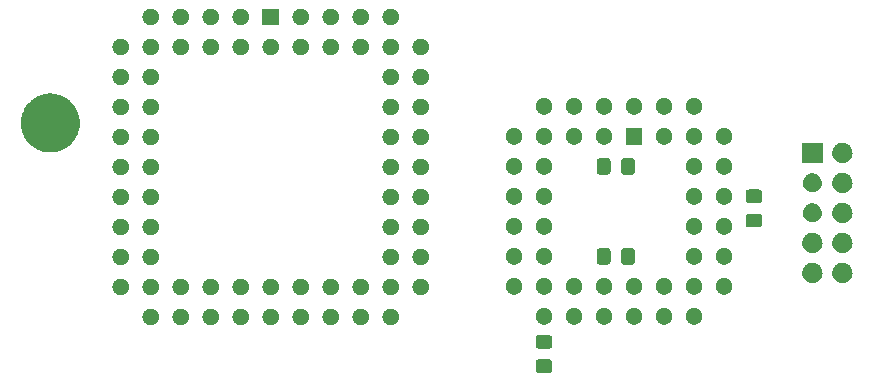
<source format=gbr>
G04 #@! TF.GenerationSoftware,KiCad,Pcbnew,7.0.10*
G04 #@! TF.CreationDate,2024-02-23T14:33:58-06:00*
G04 #@! TF.ProjectId,A600FastRAM,41363030-4661-4737-9452-414d2e6b6963,5*
G04 #@! TF.SameCoordinates,Original*
G04 #@! TF.FileFunction,Soldermask,Bot*
G04 #@! TF.FilePolarity,Negative*
%FSLAX46Y46*%
G04 Gerber Fmt 4.6, Leading zero omitted, Abs format (unit mm)*
G04 Created by KiCad (PCBNEW 7.0.10) date 2024-02-23 14:33:58*
%MOMM*%
%LPD*%
G01*
G04 APERTURE LIST*
G04 APERTURE END LIST*
G36*
X156305797Y-122001932D02*
G01*
X156350650Y-122008467D01*
X156358882Y-122012491D01*
X156376671Y-122016030D01*
X156405440Y-122035253D01*
X156425263Y-122044944D01*
X156435973Y-122055654D01*
X156457777Y-122070223D01*
X156472345Y-122092026D01*
X156483055Y-122102736D01*
X156492744Y-122122556D01*
X156511970Y-122151329D01*
X156515508Y-122169119D01*
X156519532Y-122177349D01*
X156526064Y-122222187D01*
X156531000Y-122247000D01*
X156531000Y-122897000D01*
X156526063Y-122921816D01*
X156519532Y-122966650D01*
X156515509Y-122974878D01*
X156511970Y-122992671D01*
X156492742Y-123021446D01*
X156483055Y-123041263D01*
X156472347Y-123051970D01*
X156457777Y-123073777D01*
X156435970Y-123088347D01*
X156425263Y-123099055D01*
X156405446Y-123108742D01*
X156376671Y-123127970D01*
X156358878Y-123131509D01*
X156350650Y-123135532D01*
X156305814Y-123142064D01*
X156281000Y-123147000D01*
X155381000Y-123147000D01*
X155356186Y-123142064D01*
X155311349Y-123135532D01*
X155303119Y-123131508D01*
X155285329Y-123127970D01*
X155256556Y-123108744D01*
X155236736Y-123099055D01*
X155226026Y-123088345D01*
X155204223Y-123073777D01*
X155189654Y-123051973D01*
X155178944Y-123041263D01*
X155169253Y-123021440D01*
X155150030Y-122992671D01*
X155146491Y-122974882D01*
X155142467Y-122966650D01*
X155135932Y-122921796D01*
X155131000Y-122897000D01*
X155131000Y-122247000D01*
X155135931Y-122222205D01*
X155142467Y-122177349D01*
X155146491Y-122169115D01*
X155150030Y-122151329D01*
X155169251Y-122122561D01*
X155178944Y-122102736D01*
X155189656Y-122092023D01*
X155204223Y-122070223D01*
X155226023Y-122055656D01*
X155236736Y-122044944D01*
X155256561Y-122035251D01*
X155285329Y-122016030D01*
X155303115Y-122012491D01*
X155311349Y-122008467D01*
X155356206Y-122001931D01*
X155381000Y-121997000D01*
X156281000Y-121997000D01*
X156305797Y-122001932D01*
G37*
G36*
X156305797Y-119951932D02*
G01*
X156350650Y-119958467D01*
X156358882Y-119962491D01*
X156376671Y-119966030D01*
X156405440Y-119985253D01*
X156425263Y-119994944D01*
X156435973Y-120005654D01*
X156457777Y-120020223D01*
X156472345Y-120042026D01*
X156483055Y-120052736D01*
X156492744Y-120072556D01*
X156511970Y-120101329D01*
X156515508Y-120119119D01*
X156519532Y-120127349D01*
X156526064Y-120172187D01*
X156531000Y-120197000D01*
X156531000Y-120847000D01*
X156526063Y-120871816D01*
X156519532Y-120916650D01*
X156515509Y-120924878D01*
X156511970Y-120942671D01*
X156492742Y-120971446D01*
X156483055Y-120991263D01*
X156472347Y-121001970D01*
X156457777Y-121023777D01*
X156435970Y-121038347D01*
X156425263Y-121049055D01*
X156405446Y-121058742D01*
X156376671Y-121077970D01*
X156358878Y-121081509D01*
X156350650Y-121085532D01*
X156305814Y-121092064D01*
X156281000Y-121097000D01*
X155381000Y-121097000D01*
X155356186Y-121092064D01*
X155311349Y-121085532D01*
X155303119Y-121081508D01*
X155285329Y-121077970D01*
X155256556Y-121058744D01*
X155236736Y-121049055D01*
X155226026Y-121038345D01*
X155204223Y-121023777D01*
X155189654Y-121001973D01*
X155178944Y-120991263D01*
X155169253Y-120971440D01*
X155150030Y-120942671D01*
X155146491Y-120924882D01*
X155142467Y-120916650D01*
X155135932Y-120871796D01*
X155131000Y-120847000D01*
X155131000Y-120197000D01*
X155135931Y-120172205D01*
X155142467Y-120127349D01*
X155146491Y-120119115D01*
X155150030Y-120101329D01*
X155169251Y-120072561D01*
X155178944Y-120052736D01*
X155189656Y-120042023D01*
X155204223Y-120020223D01*
X155226023Y-120005656D01*
X155236736Y-119994944D01*
X155256561Y-119985251D01*
X155285329Y-119966030D01*
X155303115Y-119962491D01*
X155311349Y-119958467D01*
X155356206Y-119951931D01*
X155381000Y-119947000D01*
X156281000Y-119947000D01*
X156305797Y-119951932D01*
G37*
G36*
X122623110Y-117703985D02*
G01*
X122631726Y-117703985D01*
X122685701Y-117717288D01*
X122765562Y-117734263D01*
X122779195Y-117740332D01*
X122798195Y-117745016D01*
X122845629Y-117769911D01*
X122901255Y-117794678D01*
X122923209Y-117810629D01*
X122950008Y-117824694D01*
X122983922Y-117854739D01*
X123021424Y-117881986D01*
X123048023Y-117911528D01*
X123078341Y-117938387D01*
X123098487Y-117967574D01*
X123120815Y-117992372D01*
X123147465Y-118038532D01*
X123175736Y-118079489D01*
X123184587Y-118102829D01*
X123195084Y-118121009D01*
X123216622Y-118187298D01*
X123236534Y-118239799D01*
X123238235Y-118253815D01*
X123240985Y-118262276D01*
X123252073Y-118367781D01*
X123257200Y-118410000D01*
X123252073Y-118452220D01*
X123240985Y-118557723D01*
X123238236Y-118566183D01*
X123236534Y-118580201D01*
X123216620Y-118632707D01*
X123195084Y-118698990D01*
X123184588Y-118717167D01*
X123175736Y-118740511D01*
X123147462Y-118781473D01*
X123120815Y-118827627D01*
X123098490Y-118852420D01*
X123078341Y-118881613D01*
X123048019Y-118908475D01*
X123021424Y-118938013D01*
X122983928Y-118965255D01*
X122950008Y-118995306D01*
X122923205Y-119009373D01*
X122901255Y-119025321D01*
X122845642Y-119050081D01*
X122798195Y-119074984D01*
X122779190Y-119079668D01*
X122765562Y-119085736D01*
X122685714Y-119102707D01*
X122631726Y-119116015D01*
X122623110Y-119116015D01*
X122620268Y-119116619D01*
X122471732Y-119116619D01*
X122468890Y-119116015D01*
X122460274Y-119116015D01*
X122406288Y-119102708D01*
X122326437Y-119085736D01*
X122312807Y-119079667D01*
X122293805Y-119074984D01*
X122246363Y-119050084D01*
X122190744Y-119025321D01*
X122168791Y-119009371D01*
X122141992Y-118995306D01*
X122108076Y-118965259D01*
X122070575Y-118938013D01*
X122043975Y-118908471D01*
X122013659Y-118881613D01*
X121993512Y-118852425D01*
X121971184Y-118827627D01*
X121944531Y-118781464D01*
X121916264Y-118740511D01*
X121907412Y-118717172D01*
X121896915Y-118698990D01*
X121875372Y-118632689D01*
X121855466Y-118580201D01*
X121853764Y-118566188D01*
X121851014Y-118557723D01*
X121839919Y-118452159D01*
X121834800Y-118410000D01*
X121839918Y-118367842D01*
X121851014Y-118262276D01*
X121853764Y-118253810D01*
X121855466Y-118239799D01*
X121875370Y-118187316D01*
X121896915Y-118121009D01*
X121907414Y-118102824D01*
X121916264Y-118079489D01*
X121944528Y-118038540D01*
X121971184Y-117992372D01*
X121993514Y-117967571D01*
X122013659Y-117938387D01*
X122043974Y-117911529D01*
X122070575Y-117881987D01*
X122108076Y-117854740D01*
X122141992Y-117824694D01*
X122168790Y-117810629D01*
X122190745Y-117794678D01*
X122246372Y-117769910D01*
X122293805Y-117745016D01*
X122312802Y-117740333D01*
X122326437Y-117734263D01*
X122406301Y-117717288D01*
X122460274Y-117703985D01*
X122468890Y-117703985D01*
X122471732Y-117703381D01*
X122620268Y-117703381D01*
X122623110Y-117703985D01*
G37*
G36*
X125163110Y-117703985D02*
G01*
X125171726Y-117703985D01*
X125225701Y-117717288D01*
X125305562Y-117734263D01*
X125319195Y-117740332D01*
X125338195Y-117745016D01*
X125385629Y-117769911D01*
X125441255Y-117794678D01*
X125463209Y-117810629D01*
X125490008Y-117824694D01*
X125523922Y-117854739D01*
X125561424Y-117881986D01*
X125588023Y-117911528D01*
X125618341Y-117938387D01*
X125638487Y-117967574D01*
X125660815Y-117992372D01*
X125687465Y-118038532D01*
X125715736Y-118079489D01*
X125724587Y-118102829D01*
X125735084Y-118121009D01*
X125756622Y-118187298D01*
X125776534Y-118239799D01*
X125778235Y-118253815D01*
X125780985Y-118262276D01*
X125792073Y-118367781D01*
X125797200Y-118410000D01*
X125792073Y-118452220D01*
X125780985Y-118557723D01*
X125778236Y-118566183D01*
X125776534Y-118580201D01*
X125756620Y-118632707D01*
X125735084Y-118698990D01*
X125724588Y-118717167D01*
X125715736Y-118740511D01*
X125687462Y-118781473D01*
X125660815Y-118827627D01*
X125638490Y-118852420D01*
X125618341Y-118881613D01*
X125588019Y-118908475D01*
X125561424Y-118938013D01*
X125523928Y-118965255D01*
X125490008Y-118995306D01*
X125463205Y-119009373D01*
X125441255Y-119025321D01*
X125385642Y-119050081D01*
X125338195Y-119074984D01*
X125319190Y-119079668D01*
X125305562Y-119085736D01*
X125225714Y-119102707D01*
X125171726Y-119116015D01*
X125163110Y-119116015D01*
X125160268Y-119116619D01*
X125011732Y-119116619D01*
X125008890Y-119116015D01*
X125000274Y-119116015D01*
X124946288Y-119102708D01*
X124866437Y-119085736D01*
X124852807Y-119079667D01*
X124833805Y-119074984D01*
X124786363Y-119050084D01*
X124730744Y-119025321D01*
X124708791Y-119009371D01*
X124681992Y-118995306D01*
X124648076Y-118965259D01*
X124610575Y-118938013D01*
X124583975Y-118908471D01*
X124553659Y-118881613D01*
X124533512Y-118852425D01*
X124511184Y-118827627D01*
X124484531Y-118781464D01*
X124456264Y-118740511D01*
X124447412Y-118717172D01*
X124436915Y-118698990D01*
X124415372Y-118632689D01*
X124395466Y-118580201D01*
X124393764Y-118566188D01*
X124391014Y-118557723D01*
X124379919Y-118452159D01*
X124374800Y-118410000D01*
X124379918Y-118367842D01*
X124391014Y-118262276D01*
X124393764Y-118253810D01*
X124395466Y-118239799D01*
X124415370Y-118187316D01*
X124436915Y-118121009D01*
X124447414Y-118102824D01*
X124456264Y-118079489D01*
X124484528Y-118038540D01*
X124511184Y-117992372D01*
X124533514Y-117967571D01*
X124553659Y-117938387D01*
X124583974Y-117911529D01*
X124610575Y-117881987D01*
X124648076Y-117854740D01*
X124681992Y-117824694D01*
X124708790Y-117810629D01*
X124730745Y-117794678D01*
X124786372Y-117769910D01*
X124833805Y-117745016D01*
X124852802Y-117740333D01*
X124866437Y-117734263D01*
X124946301Y-117717288D01*
X125000274Y-117703985D01*
X125008890Y-117703985D01*
X125011732Y-117703381D01*
X125160268Y-117703381D01*
X125163110Y-117703985D01*
G37*
G36*
X127703110Y-117703985D02*
G01*
X127711726Y-117703985D01*
X127765701Y-117717288D01*
X127845562Y-117734263D01*
X127859195Y-117740332D01*
X127878195Y-117745016D01*
X127925629Y-117769911D01*
X127981255Y-117794678D01*
X128003209Y-117810629D01*
X128030008Y-117824694D01*
X128063922Y-117854739D01*
X128101424Y-117881986D01*
X128128023Y-117911528D01*
X128158341Y-117938387D01*
X128178487Y-117967574D01*
X128200815Y-117992372D01*
X128227465Y-118038532D01*
X128255736Y-118079489D01*
X128264587Y-118102829D01*
X128275084Y-118121009D01*
X128296622Y-118187298D01*
X128316534Y-118239799D01*
X128318235Y-118253815D01*
X128320985Y-118262276D01*
X128332073Y-118367781D01*
X128337200Y-118410000D01*
X128332073Y-118452220D01*
X128320985Y-118557723D01*
X128318236Y-118566183D01*
X128316534Y-118580201D01*
X128296620Y-118632707D01*
X128275084Y-118698990D01*
X128264588Y-118717167D01*
X128255736Y-118740511D01*
X128227462Y-118781473D01*
X128200815Y-118827627D01*
X128178490Y-118852420D01*
X128158341Y-118881613D01*
X128128019Y-118908475D01*
X128101424Y-118938013D01*
X128063928Y-118965255D01*
X128030008Y-118995306D01*
X128003205Y-119009373D01*
X127981255Y-119025321D01*
X127925642Y-119050081D01*
X127878195Y-119074984D01*
X127859190Y-119079668D01*
X127845562Y-119085736D01*
X127765714Y-119102707D01*
X127711726Y-119116015D01*
X127703110Y-119116015D01*
X127700268Y-119116619D01*
X127551732Y-119116619D01*
X127548890Y-119116015D01*
X127540274Y-119116015D01*
X127486288Y-119102708D01*
X127406437Y-119085736D01*
X127392807Y-119079667D01*
X127373805Y-119074984D01*
X127326363Y-119050084D01*
X127270744Y-119025321D01*
X127248791Y-119009371D01*
X127221992Y-118995306D01*
X127188076Y-118965259D01*
X127150575Y-118938013D01*
X127123975Y-118908471D01*
X127093659Y-118881613D01*
X127073512Y-118852425D01*
X127051184Y-118827627D01*
X127024531Y-118781464D01*
X126996264Y-118740511D01*
X126987412Y-118717172D01*
X126976915Y-118698990D01*
X126955372Y-118632689D01*
X126935466Y-118580201D01*
X126933764Y-118566188D01*
X126931014Y-118557723D01*
X126919919Y-118452159D01*
X126914800Y-118410000D01*
X126919918Y-118367842D01*
X126931014Y-118262276D01*
X126933764Y-118253810D01*
X126935466Y-118239799D01*
X126955370Y-118187316D01*
X126976915Y-118121009D01*
X126987414Y-118102824D01*
X126996264Y-118079489D01*
X127024528Y-118038540D01*
X127051184Y-117992372D01*
X127073514Y-117967571D01*
X127093659Y-117938387D01*
X127123974Y-117911529D01*
X127150575Y-117881987D01*
X127188076Y-117854740D01*
X127221992Y-117824694D01*
X127248790Y-117810629D01*
X127270745Y-117794678D01*
X127326372Y-117769910D01*
X127373805Y-117745016D01*
X127392802Y-117740333D01*
X127406437Y-117734263D01*
X127486301Y-117717288D01*
X127540274Y-117703985D01*
X127548890Y-117703985D01*
X127551732Y-117703381D01*
X127700268Y-117703381D01*
X127703110Y-117703985D01*
G37*
G36*
X130243110Y-117703985D02*
G01*
X130251726Y-117703985D01*
X130305701Y-117717288D01*
X130385562Y-117734263D01*
X130399195Y-117740332D01*
X130418195Y-117745016D01*
X130465629Y-117769911D01*
X130521255Y-117794678D01*
X130543209Y-117810629D01*
X130570008Y-117824694D01*
X130603922Y-117854739D01*
X130641424Y-117881986D01*
X130668023Y-117911528D01*
X130698341Y-117938387D01*
X130718487Y-117967574D01*
X130740815Y-117992372D01*
X130767465Y-118038532D01*
X130795736Y-118079489D01*
X130804587Y-118102829D01*
X130815084Y-118121009D01*
X130836622Y-118187298D01*
X130856534Y-118239799D01*
X130858235Y-118253815D01*
X130860985Y-118262276D01*
X130872073Y-118367781D01*
X130877200Y-118410000D01*
X130872073Y-118452220D01*
X130860985Y-118557723D01*
X130858236Y-118566183D01*
X130856534Y-118580201D01*
X130836620Y-118632707D01*
X130815084Y-118698990D01*
X130804588Y-118717167D01*
X130795736Y-118740511D01*
X130767462Y-118781473D01*
X130740815Y-118827627D01*
X130718490Y-118852420D01*
X130698341Y-118881613D01*
X130668019Y-118908475D01*
X130641424Y-118938013D01*
X130603928Y-118965255D01*
X130570008Y-118995306D01*
X130543205Y-119009373D01*
X130521255Y-119025321D01*
X130465642Y-119050081D01*
X130418195Y-119074984D01*
X130399190Y-119079668D01*
X130385562Y-119085736D01*
X130305714Y-119102707D01*
X130251726Y-119116015D01*
X130243110Y-119116015D01*
X130240268Y-119116619D01*
X130091732Y-119116619D01*
X130088890Y-119116015D01*
X130080274Y-119116015D01*
X130026288Y-119102708D01*
X129946437Y-119085736D01*
X129932807Y-119079667D01*
X129913805Y-119074984D01*
X129866363Y-119050084D01*
X129810744Y-119025321D01*
X129788791Y-119009371D01*
X129761992Y-118995306D01*
X129728076Y-118965259D01*
X129690575Y-118938013D01*
X129663975Y-118908471D01*
X129633659Y-118881613D01*
X129613512Y-118852425D01*
X129591184Y-118827627D01*
X129564531Y-118781464D01*
X129536264Y-118740511D01*
X129527412Y-118717172D01*
X129516915Y-118698990D01*
X129495372Y-118632689D01*
X129475466Y-118580201D01*
X129473764Y-118566188D01*
X129471014Y-118557723D01*
X129459919Y-118452159D01*
X129454800Y-118410000D01*
X129459918Y-118367842D01*
X129471014Y-118262276D01*
X129473764Y-118253810D01*
X129475466Y-118239799D01*
X129495370Y-118187316D01*
X129516915Y-118121009D01*
X129527414Y-118102824D01*
X129536264Y-118079489D01*
X129564528Y-118038540D01*
X129591184Y-117992372D01*
X129613514Y-117967571D01*
X129633659Y-117938387D01*
X129663974Y-117911529D01*
X129690575Y-117881987D01*
X129728076Y-117854740D01*
X129761992Y-117824694D01*
X129788790Y-117810629D01*
X129810745Y-117794678D01*
X129866372Y-117769910D01*
X129913805Y-117745016D01*
X129932802Y-117740333D01*
X129946437Y-117734263D01*
X130026301Y-117717288D01*
X130080274Y-117703985D01*
X130088890Y-117703985D01*
X130091732Y-117703381D01*
X130240268Y-117703381D01*
X130243110Y-117703985D01*
G37*
G36*
X132783110Y-117703985D02*
G01*
X132791726Y-117703985D01*
X132845701Y-117717288D01*
X132925562Y-117734263D01*
X132939195Y-117740332D01*
X132958195Y-117745016D01*
X133005629Y-117769911D01*
X133061255Y-117794678D01*
X133083209Y-117810629D01*
X133110008Y-117824694D01*
X133143922Y-117854739D01*
X133181424Y-117881986D01*
X133208023Y-117911528D01*
X133238341Y-117938387D01*
X133258487Y-117967574D01*
X133280815Y-117992372D01*
X133307465Y-118038532D01*
X133335736Y-118079489D01*
X133344587Y-118102829D01*
X133355084Y-118121009D01*
X133376622Y-118187298D01*
X133396534Y-118239799D01*
X133398235Y-118253815D01*
X133400985Y-118262276D01*
X133412073Y-118367781D01*
X133417200Y-118410000D01*
X133412073Y-118452220D01*
X133400985Y-118557723D01*
X133398236Y-118566183D01*
X133396534Y-118580201D01*
X133376620Y-118632707D01*
X133355084Y-118698990D01*
X133344588Y-118717167D01*
X133335736Y-118740511D01*
X133307462Y-118781473D01*
X133280815Y-118827627D01*
X133258490Y-118852420D01*
X133238341Y-118881613D01*
X133208019Y-118908475D01*
X133181424Y-118938013D01*
X133143928Y-118965255D01*
X133110008Y-118995306D01*
X133083205Y-119009373D01*
X133061255Y-119025321D01*
X133005642Y-119050081D01*
X132958195Y-119074984D01*
X132939190Y-119079668D01*
X132925562Y-119085736D01*
X132845714Y-119102707D01*
X132791726Y-119116015D01*
X132783110Y-119116015D01*
X132780268Y-119116619D01*
X132631732Y-119116619D01*
X132628890Y-119116015D01*
X132620274Y-119116015D01*
X132566288Y-119102708D01*
X132486437Y-119085736D01*
X132472807Y-119079667D01*
X132453805Y-119074984D01*
X132406363Y-119050084D01*
X132350744Y-119025321D01*
X132328791Y-119009371D01*
X132301992Y-118995306D01*
X132268076Y-118965259D01*
X132230575Y-118938013D01*
X132203975Y-118908471D01*
X132173659Y-118881613D01*
X132153512Y-118852425D01*
X132131184Y-118827627D01*
X132104531Y-118781464D01*
X132076264Y-118740511D01*
X132067412Y-118717172D01*
X132056915Y-118698990D01*
X132035372Y-118632689D01*
X132015466Y-118580201D01*
X132013764Y-118566188D01*
X132011014Y-118557723D01*
X131999919Y-118452159D01*
X131994800Y-118410000D01*
X131999918Y-118367842D01*
X132011014Y-118262276D01*
X132013764Y-118253810D01*
X132015466Y-118239799D01*
X132035370Y-118187316D01*
X132056915Y-118121009D01*
X132067414Y-118102824D01*
X132076264Y-118079489D01*
X132104528Y-118038540D01*
X132131184Y-117992372D01*
X132153514Y-117967571D01*
X132173659Y-117938387D01*
X132203974Y-117911529D01*
X132230575Y-117881987D01*
X132268076Y-117854740D01*
X132301992Y-117824694D01*
X132328790Y-117810629D01*
X132350745Y-117794678D01*
X132406372Y-117769910D01*
X132453805Y-117745016D01*
X132472802Y-117740333D01*
X132486437Y-117734263D01*
X132566301Y-117717288D01*
X132620274Y-117703985D01*
X132628890Y-117703985D01*
X132631732Y-117703381D01*
X132780268Y-117703381D01*
X132783110Y-117703985D01*
G37*
G36*
X135323110Y-117703985D02*
G01*
X135331726Y-117703985D01*
X135385701Y-117717288D01*
X135465562Y-117734263D01*
X135479195Y-117740332D01*
X135498195Y-117745016D01*
X135545629Y-117769911D01*
X135601255Y-117794678D01*
X135623209Y-117810629D01*
X135650008Y-117824694D01*
X135683922Y-117854739D01*
X135721424Y-117881986D01*
X135748023Y-117911528D01*
X135778341Y-117938387D01*
X135798487Y-117967574D01*
X135820815Y-117992372D01*
X135847465Y-118038532D01*
X135875736Y-118079489D01*
X135884587Y-118102829D01*
X135895084Y-118121009D01*
X135916622Y-118187298D01*
X135936534Y-118239799D01*
X135938235Y-118253815D01*
X135940985Y-118262276D01*
X135952073Y-118367781D01*
X135957200Y-118410000D01*
X135952073Y-118452220D01*
X135940985Y-118557723D01*
X135938236Y-118566183D01*
X135936534Y-118580201D01*
X135916620Y-118632707D01*
X135895084Y-118698990D01*
X135884588Y-118717167D01*
X135875736Y-118740511D01*
X135847462Y-118781473D01*
X135820815Y-118827627D01*
X135798490Y-118852420D01*
X135778341Y-118881613D01*
X135748019Y-118908475D01*
X135721424Y-118938013D01*
X135683928Y-118965255D01*
X135650008Y-118995306D01*
X135623205Y-119009373D01*
X135601255Y-119025321D01*
X135545642Y-119050081D01*
X135498195Y-119074984D01*
X135479190Y-119079668D01*
X135465562Y-119085736D01*
X135385714Y-119102707D01*
X135331726Y-119116015D01*
X135323110Y-119116015D01*
X135320268Y-119116619D01*
X135171732Y-119116619D01*
X135168890Y-119116015D01*
X135160274Y-119116015D01*
X135106288Y-119102708D01*
X135026437Y-119085736D01*
X135012807Y-119079667D01*
X134993805Y-119074984D01*
X134946363Y-119050084D01*
X134890744Y-119025321D01*
X134868791Y-119009371D01*
X134841992Y-118995306D01*
X134808076Y-118965259D01*
X134770575Y-118938013D01*
X134743975Y-118908471D01*
X134713659Y-118881613D01*
X134693512Y-118852425D01*
X134671184Y-118827627D01*
X134644531Y-118781464D01*
X134616264Y-118740511D01*
X134607412Y-118717172D01*
X134596915Y-118698990D01*
X134575372Y-118632689D01*
X134555466Y-118580201D01*
X134553764Y-118566188D01*
X134551014Y-118557723D01*
X134539919Y-118452159D01*
X134534800Y-118410000D01*
X134539918Y-118367842D01*
X134551014Y-118262276D01*
X134553764Y-118253810D01*
X134555466Y-118239799D01*
X134575370Y-118187316D01*
X134596915Y-118121009D01*
X134607414Y-118102824D01*
X134616264Y-118079489D01*
X134644528Y-118038540D01*
X134671184Y-117992372D01*
X134693514Y-117967571D01*
X134713659Y-117938387D01*
X134743974Y-117911529D01*
X134770575Y-117881987D01*
X134808076Y-117854740D01*
X134841992Y-117824694D01*
X134868790Y-117810629D01*
X134890745Y-117794678D01*
X134946372Y-117769910D01*
X134993805Y-117745016D01*
X135012802Y-117740333D01*
X135026437Y-117734263D01*
X135106301Y-117717288D01*
X135160274Y-117703985D01*
X135168890Y-117703985D01*
X135171732Y-117703381D01*
X135320268Y-117703381D01*
X135323110Y-117703985D01*
G37*
G36*
X137863110Y-117703985D02*
G01*
X137871726Y-117703985D01*
X137925701Y-117717288D01*
X138005562Y-117734263D01*
X138019195Y-117740332D01*
X138038195Y-117745016D01*
X138085629Y-117769911D01*
X138141255Y-117794678D01*
X138163209Y-117810629D01*
X138190008Y-117824694D01*
X138223922Y-117854739D01*
X138261424Y-117881986D01*
X138288023Y-117911528D01*
X138318341Y-117938387D01*
X138338487Y-117967574D01*
X138360815Y-117992372D01*
X138387465Y-118038532D01*
X138415736Y-118079489D01*
X138424587Y-118102829D01*
X138435084Y-118121009D01*
X138456622Y-118187298D01*
X138476534Y-118239799D01*
X138478235Y-118253815D01*
X138480985Y-118262276D01*
X138492073Y-118367781D01*
X138497200Y-118410000D01*
X138492073Y-118452220D01*
X138480985Y-118557723D01*
X138478236Y-118566183D01*
X138476534Y-118580201D01*
X138456620Y-118632707D01*
X138435084Y-118698990D01*
X138424588Y-118717167D01*
X138415736Y-118740511D01*
X138387462Y-118781473D01*
X138360815Y-118827627D01*
X138338490Y-118852420D01*
X138318341Y-118881613D01*
X138288019Y-118908475D01*
X138261424Y-118938013D01*
X138223928Y-118965255D01*
X138190008Y-118995306D01*
X138163205Y-119009373D01*
X138141255Y-119025321D01*
X138085642Y-119050081D01*
X138038195Y-119074984D01*
X138019190Y-119079668D01*
X138005562Y-119085736D01*
X137925714Y-119102707D01*
X137871726Y-119116015D01*
X137863110Y-119116015D01*
X137860268Y-119116619D01*
X137711732Y-119116619D01*
X137708890Y-119116015D01*
X137700274Y-119116015D01*
X137646288Y-119102708D01*
X137566437Y-119085736D01*
X137552807Y-119079667D01*
X137533805Y-119074984D01*
X137486363Y-119050084D01*
X137430744Y-119025321D01*
X137408791Y-119009371D01*
X137381992Y-118995306D01*
X137348076Y-118965259D01*
X137310575Y-118938013D01*
X137283975Y-118908471D01*
X137253659Y-118881613D01*
X137233512Y-118852425D01*
X137211184Y-118827627D01*
X137184531Y-118781464D01*
X137156264Y-118740511D01*
X137147412Y-118717172D01*
X137136915Y-118698990D01*
X137115372Y-118632689D01*
X137095466Y-118580201D01*
X137093764Y-118566188D01*
X137091014Y-118557723D01*
X137079919Y-118452159D01*
X137074800Y-118410000D01*
X137079918Y-118367842D01*
X137091014Y-118262276D01*
X137093764Y-118253810D01*
X137095466Y-118239799D01*
X137115370Y-118187316D01*
X137136915Y-118121009D01*
X137147414Y-118102824D01*
X137156264Y-118079489D01*
X137184528Y-118038540D01*
X137211184Y-117992372D01*
X137233514Y-117967571D01*
X137253659Y-117938387D01*
X137283974Y-117911529D01*
X137310575Y-117881987D01*
X137348076Y-117854740D01*
X137381992Y-117824694D01*
X137408790Y-117810629D01*
X137430745Y-117794678D01*
X137486372Y-117769910D01*
X137533805Y-117745016D01*
X137552802Y-117740333D01*
X137566437Y-117734263D01*
X137646301Y-117717288D01*
X137700274Y-117703985D01*
X137708890Y-117703985D01*
X137711732Y-117703381D01*
X137860268Y-117703381D01*
X137863110Y-117703985D01*
G37*
G36*
X140403110Y-117703985D02*
G01*
X140411726Y-117703985D01*
X140465701Y-117717288D01*
X140545562Y-117734263D01*
X140559195Y-117740332D01*
X140578195Y-117745016D01*
X140625629Y-117769911D01*
X140681255Y-117794678D01*
X140703209Y-117810629D01*
X140730008Y-117824694D01*
X140763922Y-117854739D01*
X140801424Y-117881986D01*
X140828023Y-117911528D01*
X140858341Y-117938387D01*
X140878487Y-117967574D01*
X140900815Y-117992372D01*
X140927465Y-118038532D01*
X140955736Y-118079489D01*
X140964587Y-118102829D01*
X140975084Y-118121009D01*
X140996622Y-118187298D01*
X141016534Y-118239799D01*
X141018235Y-118253815D01*
X141020985Y-118262276D01*
X141032073Y-118367781D01*
X141037200Y-118410000D01*
X141032073Y-118452220D01*
X141020985Y-118557723D01*
X141018236Y-118566183D01*
X141016534Y-118580201D01*
X140996620Y-118632707D01*
X140975084Y-118698990D01*
X140964588Y-118717167D01*
X140955736Y-118740511D01*
X140927462Y-118781473D01*
X140900815Y-118827627D01*
X140878490Y-118852420D01*
X140858341Y-118881613D01*
X140828019Y-118908475D01*
X140801424Y-118938013D01*
X140763928Y-118965255D01*
X140730008Y-118995306D01*
X140703205Y-119009373D01*
X140681255Y-119025321D01*
X140625642Y-119050081D01*
X140578195Y-119074984D01*
X140559190Y-119079668D01*
X140545562Y-119085736D01*
X140465714Y-119102707D01*
X140411726Y-119116015D01*
X140403110Y-119116015D01*
X140400268Y-119116619D01*
X140251732Y-119116619D01*
X140248890Y-119116015D01*
X140240274Y-119116015D01*
X140186288Y-119102708D01*
X140106437Y-119085736D01*
X140092807Y-119079667D01*
X140073805Y-119074984D01*
X140026363Y-119050084D01*
X139970744Y-119025321D01*
X139948791Y-119009371D01*
X139921992Y-118995306D01*
X139888076Y-118965259D01*
X139850575Y-118938013D01*
X139823975Y-118908471D01*
X139793659Y-118881613D01*
X139773512Y-118852425D01*
X139751184Y-118827627D01*
X139724531Y-118781464D01*
X139696264Y-118740511D01*
X139687412Y-118717172D01*
X139676915Y-118698990D01*
X139655372Y-118632689D01*
X139635466Y-118580201D01*
X139633764Y-118566188D01*
X139631014Y-118557723D01*
X139619919Y-118452159D01*
X139614800Y-118410000D01*
X139619918Y-118367842D01*
X139631014Y-118262276D01*
X139633764Y-118253810D01*
X139635466Y-118239799D01*
X139655370Y-118187316D01*
X139676915Y-118121009D01*
X139687414Y-118102824D01*
X139696264Y-118079489D01*
X139724528Y-118038540D01*
X139751184Y-117992372D01*
X139773514Y-117967571D01*
X139793659Y-117938387D01*
X139823974Y-117911529D01*
X139850575Y-117881987D01*
X139888076Y-117854740D01*
X139921992Y-117824694D01*
X139948790Y-117810629D01*
X139970745Y-117794678D01*
X140026372Y-117769910D01*
X140073805Y-117745016D01*
X140092802Y-117740333D01*
X140106437Y-117734263D01*
X140186301Y-117717288D01*
X140240274Y-117703985D01*
X140248890Y-117703985D01*
X140251732Y-117703381D01*
X140400268Y-117703381D01*
X140403110Y-117703985D01*
G37*
G36*
X142943110Y-117703985D02*
G01*
X142951726Y-117703985D01*
X143005701Y-117717288D01*
X143085562Y-117734263D01*
X143099195Y-117740332D01*
X143118195Y-117745016D01*
X143165629Y-117769911D01*
X143221255Y-117794678D01*
X143243209Y-117810629D01*
X143270008Y-117824694D01*
X143303922Y-117854739D01*
X143341424Y-117881986D01*
X143368023Y-117911528D01*
X143398341Y-117938387D01*
X143418487Y-117967574D01*
X143440815Y-117992372D01*
X143467465Y-118038532D01*
X143495736Y-118079489D01*
X143504587Y-118102829D01*
X143515084Y-118121009D01*
X143536622Y-118187298D01*
X143556534Y-118239799D01*
X143558235Y-118253815D01*
X143560985Y-118262276D01*
X143572073Y-118367781D01*
X143577200Y-118410000D01*
X143572073Y-118452220D01*
X143560985Y-118557723D01*
X143558236Y-118566183D01*
X143556534Y-118580201D01*
X143536620Y-118632707D01*
X143515084Y-118698990D01*
X143504588Y-118717167D01*
X143495736Y-118740511D01*
X143467462Y-118781473D01*
X143440815Y-118827627D01*
X143418490Y-118852420D01*
X143398341Y-118881613D01*
X143368019Y-118908475D01*
X143341424Y-118938013D01*
X143303928Y-118965255D01*
X143270008Y-118995306D01*
X143243205Y-119009373D01*
X143221255Y-119025321D01*
X143165642Y-119050081D01*
X143118195Y-119074984D01*
X143099190Y-119079668D01*
X143085562Y-119085736D01*
X143005714Y-119102707D01*
X142951726Y-119116015D01*
X142943110Y-119116015D01*
X142940268Y-119116619D01*
X142791732Y-119116619D01*
X142788890Y-119116015D01*
X142780274Y-119116015D01*
X142726288Y-119102708D01*
X142646437Y-119085736D01*
X142632807Y-119079667D01*
X142613805Y-119074984D01*
X142566363Y-119050084D01*
X142510744Y-119025321D01*
X142488791Y-119009371D01*
X142461992Y-118995306D01*
X142428076Y-118965259D01*
X142390575Y-118938013D01*
X142363975Y-118908471D01*
X142333659Y-118881613D01*
X142313512Y-118852425D01*
X142291184Y-118827627D01*
X142264531Y-118781464D01*
X142236264Y-118740511D01*
X142227412Y-118717172D01*
X142216915Y-118698990D01*
X142195372Y-118632689D01*
X142175466Y-118580201D01*
X142173764Y-118566188D01*
X142171014Y-118557723D01*
X142159919Y-118452159D01*
X142154800Y-118410000D01*
X142159918Y-118367842D01*
X142171014Y-118262276D01*
X142173764Y-118253810D01*
X142175466Y-118239799D01*
X142195370Y-118187316D01*
X142216915Y-118121009D01*
X142227414Y-118102824D01*
X142236264Y-118079489D01*
X142264528Y-118038540D01*
X142291184Y-117992372D01*
X142313514Y-117967571D01*
X142333659Y-117938387D01*
X142363974Y-117911529D01*
X142390575Y-117881987D01*
X142428076Y-117854740D01*
X142461992Y-117824694D01*
X142488790Y-117810629D01*
X142510745Y-117794678D01*
X142566372Y-117769910D01*
X142613805Y-117745016D01*
X142632802Y-117740333D01*
X142646437Y-117734263D01*
X142726301Y-117717288D01*
X142780274Y-117703985D01*
X142788890Y-117703985D01*
X142791732Y-117703381D01*
X142940268Y-117703381D01*
X142943110Y-117703985D01*
G37*
G36*
X155923110Y-117643985D02*
G01*
X155931726Y-117643985D01*
X155985701Y-117657288D01*
X156065562Y-117674263D01*
X156079195Y-117680332D01*
X156098195Y-117685016D01*
X156145629Y-117709911D01*
X156201255Y-117734678D01*
X156223209Y-117750629D01*
X156250008Y-117764694D01*
X156283922Y-117794739D01*
X156321424Y-117821986D01*
X156348023Y-117851528D01*
X156378341Y-117878387D01*
X156398487Y-117907574D01*
X156420815Y-117932372D01*
X156447465Y-117978532D01*
X156475736Y-118019489D01*
X156484587Y-118042829D01*
X156495084Y-118061009D01*
X156516622Y-118127298D01*
X156536534Y-118179799D01*
X156538235Y-118193815D01*
X156540985Y-118202276D01*
X156552073Y-118307781D01*
X156557200Y-118350000D01*
X156552073Y-118392220D01*
X156540985Y-118497723D01*
X156538236Y-118506183D01*
X156536534Y-118520201D01*
X156516620Y-118572707D01*
X156495084Y-118638990D01*
X156484588Y-118657167D01*
X156475736Y-118680511D01*
X156447462Y-118721473D01*
X156420815Y-118767627D01*
X156398490Y-118792420D01*
X156378341Y-118821613D01*
X156348019Y-118848475D01*
X156321424Y-118878013D01*
X156283928Y-118905255D01*
X156250008Y-118935306D01*
X156223205Y-118949373D01*
X156201255Y-118965321D01*
X156145642Y-118990081D01*
X156098195Y-119014984D01*
X156079190Y-119019668D01*
X156065562Y-119025736D01*
X155985714Y-119042707D01*
X155931726Y-119056015D01*
X155923110Y-119056015D01*
X155920268Y-119056619D01*
X155771732Y-119056619D01*
X155768890Y-119056015D01*
X155760274Y-119056015D01*
X155706288Y-119042708D01*
X155626437Y-119025736D01*
X155612807Y-119019667D01*
X155593805Y-119014984D01*
X155546363Y-118990084D01*
X155490744Y-118965321D01*
X155468791Y-118949371D01*
X155441992Y-118935306D01*
X155408076Y-118905259D01*
X155370575Y-118878013D01*
X155343975Y-118848471D01*
X155313659Y-118821613D01*
X155293512Y-118792425D01*
X155271184Y-118767627D01*
X155244531Y-118721464D01*
X155216264Y-118680511D01*
X155207412Y-118657172D01*
X155196915Y-118638990D01*
X155175372Y-118572689D01*
X155155466Y-118520201D01*
X155153764Y-118506188D01*
X155151014Y-118497723D01*
X155139919Y-118392159D01*
X155134800Y-118350000D01*
X155139918Y-118307842D01*
X155151014Y-118202276D01*
X155153764Y-118193810D01*
X155155466Y-118179799D01*
X155175370Y-118127316D01*
X155196915Y-118061009D01*
X155207414Y-118042824D01*
X155216264Y-118019489D01*
X155244528Y-117978540D01*
X155271184Y-117932372D01*
X155293514Y-117907571D01*
X155313659Y-117878387D01*
X155343974Y-117851529D01*
X155370575Y-117821987D01*
X155408076Y-117794740D01*
X155441992Y-117764694D01*
X155468790Y-117750629D01*
X155490745Y-117734678D01*
X155546372Y-117709910D01*
X155593805Y-117685016D01*
X155612802Y-117680333D01*
X155626437Y-117674263D01*
X155706301Y-117657288D01*
X155760274Y-117643985D01*
X155768890Y-117643985D01*
X155771732Y-117643381D01*
X155920268Y-117643381D01*
X155923110Y-117643985D01*
G37*
G36*
X158463110Y-117643985D02*
G01*
X158471726Y-117643985D01*
X158525701Y-117657288D01*
X158605562Y-117674263D01*
X158619195Y-117680332D01*
X158638195Y-117685016D01*
X158685629Y-117709911D01*
X158741255Y-117734678D01*
X158763209Y-117750629D01*
X158790008Y-117764694D01*
X158823922Y-117794739D01*
X158861424Y-117821986D01*
X158888023Y-117851528D01*
X158918341Y-117878387D01*
X158938487Y-117907574D01*
X158960815Y-117932372D01*
X158987465Y-117978532D01*
X159015736Y-118019489D01*
X159024587Y-118042829D01*
X159035084Y-118061009D01*
X159056622Y-118127298D01*
X159076534Y-118179799D01*
X159078235Y-118193815D01*
X159080985Y-118202276D01*
X159092073Y-118307781D01*
X159097200Y-118350000D01*
X159092073Y-118392220D01*
X159080985Y-118497723D01*
X159078236Y-118506183D01*
X159076534Y-118520201D01*
X159056620Y-118572707D01*
X159035084Y-118638990D01*
X159024588Y-118657167D01*
X159015736Y-118680511D01*
X158987462Y-118721473D01*
X158960815Y-118767627D01*
X158938490Y-118792420D01*
X158918341Y-118821613D01*
X158888019Y-118848475D01*
X158861424Y-118878013D01*
X158823928Y-118905255D01*
X158790008Y-118935306D01*
X158763205Y-118949373D01*
X158741255Y-118965321D01*
X158685642Y-118990081D01*
X158638195Y-119014984D01*
X158619190Y-119019668D01*
X158605562Y-119025736D01*
X158525714Y-119042707D01*
X158471726Y-119056015D01*
X158463110Y-119056015D01*
X158460268Y-119056619D01*
X158311732Y-119056619D01*
X158308890Y-119056015D01*
X158300274Y-119056015D01*
X158246288Y-119042708D01*
X158166437Y-119025736D01*
X158152807Y-119019667D01*
X158133805Y-119014984D01*
X158086363Y-118990084D01*
X158030744Y-118965321D01*
X158008791Y-118949371D01*
X157981992Y-118935306D01*
X157948076Y-118905259D01*
X157910575Y-118878013D01*
X157883975Y-118848471D01*
X157853659Y-118821613D01*
X157833512Y-118792425D01*
X157811184Y-118767627D01*
X157784531Y-118721464D01*
X157756264Y-118680511D01*
X157747412Y-118657172D01*
X157736915Y-118638990D01*
X157715372Y-118572689D01*
X157695466Y-118520201D01*
X157693764Y-118506188D01*
X157691014Y-118497723D01*
X157679919Y-118392159D01*
X157674800Y-118350000D01*
X157679918Y-118307842D01*
X157691014Y-118202276D01*
X157693764Y-118193810D01*
X157695466Y-118179799D01*
X157715370Y-118127316D01*
X157736915Y-118061009D01*
X157747414Y-118042824D01*
X157756264Y-118019489D01*
X157784528Y-117978540D01*
X157811184Y-117932372D01*
X157833514Y-117907571D01*
X157853659Y-117878387D01*
X157883974Y-117851529D01*
X157910575Y-117821987D01*
X157948076Y-117794740D01*
X157981992Y-117764694D01*
X158008790Y-117750629D01*
X158030745Y-117734678D01*
X158086372Y-117709910D01*
X158133805Y-117685016D01*
X158152802Y-117680333D01*
X158166437Y-117674263D01*
X158246301Y-117657288D01*
X158300274Y-117643985D01*
X158308890Y-117643985D01*
X158311732Y-117643381D01*
X158460268Y-117643381D01*
X158463110Y-117643985D01*
G37*
G36*
X161003110Y-117643985D02*
G01*
X161011726Y-117643985D01*
X161065701Y-117657288D01*
X161145562Y-117674263D01*
X161159195Y-117680332D01*
X161178195Y-117685016D01*
X161225629Y-117709911D01*
X161281255Y-117734678D01*
X161303209Y-117750629D01*
X161330008Y-117764694D01*
X161363922Y-117794739D01*
X161401424Y-117821986D01*
X161428023Y-117851528D01*
X161458341Y-117878387D01*
X161478487Y-117907574D01*
X161500815Y-117932372D01*
X161527465Y-117978532D01*
X161555736Y-118019489D01*
X161564587Y-118042829D01*
X161575084Y-118061009D01*
X161596622Y-118127298D01*
X161616534Y-118179799D01*
X161618235Y-118193815D01*
X161620985Y-118202276D01*
X161632073Y-118307781D01*
X161637200Y-118350000D01*
X161632073Y-118392220D01*
X161620985Y-118497723D01*
X161618236Y-118506183D01*
X161616534Y-118520201D01*
X161596620Y-118572707D01*
X161575084Y-118638990D01*
X161564588Y-118657167D01*
X161555736Y-118680511D01*
X161527462Y-118721473D01*
X161500815Y-118767627D01*
X161478490Y-118792420D01*
X161458341Y-118821613D01*
X161428019Y-118848475D01*
X161401424Y-118878013D01*
X161363928Y-118905255D01*
X161330008Y-118935306D01*
X161303205Y-118949373D01*
X161281255Y-118965321D01*
X161225642Y-118990081D01*
X161178195Y-119014984D01*
X161159190Y-119019668D01*
X161145562Y-119025736D01*
X161065714Y-119042707D01*
X161011726Y-119056015D01*
X161003110Y-119056015D01*
X161000268Y-119056619D01*
X160851732Y-119056619D01*
X160848890Y-119056015D01*
X160840274Y-119056015D01*
X160786288Y-119042708D01*
X160706437Y-119025736D01*
X160692807Y-119019667D01*
X160673805Y-119014984D01*
X160626363Y-118990084D01*
X160570744Y-118965321D01*
X160548791Y-118949371D01*
X160521992Y-118935306D01*
X160488076Y-118905259D01*
X160450575Y-118878013D01*
X160423975Y-118848471D01*
X160393659Y-118821613D01*
X160373512Y-118792425D01*
X160351184Y-118767627D01*
X160324531Y-118721464D01*
X160296264Y-118680511D01*
X160287412Y-118657172D01*
X160276915Y-118638990D01*
X160255372Y-118572689D01*
X160235466Y-118520201D01*
X160233764Y-118506188D01*
X160231014Y-118497723D01*
X160219919Y-118392159D01*
X160214800Y-118350000D01*
X160219918Y-118307842D01*
X160231014Y-118202276D01*
X160233764Y-118193810D01*
X160235466Y-118179799D01*
X160255370Y-118127316D01*
X160276915Y-118061009D01*
X160287414Y-118042824D01*
X160296264Y-118019489D01*
X160324528Y-117978540D01*
X160351184Y-117932372D01*
X160373514Y-117907571D01*
X160393659Y-117878387D01*
X160423974Y-117851529D01*
X160450575Y-117821987D01*
X160488076Y-117794740D01*
X160521992Y-117764694D01*
X160548790Y-117750629D01*
X160570745Y-117734678D01*
X160626372Y-117709910D01*
X160673805Y-117685016D01*
X160692802Y-117680333D01*
X160706437Y-117674263D01*
X160786301Y-117657288D01*
X160840274Y-117643985D01*
X160848890Y-117643985D01*
X160851732Y-117643381D01*
X161000268Y-117643381D01*
X161003110Y-117643985D01*
G37*
G36*
X163543110Y-117643985D02*
G01*
X163551726Y-117643985D01*
X163605701Y-117657288D01*
X163685562Y-117674263D01*
X163699195Y-117680332D01*
X163718195Y-117685016D01*
X163765629Y-117709911D01*
X163821255Y-117734678D01*
X163843209Y-117750629D01*
X163870008Y-117764694D01*
X163903922Y-117794739D01*
X163941424Y-117821986D01*
X163968023Y-117851528D01*
X163998341Y-117878387D01*
X164018487Y-117907574D01*
X164040815Y-117932372D01*
X164067465Y-117978532D01*
X164095736Y-118019489D01*
X164104587Y-118042829D01*
X164115084Y-118061009D01*
X164136622Y-118127298D01*
X164156534Y-118179799D01*
X164158235Y-118193815D01*
X164160985Y-118202276D01*
X164172073Y-118307781D01*
X164177200Y-118350000D01*
X164172073Y-118392220D01*
X164160985Y-118497723D01*
X164158236Y-118506183D01*
X164156534Y-118520201D01*
X164136620Y-118572707D01*
X164115084Y-118638990D01*
X164104588Y-118657167D01*
X164095736Y-118680511D01*
X164067462Y-118721473D01*
X164040815Y-118767627D01*
X164018490Y-118792420D01*
X163998341Y-118821613D01*
X163968019Y-118848475D01*
X163941424Y-118878013D01*
X163903928Y-118905255D01*
X163870008Y-118935306D01*
X163843205Y-118949373D01*
X163821255Y-118965321D01*
X163765642Y-118990081D01*
X163718195Y-119014984D01*
X163699190Y-119019668D01*
X163685562Y-119025736D01*
X163605714Y-119042707D01*
X163551726Y-119056015D01*
X163543110Y-119056015D01*
X163540268Y-119056619D01*
X163391732Y-119056619D01*
X163388890Y-119056015D01*
X163380274Y-119056015D01*
X163326288Y-119042708D01*
X163246437Y-119025736D01*
X163232807Y-119019667D01*
X163213805Y-119014984D01*
X163166363Y-118990084D01*
X163110744Y-118965321D01*
X163088791Y-118949371D01*
X163061992Y-118935306D01*
X163028076Y-118905259D01*
X162990575Y-118878013D01*
X162963975Y-118848471D01*
X162933659Y-118821613D01*
X162913512Y-118792425D01*
X162891184Y-118767627D01*
X162864531Y-118721464D01*
X162836264Y-118680511D01*
X162827412Y-118657172D01*
X162816915Y-118638990D01*
X162795372Y-118572689D01*
X162775466Y-118520201D01*
X162773764Y-118506188D01*
X162771014Y-118497723D01*
X162759919Y-118392159D01*
X162754800Y-118350000D01*
X162759918Y-118307842D01*
X162771014Y-118202276D01*
X162773764Y-118193810D01*
X162775466Y-118179799D01*
X162795370Y-118127316D01*
X162816915Y-118061009D01*
X162827414Y-118042824D01*
X162836264Y-118019489D01*
X162864528Y-117978540D01*
X162891184Y-117932372D01*
X162913514Y-117907571D01*
X162933659Y-117878387D01*
X162963974Y-117851529D01*
X162990575Y-117821987D01*
X163028076Y-117794740D01*
X163061992Y-117764694D01*
X163088790Y-117750629D01*
X163110745Y-117734678D01*
X163166372Y-117709910D01*
X163213805Y-117685016D01*
X163232802Y-117680333D01*
X163246437Y-117674263D01*
X163326301Y-117657288D01*
X163380274Y-117643985D01*
X163388890Y-117643985D01*
X163391732Y-117643381D01*
X163540268Y-117643381D01*
X163543110Y-117643985D01*
G37*
G36*
X166083110Y-117643985D02*
G01*
X166091726Y-117643985D01*
X166145701Y-117657288D01*
X166225562Y-117674263D01*
X166239195Y-117680332D01*
X166258195Y-117685016D01*
X166305629Y-117709911D01*
X166361255Y-117734678D01*
X166383209Y-117750629D01*
X166410008Y-117764694D01*
X166443922Y-117794739D01*
X166481424Y-117821986D01*
X166508023Y-117851528D01*
X166538341Y-117878387D01*
X166558487Y-117907574D01*
X166580815Y-117932372D01*
X166607465Y-117978532D01*
X166635736Y-118019489D01*
X166644587Y-118042829D01*
X166655084Y-118061009D01*
X166676622Y-118127298D01*
X166696534Y-118179799D01*
X166698235Y-118193815D01*
X166700985Y-118202276D01*
X166712073Y-118307781D01*
X166717200Y-118350000D01*
X166712073Y-118392220D01*
X166700985Y-118497723D01*
X166698236Y-118506183D01*
X166696534Y-118520201D01*
X166676620Y-118572707D01*
X166655084Y-118638990D01*
X166644588Y-118657167D01*
X166635736Y-118680511D01*
X166607462Y-118721473D01*
X166580815Y-118767627D01*
X166558490Y-118792420D01*
X166538341Y-118821613D01*
X166508019Y-118848475D01*
X166481424Y-118878013D01*
X166443928Y-118905255D01*
X166410008Y-118935306D01*
X166383205Y-118949373D01*
X166361255Y-118965321D01*
X166305642Y-118990081D01*
X166258195Y-119014984D01*
X166239190Y-119019668D01*
X166225562Y-119025736D01*
X166145714Y-119042707D01*
X166091726Y-119056015D01*
X166083110Y-119056015D01*
X166080268Y-119056619D01*
X165931732Y-119056619D01*
X165928890Y-119056015D01*
X165920274Y-119056015D01*
X165866288Y-119042708D01*
X165786437Y-119025736D01*
X165772807Y-119019667D01*
X165753805Y-119014984D01*
X165706363Y-118990084D01*
X165650744Y-118965321D01*
X165628791Y-118949371D01*
X165601992Y-118935306D01*
X165568076Y-118905259D01*
X165530575Y-118878013D01*
X165503975Y-118848471D01*
X165473659Y-118821613D01*
X165453512Y-118792425D01*
X165431184Y-118767627D01*
X165404531Y-118721464D01*
X165376264Y-118680511D01*
X165367412Y-118657172D01*
X165356915Y-118638990D01*
X165335372Y-118572689D01*
X165315466Y-118520201D01*
X165313764Y-118506188D01*
X165311014Y-118497723D01*
X165299919Y-118392159D01*
X165294800Y-118350000D01*
X165299918Y-118307842D01*
X165311014Y-118202276D01*
X165313764Y-118193810D01*
X165315466Y-118179799D01*
X165335370Y-118127316D01*
X165356915Y-118061009D01*
X165367414Y-118042824D01*
X165376264Y-118019489D01*
X165404528Y-117978540D01*
X165431184Y-117932372D01*
X165453514Y-117907571D01*
X165473659Y-117878387D01*
X165503974Y-117851529D01*
X165530575Y-117821987D01*
X165568076Y-117794740D01*
X165601992Y-117764694D01*
X165628790Y-117750629D01*
X165650745Y-117734678D01*
X165706372Y-117709910D01*
X165753805Y-117685016D01*
X165772802Y-117680333D01*
X165786437Y-117674263D01*
X165866301Y-117657288D01*
X165920274Y-117643985D01*
X165928890Y-117643985D01*
X165931732Y-117643381D01*
X166080268Y-117643381D01*
X166083110Y-117643985D01*
G37*
G36*
X168623110Y-117643985D02*
G01*
X168631726Y-117643985D01*
X168685701Y-117657288D01*
X168765562Y-117674263D01*
X168779195Y-117680332D01*
X168798195Y-117685016D01*
X168845629Y-117709911D01*
X168901255Y-117734678D01*
X168923209Y-117750629D01*
X168950008Y-117764694D01*
X168983922Y-117794739D01*
X169021424Y-117821986D01*
X169048023Y-117851528D01*
X169078341Y-117878387D01*
X169098487Y-117907574D01*
X169120815Y-117932372D01*
X169147465Y-117978532D01*
X169175736Y-118019489D01*
X169184587Y-118042829D01*
X169195084Y-118061009D01*
X169216622Y-118127298D01*
X169236534Y-118179799D01*
X169238235Y-118193815D01*
X169240985Y-118202276D01*
X169252073Y-118307781D01*
X169257200Y-118350000D01*
X169252073Y-118392220D01*
X169240985Y-118497723D01*
X169238236Y-118506183D01*
X169236534Y-118520201D01*
X169216620Y-118572707D01*
X169195084Y-118638990D01*
X169184588Y-118657167D01*
X169175736Y-118680511D01*
X169147462Y-118721473D01*
X169120815Y-118767627D01*
X169098490Y-118792420D01*
X169078341Y-118821613D01*
X169048019Y-118848475D01*
X169021424Y-118878013D01*
X168983928Y-118905255D01*
X168950008Y-118935306D01*
X168923205Y-118949373D01*
X168901255Y-118965321D01*
X168845642Y-118990081D01*
X168798195Y-119014984D01*
X168779190Y-119019668D01*
X168765562Y-119025736D01*
X168685714Y-119042707D01*
X168631726Y-119056015D01*
X168623110Y-119056015D01*
X168620268Y-119056619D01*
X168471732Y-119056619D01*
X168468890Y-119056015D01*
X168460274Y-119056015D01*
X168406288Y-119042708D01*
X168326437Y-119025736D01*
X168312807Y-119019667D01*
X168293805Y-119014984D01*
X168246363Y-118990084D01*
X168190744Y-118965321D01*
X168168791Y-118949371D01*
X168141992Y-118935306D01*
X168108076Y-118905259D01*
X168070575Y-118878013D01*
X168043975Y-118848471D01*
X168013659Y-118821613D01*
X167993512Y-118792425D01*
X167971184Y-118767627D01*
X167944531Y-118721464D01*
X167916264Y-118680511D01*
X167907412Y-118657172D01*
X167896915Y-118638990D01*
X167875372Y-118572689D01*
X167855466Y-118520201D01*
X167853764Y-118506188D01*
X167851014Y-118497723D01*
X167839919Y-118392159D01*
X167834800Y-118350000D01*
X167839918Y-118307842D01*
X167851014Y-118202276D01*
X167853764Y-118193810D01*
X167855466Y-118179799D01*
X167875370Y-118127316D01*
X167896915Y-118061009D01*
X167907414Y-118042824D01*
X167916264Y-118019489D01*
X167944528Y-117978540D01*
X167971184Y-117932372D01*
X167993514Y-117907571D01*
X168013659Y-117878387D01*
X168043974Y-117851529D01*
X168070575Y-117821987D01*
X168108076Y-117794740D01*
X168141992Y-117764694D01*
X168168790Y-117750629D01*
X168190745Y-117734678D01*
X168246372Y-117709910D01*
X168293805Y-117685016D01*
X168312802Y-117680333D01*
X168326437Y-117674263D01*
X168406301Y-117657288D01*
X168460274Y-117643985D01*
X168468890Y-117643985D01*
X168471732Y-117643381D01*
X168620268Y-117643381D01*
X168623110Y-117643985D01*
G37*
G36*
X120083110Y-115163985D02*
G01*
X120091726Y-115163985D01*
X120145701Y-115177288D01*
X120225562Y-115194263D01*
X120239195Y-115200332D01*
X120258195Y-115205016D01*
X120305629Y-115229911D01*
X120361255Y-115254678D01*
X120383209Y-115270629D01*
X120410008Y-115284694D01*
X120443922Y-115314739D01*
X120481424Y-115341986D01*
X120508023Y-115371528D01*
X120538341Y-115398387D01*
X120558487Y-115427574D01*
X120580815Y-115452372D01*
X120607465Y-115498532D01*
X120635736Y-115539489D01*
X120644587Y-115562829D01*
X120655084Y-115581009D01*
X120676622Y-115647298D01*
X120696534Y-115699799D01*
X120698235Y-115713815D01*
X120700985Y-115722276D01*
X120712073Y-115827781D01*
X120717200Y-115870000D01*
X120712073Y-115912220D01*
X120700985Y-116017723D01*
X120698236Y-116026183D01*
X120696534Y-116040201D01*
X120676620Y-116092707D01*
X120655084Y-116158990D01*
X120644588Y-116177167D01*
X120635736Y-116200511D01*
X120607462Y-116241473D01*
X120580815Y-116287627D01*
X120558490Y-116312420D01*
X120538341Y-116341613D01*
X120508019Y-116368475D01*
X120481424Y-116398013D01*
X120443928Y-116425255D01*
X120410008Y-116455306D01*
X120383205Y-116469373D01*
X120361255Y-116485321D01*
X120305642Y-116510081D01*
X120258195Y-116534984D01*
X120239190Y-116539668D01*
X120225562Y-116545736D01*
X120145714Y-116562707D01*
X120091726Y-116576015D01*
X120083110Y-116576015D01*
X120080268Y-116576619D01*
X119931732Y-116576619D01*
X119928890Y-116576015D01*
X119920274Y-116576015D01*
X119866288Y-116562708D01*
X119786437Y-116545736D01*
X119772807Y-116539667D01*
X119753805Y-116534984D01*
X119706363Y-116510084D01*
X119650744Y-116485321D01*
X119628791Y-116469371D01*
X119601992Y-116455306D01*
X119568076Y-116425259D01*
X119530575Y-116398013D01*
X119503975Y-116368471D01*
X119473659Y-116341613D01*
X119453512Y-116312425D01*
X119431184Y-116287627D01*
X119404531Y-116241464D01*
X119376264Y-116200511D01*
X119367412Y-116177172D01*
X119356915Y-116158990D01*
X119335372Y-116092689D01*
X119315466Y-116040201D01*
X119313764Y-116026188D01*
X119311014Y-116017723D01*
X119299919Y-115912159D01*
X119294800Y-115870000D01*
X119299918Y-115827842D01*
X119311014Y-115722276D01*
X119313764Y-115713810D01*
X119315466Y-115699799D01*
X119335370Y-115647316D01*
X119356915Y-115581009D01*
X119367414Y-115562824D01*
X119376264Y-115539489D01*
X119404528Y-115498540D01*
X119431184Y-115452372D01*
X119453514Y-115427571D01*
X119473659Y-115398387D01*
X119503974Y-115371529D01*
X119530575Y-115341987D01*
X119568076Y-115314740D01*
X119601992Y-115284694D01*
X119628790Y-115270629D01*
X119650745Y-115254678D01*
X119706372Y-115229910D01*
X119753805Y-115205016D01*
X119772802Y-115200333D01*
X119786437Y-115194263D01*
X119866301Y-115177288D01*
X119920274Y-115163985D01*
X119928890Y-115163985D01*
X119931732Y-115163381D01*
X120080268Y-115163381D01*
X120083110Y-115163985D01*
G37*
G36*
X122623110Y-115163985D02*
G01*
X122631726Y-115163985D01*
X122685701Y-115177288D01*
X122765562Y-115194263D01*
X122779195Y-115200332D01*
X122798195Y-115205016D01*
X122845629Y-115229911D01*
X122901255Y-115254678D01*
X122923209Y-115270629D01*
X122950008Y-115284694D01*
X122983922Y-115314739D01*
X123021424Y-115341986D01*
X123048023Y-115371528D01*
X123078341Y-115398387D01*
X123098487Y-115427574D01*
X123120815Y-115452372D01*
X123147465Y-115498532D01*
X123175736Y-115539489D01*
X123184587Y-115562829D01*
X123195084Y-115581009D01*
X123216622Y-115647298D01*
X123236534Y-115699799D01*
X123238235Y-115713815D01*
X123240985Y-115722276D01*
X123252073Y-115827781D01*
X123257200Y-115870000D01*
X123252073Y-115912220D01*
X123240985Y-116017723D01*
X123238236Y-116026183D01*
X123236534Y-116040201D01*
X123216620Y-116092707D01*
X123195084Y-116158990D01*
X123184588Y-116177167D01*
X123175736Y-116200511D01*
X123147462Y-116241473D01*
X123120815Y-116287627D01*
X123098490Y-116312420D01*
X123078341Y-116341613D01*
X123048019Y-116368475D01*
X123021424Y-116398013D01*
X122983928Y-116425255D01*
X122950008Y-116455306D01*
X122923205Y-116469373D01*
X122901255Y-116485321D01*
X122845642Y-116510081D01*
X122798195Y-116534984D01*
X122779190Y-116539668D01*
X122765562Y-116545736D01*
X122685714Y-116562707D01*
X122631726Y-116576015D01*
X122623110Y-116576015D01*
X122620268Y-116576619D01*
X122471732Y-116576619D01*
X122468890Y-116576015D01*
X122460274Y-116576015D01*
X122406288Y-116562708D01*
X122326437Y-116545736D01*
X122312807Y-116539667D01*
X122293805Y-116534984D01*
X122246363Y-116510084D01*
X122190744Y-116485321D01*
X122168791Y-116469371D01*
X122141992Y-116455306D01*
X122108076Y-116425259D01*
X122070575Y-116398013D01*
X122043975Y-116368471D01*
X122013659Y-116341613D01*
X121993512Y-116312425D01*
X121971184Y-116287627D01*
X121944531Y-116241464D01*
X121916264Y-116200511D01*
X121907412Y-116177172D01*
X121896915Y-116158990D01*
X121875372Y-116092689D01*
X121855466Y-116040201D01*
X121853764Y-116026188D01*
X121851014Y-116017723D01*
X121839919Y-115912159D01*
X121834800Y-115870000D01*
X121839918Y-115827842D01*
X121851014Y-115722276D01*
X121853764Y-115713810D01*
X121855466Y-115699799D01*
X121875370Y-115647316D01*
X121896915Y-115581009D01*
X121907414Y-115562824D01*
X121916264Y-115539489D01*
X121944528Y-115498540D01*
X121971184Y-115452372D01*
X121993514Y-115427571D01*
X122013659Y-115398387D01*
X122043974Y-115371529D01*
X122070575Y-115341987D01*
X122108076Y-115314740D01*
X122141992Y-115284694D01*
X122168790Y-115270629D01*
X122190745Y-115254678D01*
X122246372Y-115229910D01*
X122293805Y-115205016D01*
X122312802Y-115200333D01*
X122326437Y-115194263D01*
X122406301Y-115177288D01*
X122460274Y-115163985D01*
X122468890Y-115163985D01*
X122471732Y-115163381D01*
X122620268Y-115163381D01*
X122623110Y-115163985D01*
G37*
G36*
X125163110Y-115163985D02*
G01*
X125171726Y-115163985D01*
X125225701Y-115177288D01*
X125305562Y-115194263D01*
X125319195Y-115200332D01*
X125338195Y-115205016D01*
X125385629Y-115229911D01*
X125441255Y-115254678D01*
X125463209Y-115270629D01*
X125490008Y-115284694D01*
X125523922Y-115314739D01*
X125561424Y-115341986D01*
X125588023Y-115371528D01*
X125618341Y-115398387D01*
X125638487Y-115427574D01*
X125660815Y-115452372D01*
X125687465Y-115498532D01*
X125715736Y-115539489D01*
X125724587Y-115562829D01*
X125735084Y-115581009D01*
X125756622Y-115647298D01*
X125776534Y-115699799D01*
X125778235Y-115713815D01*
X125780985Y-115722276D01*
X125792073Y-115827781D01*
X125797200Y-115870000D01*
X125792073Y-115912220D01*
X125780985Y-116017723D01*
X125778236Y-116026183D01*
X125776534Y-116040201D01*
X125756620Y-116092707D01*
X125735084Y-116158990D01*
X125724588Y-116177167D01*
X125715736Y-116200511D01*
X125687462Y-116241473D01*
X125660815Y-116287627D01*
X125638490Y-116312420D01*
X125618341Y-116341613D01*
X125588019Y-116368475D01*
X125561424Y-116398013D01*
X125523928Y-116425255D01*
X125490008Y-116455306D01*
X125463205Y-116469373D01*
X125441255Y-116485321D01*
X125385642Y-116510081D01*
X125338195Y-116534984D01*
X125319190Y-116539668D01*
X125305562Y-116545736D01*
X125225714Y-116562707D01*
X125171726Y-116576015D01*
X125163110Y-116576015D01*
X125160268Y-116576619D01*
X125011732Y-116576619D01*
X125008890Y-116576015D01*
X125000274Y-116576015D01*
X124946288Y-116562708D01*
X124866437Y-116545736D01*
X124852807Y-116539667D01*
X124833805Y-116534984D01*
X124786363Y-116510084D01*
X124730744Y-116485321D01*
X124708791Y-116469371D01*
X124681992Y-116455306D01*
X124648076Y-116425259D01*
X124610575Y-116398013D01*
X124583975Y-116368471D01*
X124553659Y-116341613D01*
X124533512Y-116312425D01*
X124511184Y-116287627D01*
X124484531Y-116241464D01*
X124456264Y-116200511D01*
X124447412Y-116177172D01*
X124436915Y-116158990D01*
X124415372Y-116092689D01*
X124395466Y-116040201D01*
X124393764Y-116026188D01*
X124391014Y-116017723D01*
X124379919Y-115912159D01*
X124374800Y-115870000D01*
X124379918Y-115827842D01*
X124391014Y-115722276D01*
X124393764Y-115713810D01*
X124395466Y-115699799D01*
X124415370Y-115647316D01*
X124436915Y-115581009D01*
X124447414Y-115562824D01*
X124456264Y-115539489D01*
X124484528Y-115498540D01*
X124511184Y-115452372D01*
X124533514Y-115427571D01*
X124553659Y-115398387D01*
X124583974Y-115371529D01*
X124610575Y-115341987D01*
X124648076Y-115314740D01*
X124681992Y-115284694D01*
X124708790Y-115270629D01*
X124730745Y-115254678D01*
X124786372Y-115229910D01*
X124833805Y-115205016D01*
X124852802Y-115200333D01*
X124866437Y-115194263D01*
X124946301Y-115177288D01*
X125000274Y-115163985D01*
X125008890Y-115163985D01*
X125011732Y-115163381D01*
X125160268Y-115163381D01*
X125163110Y-115163985D01*
G37*
G36*
X127703110Y-115163985D02*
G01*
X127711726Y-115163985D01*
X127765701Y-115177288D01*
X127845562Y-115194263D01*
X127859195Y-115200332D01*
X127878195Y-115205016D01*
X127925629Y-115229911D01*
X127981255Y-115254678D01*
X128003209Y-115270629D01*
X128030008Y-115284694D01*
X128063922Y-115314739D01*
X128101424Y-115341986D01*
X128128023Y-115371528D01*
X128158341Y-115398387D01*
X128178487Y-115427574D01*
X128200815Y-115452372D01*
X128227465Y-115498532D01*
X128255736Y-115539489D01*
X128264587Y-115562829D01*
X128275084Y-115581009D01*
X128296622Y-115647298D01*
X128316534Y-115699799D01*
X128318235Y-115713815D01*
X128320985Y-115722276D01*
X128332073Y-115827781D01*
X128337200Y-115870000D01*
X128332073Y-115912220D01*
X128320985Y-116017723D01*
X128318236Y-116026183D01*
X128316534Y-116040201D01*
X128296620Y-116092707D01*
X128275084Y-116158990D01*
X128264588Y-116177167D01*
X128255736Y-116200511D01*
X128227462Y-116241473D01*
X128200815Y-116287627D01*
X128178490Y-116312420D01*
X128158341Y-116341613D01*
X128128019Y-116368475D01*
X128101424Y-116398013D01*
X128063928Y-116425255D01*
X128030008Y-116455306D01*
X128003205Y-116469373D01*
X127981255Y-116485321D01*
X127925642Y-116510081D01*
X127878195Y-116534984D01*
X127859190Y-116539668D01*
X127845562Y-116545736D01*
X127765714Y-116562707D01*
X127711726Y-116576015D01*
X127703110Y-116576015D01*
X127700268Y-116576619D01*
X127551732Y-116576619D01*
X127548890Y-116576015D01*
X127540274Y-116576015D01*
X127486288Y-116562708D01*
X127406437Y-116545736D01*
X127392807Y-116539667D01*
X127373805Y-116534984D01*
X127326363Y-116510084D01*
X127270744Y-116485321D01*
X127248791Y-116469371D01*
X127221992Y-116455306D01*
X127188076Y-116425259D01*
X127150575Y-116398013D01*
X127123975Y-116368471D01*
X127093659Y-116341613D01*
X127073512Y-116312425D01*
X127051184Y-116287627D01*
X127024531Y-116241464D01*
X126996264Y-116200511D01*
X126987412Y-116177172D01*
X126976915Y-116158990D01*
X126955372Y-116092689D01*
X126935466Y-116040201D01*
X126933764Y-116026188D01*
X126931014Y-116017723D01*
X126919919Y-115912159D01*
X126914800Y-115870000D01*
X126919918Y-115827842D01*
X126931014Y-115722276D01*
X126933764Y-115713810D01*
X126935466Y-115699799D01*
X126955370Y-115647316D01*
X126976915Y-115581009D01*
X126987414Y-115562824D01*
X126996264Y-115539489D01*
X127024528Y-115498540D01*
X127051184Y-115452372D01*
X127073514Y-115427571D01*
X127093659Y-115398387D01*
X127123974Y-115371529D01*
X127150575Y-115341987D01*
X127188076Y-115314740D01*
X127221992Y-115284694D01*
X127248790Y-115270629D01*
X127270745Y-115254678D01*
X127326372Y-115229910D01*
X127373805Y-115205016D01*
X127392802Y-115200333D01*
X127406437Y-115194263D01*
X127486301Y-115177288D01*
X127540274Y-115163985D01*
X127548890Y-115163985D01*
X127551732Y-115163381D01*
X127700268Y-115163381D01*
X127703110Y-115163985D01*
G37*
G36*
X130243110Y-115163985D02*
G01*
X130251726Y-115163985D01*
X130305701Y-115177288D01*
X130385562Y-115194263D01*
X130399195Y-115200332D01*
X130418195Y-115205016D01*
X130465629Y-115229911D01*
X130521255Y-115254678D01*
X130543209Y-115270629D01*
X130570008Y-115284694D01*
X130603922Y-115314739D01*
X130641424Y-115341986D01*
X130668023Y-115371528D01*
X130698341Y-115398387D01*
X130718487Y-115427574D01*
X130740815Y-115452372D01*
X130767465Y-115498532D01*
X130795736Y-115539489D01*
X130804587Y-115562829D01*
X130815084Y-115581009D01*
X130836622Y-115647298D01*
X130856534Y-115699799D01*
X130858235Y-115713815D01*
X130860985Y-115722276D01*
X130872073Y-115827781D01*
X130877200Y-115870000D01*
X130872073Y-115912220D01*
X130860985Y-116017723D01*
X130858236Y-116026183D01*
X130856534Y-116040201D01*
X130836620Y-116092707D01*
X130815084Y-116158990D01*
X130804588Y-116177167D01*
X130795736Y-116200511D01*
X130767462Y-116241473D01*
X130740815Y-116287627D01*
X130718490Y-116312420D01*
X130698341Y-116341613D01*
X130668019Y-116368475D01*
X130641424Y-116398013D01*
X130603928Y-116425255D01*
X130570008Y-116455306D01*
X130543205Y-116469373D01*
X130521255Y-116485321D01*
X130465642Y-116510081D01*
X130418195Y-116534984D01*
X130399190Y-116539668D01*
X130385562Y-116545736D01*
X130305714Y-116562707D01*
X130251726Y-116576015D01*
X130243110Y-116576015D01*
X130240268Y-116576619D01*
X130091732Y-116576619D01*
X130088890Y-116576015D01*
X130080274Y-116576015D01*
X130026288Y-116562708D01*
X129946437Y-116545736D01*
X129932807Y-116539667D01*
X129913805Y-116534984D01*
X129866363Y-116510084D01*
X129810744Y-116485321D01*
X129788791Y-116469371D01*
X129761992Y-116455306D01*
X129728076Y-116425259D01*
X129690575Y-116398013D01*
X129663975Y-116368471D01*
X129633659Y-116341613D01*
X129613512Y-116312425D01*
X129591184Y-116287627D01*
X129564531Y-116241464D01*
X129536264Y-116200511D01*
X129527412Y-116177172D01*
X129516915Y-116158990D01*
X129495372Y-116092689D01*
X129475466Y-116040201D01*
X129473764Y-116026188D01*
X129471014Y-116017723D01*
X129459919Y-115912159D01*
X129454800Y-115870000D01*
X129459918Y-115827842D01*
X129471014Y-115722276D01*
X129473764Y-115713810D01*
X129475466Y-115699799D01*
X129495370Y-115647316D01*
X129516915Y-115581009D01*
X129527414Y-115562824D01*
X129536264Y-115539489D01*
X129564528Y-115498540D01*
X129591184Y-115452372D01*
X129613514Y-115427571D01*
X129633659Y-115398387D01*
X129663974Y-115371529D01*
X129690575Y-115341987D01*
X129728076Y-115314740D01*
X129761992Y-115284694D01*
X129788790Y-115270629D01*
X129810745Y-115254678D01*
X129866372Y-115229910D01*
X129913805Y-115205016D01*
X129932802Y-115200333D01*
X129946437Y-115194263D01*
X130026301Y-115177288D01*
X130080274Y-115163985D01*
X130088890Y-115163985D01*
X130091732Y-115163381D01*
X130240268Y-115163381D01*
X130243110Y-115163985D01*
G37*
G36*
X132783110Y-115163985D02*
G01*
X132791726Y-115163985D01*
X132845701Y-115177288D01*
X132925562Y-115194263D01*
X132939195Y-115200332D01*
X132958195Y-115205016D01*
X133005629Y-115229911D01*
X133061255Y-115254678D01*
X133083209Y-115270629D01*
X133110008Y-115284694D01*
X133143922Y-115314739D01*
X133181424Y-115341986D01*
X133208023Y-115371528D01*
X133238341Y-115398387D01*
X133258487Y-115427574D01*
X133280815Y-115452372D01*
X133307465Y-115498532D01*
X133335736Y-115539489D01*
X133344587Y-115562829D01*
X133355084Y-115581009D01*
X133376622Y-115647298D01*
X133396534Y-115699799D01*
X133398235Y-115713815D01*
X133400985Y-115722276D01*
X133412073Y-115827781D01*
X133417200Y-115870000D01*
X133412073Y-115912220D01*
X133400985Y-116017723D01*
X133398236Y-116026183D01*
X133396534Y-116040201D01*
X133376620Y-116092707D01*
X133355084Y-116158990D01*
X133344588Y-116177167D01*
X133335736Y-116200511D01*
X133307462Y-116241473D01*
X133280815Y-116287627D01*
X133258490Y-116312420D01*
X133238341Y-116341613D01*
X133208019Y-116368475D01*
X133181424Y-116398013D01*
X133143928Y-116425255D01*
X133110008Y-116455306D01*
X133083205Y-116469373D01*
X133061255Y-116485321D01*
X133005642Y-116510081D01*
X132958195Y-116534984D01*
X132939190Y-116539668D01*
X132925562Y-116545736D01*
X132845714Y-116562707D01*
X132791726Y-116576015D01*
X132783110Y-116576015D01*
X132780268Y-116576619D01*
X132631732Y-116576619D01*
X132628890Y-116576015D01*
X132620274Y-116576015D01*
X132566288Y-116562708D01*
X132486437Y-116545736D01*
X132472807Y-116539667D01*
X132453805Y-116534984D01*
X132406363Y-116510084D01*
X132350744Y-116485321D01*
X132328791Y-116469371D01*
X132301992Y-116455306D01*
X132268076Y-116425259D01*
X132230575Y-116398013D01*
X132203975Y-116368471D01*
X132173659Y-116341613D01*
X132153512Y-116312425D01*
X132131184Y-116287627D01*
X132104531Y-116241464D01*
X132076264Y-116200511D01*
X132067412Y-116177172D01*
X132056915Y-116158990D01*
X132035372Y-116092689D01*
X132015466Y-116040201D01*
X132013764Y-116026188D01*
X132011014Y-116017723D01*
X131999919Y-115912159D01*
X131994800Y-115870000D01*
X131999918Y-115827842D01*
X132011014Y-115722276D01*
X132013764Y-115713810D01*
X132015466Y-115699799D01*
X132035370Y-115647316D01*
X132056915Y-115581009D01*
X132067414Y-115562824D01*
X132076264Y-115539489D01*
X132104528Y-115498540D01*
X132131184Y-115452372D01*
X132153514Y-115427571D01*
X132173659Y-115398387D01*
X132203974Y-115371529D01*
X132230575Y-115341987D01*
X132268076Y-115314740D01*
X132301992Y-115284694D01*
X132328790Y-115270629D01*
X132350745Y-115254678D01*
X132406372Y-115229910D01*
X132453805Y-115205016D01*
X132472802Y-115200333D01*
X132486437Y-115194263D01*
X132566301Y-115177288D01*
X132620274Y-115163985D01*
X132628890Y-115163985D01*
X132631732Y-115163381D01*
X132780268Y-115163381D01*
X132783110Y-115163985D01*
G37*
G36*
X135323110Y-115163985D02*
G01*
X135331726Y-115163985D01*
X135385701Y-115177288D01*
X135465562Y-115194263D01*
X135479195Y-115200332D01*
X135498195Y-115205016D01*
X135545629Y-115229911D01*
X135601255Y-115254678D01*
X135623209Y-115270629D01*
X135650008Y-115284694D01*
X135683922Y-115314739D01*
X135721424Y-115341986D01*
X135748023Y-115371528D01*
X135778341Y-115398387D01*
X135798487Y-115427574D01*
X135820815Y-115452372D01*
X135847465Y-115498532D01*
X135875736Y-115539489D01*
X135884587Y-115562829D01*
X135895084Y-115581009D01*
X135916622Y-115647298D01*
X135936534Y-115699799D01*
X135938235Y-115713815D01*
X135940985Y-115722276D01*
X135952073Y-115827781D01*
X135957200Y-115870000D01*
X135952073Y-115912220D01*
X135940985Y-116017723D01*
X135938236Y-116026183D01*
X135936534Y-116040201D01*
X135916620Y-116092707D01*
X135895084Y-116158990D01*
X135884588Y-116177167D01*
X135875736Y-116200511D01*
X135847462Y-116241473D01*
X135820815Y-116287627D01*
X135798490Y-116312420D01*
X135778341Y-116341613D01*
X135748019Y-116368475D01*
X135721424Y-116398013D01*
X135683928Y-116425255D01*
X135650008Y-116455306D01*
X135623205Y-116469373D01*
X135601255Y-116485321D01*
X135545642Y-116510081D01*
X135498195Y-116534984D01*
X135479190Y-116539668D01*
X135465562Y-116545736D01*
X135385714Y-116562707D01*
X135331726Y-116576015D01*
X135323110Y-116576015D01*
X135320268Y-116576619D01*
X135171732Y-116576619D01*
X135168890Y-116576015D01*
X135160274Y-116576015D01*
X135106288Y-116562708D01*
X135026437Y-116545736D01*
X135012807Y-116539667D01*
X134993805Y-116534984D01*
X134946363Y-116510084D01*
X134890744Y-116485321D01*
X134868791Y-116469371D01*
X134841992Y-116455306D01*
X134808076Y-116425259D01*
X134770575Y-116398013D01*
X134743975Y-116368471D01*
X134713659Y-116341613D01*
X134693512Y-116312425D01*
X134671184Y-116287627D01*
X134644531Y-116241464D01*
X134616264Y-116200511D01*
X134607412Y-116177172D01*
X134596915Y-116158990D01*
X134575372Y-116092689D01*
X134555466Y-116040201D01*
X134553764Y-116026188D01*
X134551014Y-116017723D01*
X134539919Y-115912159D01*
X134534800Y-115870000D01*
X134539918Y-115827842D01*
X134551014Y-115722276D01*
X134553764Y-115713810D01*
X134555466Y-115699799D01*
X134575370Y-115647316D01*
X134596915Y-115581009D01*
X134607414Y-115562824D01*
X134616264Y-115539489D01*
X134644528Y-115498540D01*
X134671184Y-115452372D01*
X134693514Y-115427571D01*
X134713659Y-115398387D01*
X134743974Y-115371529D01*
X134770575Y-115341987D01*
X134808076Y-115314740D01*
X134841992Y-115284694D01*
X134868790Y-115270629D01*
X134890745Y-115254678D01*
X134946372Y-115229910D01*
X134993805Y-115205016D01*
X135012802Y-115200333D01*
X135026437Y-115194263D01*
X135106301Y-115177288D01*
X135160274Y-115163985D01*
X135168890Y-115163985D01*
X135171732Y-115163381D01*
X135320268Y-115163381D01*
X135323110Y-115163985D01*
G37*
G36*
X137863110Y-115163985D02*
G01*
X137871726Y-115163985D01*
X137925701Y-115177288D01*
X138005562Y-115194263D01*
X138019195Y-115200332D01*
X138038195Y-115205016D01*
X138085629Y-115229911D01*
X138141255Y-115254678D01*
X138163209Y-115270629D01*
X138190008Y-115284694D01*
X138223922Y-115314739D01*
X138261424Y-115341986D01*
X138288023Y-115371528D01*
X138318341Y-115398387D01*
X138338487Y-115427574D01*
X138360815Y-115452372D01*
X138387465Y-115498532D01*
X138415736Y-115539489D01*
X138424587Y-115562829D01*
X138435084Y-115581009D01*
X138456622Y-115647298D01*
X138476534Y-115699799D01*
X138478235Y-115713815D01*
X138480985Y-115722276D01*
X138492073Y-115827781D01*
X138497200Y-115870000D01*
X138492073Y-115912220D01*
X138480985Y-116017723D01*
X138478236Y-116026183D01*
X138476534Y-116040201D01*
X138456620Y-116092707D01*
X138435084Y-116158990D01*
X138424588Y-116177167D01*
X138415736Y-116200511D01*
X138387462Y-116241473D01*
X138360815Y-116287627D01*
X138338490Y-116312420D01*
X138318341Y-116341613D01*
X138288019Y-116368475D01*
X138261424Y-116398013D01*
X138223928Y-116425255D01*
X138190008Y-116455306D01*
X138163205Y-116469373D01*
X138141255Y-116485321D01*
X138085642Y-116510081D01*
X138038195Y-116534984D01*
X138019190Y-116539668D01*
X138005562Y-116545736D01*
X137925714Y-116562707D01*
X137871726Y-116576015D01*
X137863110Y-116576015D01*
X137860268Y-116576619D01*
X137711732Y-116576619D01*
X137708890Y-116576015D01*
X137700274Y-116576015D01*
X137646288Y-116562708D01*
X137566437Y-116545736D01*
X137552807Y-116539667D01*
X137533805Y-116534984D01*
X137486363Y-116510084D01*
X137430744Y-116485321D01*
X137408791Y-116469371D01*
X137381992Y-116455306D01*
X137348076Y-116425259D01*
X137310575Y-116398013D01*
X137283975Y-116368471D01*
X137253659Y-116341613D01*
X137233512Y-116312425D01*
X137211184Y-116287627D01*
X137184531Y-116241464D01*
X137156264Y-116200511D01*
X137147412Y-116177172D01*
X137136915Y-116158990D01*
X137115372Y-116092689D01*
X137095466Y-116040201D01*
X137093764Y-116026188D01*
X137091014Y-116017723D01*
X137079919Y-115912159D01*
X137074800Y-115870000D01*
X137079918Y-115827842D01*
X137091014Y-115722276D01*
X137093764Y-115713810D01*
X137095466Y-115699799D01*
X137115370Y-115647316D01*
X137136915Y-115581009D01*
X137147414Y-115562824D01*
X137156264Y-115539489D01*
X137184528Y-115498540D01*
X137211184Y-115452372D01*
X137233514Y-115427571D01*
X137253659Y-115398387D01*
X137283974Y-115371529D01*
X137310575Y-115341987D01*
X137348076Y-115314740D01*
X137381992Y-115284694D01*
X137408790Y-115270629D01*
X137430745Y-115254678D01*
X137486372Y-115229910D01*
X137533805Y-115205016D01*
X137552802Y-115200333D01*
X137566437Y-115194263D01*
X137646301Y-115177288D01*
X137700274Y-115163985D01*
X137708890Y-115163985D01*
X137711732Y-115163381D01*
X137860268Y-115163381D01*
X137863110Y-115163985D01*
G37*
G36*
X140403110Y-115163985D02*
G01*
X140411726Y-115163985D01*
X140465701Y-115177288D01*
X140545562Y-115194263D01*
X140559195Y-115200332D01*
X140578195Y-115205016D01*
X140625629Y-115229911D01*
X140681255Y-115254678D01*
X140703209Y-115270629D01*
X140730008Y-115284694D01*
X140763922Y-115314739D01*
X140801424Y-115341986D01*
X140828023Y-115371528D01*
X140858341Y-115398387D01*
X140878487Y-115427574D01*
X140900815Y-115452372D01*
X140927465Y-115498532D01*
X140955736Y-115539489D01*
X140964587Y-115562829D01*
X140975084Y-115581009D01*
X140996622Y-115647298D01*
X141016534Y-115699799D01*
X141018235Y-115713815D01*
X141020985Y-115722276D01*
X141032073Y-115827781D01*
X141037200Y-115870000D01*
X141032073Y-115912220D01*
X141020985Y-116017723D01*
X141018236Y-116026183D01*
X141016534Y-116040201D01*
X140996620Y-116092707D01*
X140975084Y-116158990D01*
X140964588Y-116177167D01*
X140955736Y-116200511D01*
X140927462Y-116241473D01*
X140900815Y-116287627D01*
X140878490Y-116312420D01*
X140858341Y-116341613D01*
X140828019Y-116368475D01*
X140801424Y-116398013D01*
X140763928Y-116425255D01*
X140730008Y-116455306D01*
X140703205Y-116469373D01*
X140681255Y-116485321D01*
X140625642Y-116510081D01*
X140578195Y-116534984D01*
X140559190Y-116539668D01*
X140545562Y-116545736D01*
X140465714Y-116562707D01*
X140411726Y-116576015D01*
X140403110Y-116576015D01*
X140400268Y-116576619D01*
X140251732Y-116576619D01*
X140248890Y-116576015D01*
X140240274Y-116576015D01*
X140186288Y-116562708D01*
X140106437Y-116545736D01*
X140092807Y-116539667D01*
X140073805Y-116534984D01*
X140026363Y-116510084D01*
X139970744Y-116485321D01*
X139948791Y-116469371D01*
X139921992Y-116455306D01*
X139888076Y-116425259D01*
X139850575Y-116398013D01*
X139823975Y-116368471D01*
X139793659Y-116341613D01*
X139773512Y-116312425D01*
X139751184Y-116287627D01*
X139724531Y-116241464D01*
X139696264Y-116200511D01*
X139687412Y-116177172D01*
X139676915Y-116158990D01*
X139655372Y-116092689D01*
X139635466Y-116040201D01*
X139633764Y-116026188D01*
X139631014Y-116017723D01*
X139619919Y-115912159D01*
X139614800Y-115870000D01*
X139619918Y-115827842D01*
X139631014Y-115722276D01*
X139633764Y-115713810D01*
X139635466Y-115699799D01*
X139655370Y-115647316D01*
X139676915Y-115581009D01*
X139687414Y-115562824D01*
X139696264Y-115539489D01*
X139724528Y-115498540D01*
X139751184Y-115452372D01*
X139773514Y-115427571D01*
X139793659Y-115398387D01*
X139823974Y-115371529D01*
X139850575Y-115341987D01*
X139888076Y-115314740D01*
X139921992Y-115284694D01*
X139948790Y-115270629D01*
X139970745Y-115254678D01*
X140026372Y-115229910D01*
X140073805Y-115205016D01*
X140092802Y-115200333D01*
X140106437Y-115194263D01*
X140186301Y-115177288D01*
X140240274Y-115163985D01*
X140248890Y-115163985D01*
X140251732Y-115163381D01*
X140400268Y-115163381D01*
X140403110Y-115163985D01*
G37*
G36*
X142943110Y-115163985D02*
G01*
X142951726Y-115163985D01*
X143005701Y-115177288D01*
X143085562Y-115194263D01*
X143099195Y-115200332D01*
X143118195Y-115205016D01*
X143165629Y-115229911D01*
X143221255Y-115254678D01*
X143243209Y-115270629D01*
X143270008Y-115284694D01*
X143303922Y-115314739D01*
X143341424Y-115341986D01*
X143368023Y-115371528D01*
X143398341Y-115398387D01*
X143418487Y-115427574D01*
X143440815Y-115452372D01*
X143467465Y-115498532D01*
X143495736Y-115539489D01*
X143504587Y-115562829D01*
X143515084Y-115581009D01*
X143536622Y-115647298D01*
X143556534Y-115699799D01*
X143558235Y-115713815D01*
X143560985Y-115722276D01*
X143572073Y-115827781D01*
X143577200Y-115870000D01*
X143572073Y-115912220D01*
X143560985Y-116017723D01*
X143558236Y-116026183D01*
X143556534Y-116040201D01*
X143536620Y-116092707D01*
X143515084Y-116158990D01*
X143504588Y-116177167D01*
X143495736Y-116200511D01*
X143467462Y-116241473D01*
X143440815Y-116287627D01*
X143418490Y-116312420D01*
X143398341Y-116341613D01*
X143368019Y-116368475D01*
X143341424Y-116398013D01*
X143303928Y-116425255D01*
X143270008Y-116455306D01*
X143243205Y-116469373D01*
X143221255Y-116485321D01*
X143165642Y-116510081D01*
X143118195Y-116534984D01*
X143099190Y-116539668D01*
X143085562Y-116545736D01*
X143005714Y-116562707D01*
X142951726Y-116576015D01*
X142943110Y-116576015D01*
X142940268Y-116576619D01*
X142791732Y-116576619D01*
X142788890Y-116576015D01*
X142780274Y-116576015D01*
X142726288Y-116562708D01*
X142646437Y-116545736D01*
X142632807Y-116539667D01*
X142613805Y-116534984D01*
X142566363Y-116510084D01*
X142510744Y-116485321D01*
X142488791Y-116469371D01*
X142461992Y-116455306D01*
X142428076Y-116425259D01*
X142390575Y-116398013D01*
X142363975Y-116368471D01*
X142333659Y-116341613D01*
X142313512Y-116312425D01*
X142291184Y-116287627D01*
X142264531Y-116241464D01*
X142236264Y-116200511D01*
X142227412Y-116177172D01*
X142216915Y-116158990D01*
X142195372Y-116092689D01*
X142175466Y-116040201D01*
X142173764Y-116026188D01*
X142171014Y-116017723D01*
X142159919Y-115912159D01*
X142154800Y-115870000D01*
X142159918Y-115827842D01*
X142171014Y-115722276D01*
X142173764Y-115713810D01*
X142175466Y-115699799D01*
X142195370Y-115647316D01*
X142216915Y-115581009D01*
X142227414Y-115562824D01*
X142236264Y-115539489D01*
X142264528Y-115498540D01*
X142291184Y-115452372D01*
X142313514Y-115427571D01*
X142333659Y-115398387D01*
X142363974Y-115371529D01*
X142390575Y-115341987D01*
X142428076Y-115314740D01*
X142461992Y-115284694D01*
X142488790Y-115270629D01*
X142510745Y-115254678D01*
X142566372Y-115229910D01*
X142613805Y-115205016D01*
X142632802Y-115200333D01*
X142646437Y-115194263D01*
X142726301Y-115177288D01*
X142780274Y-115163985D01*
X142788890Y-115163985D01*
X142791732Y-115163381D01*
X142940268Y-115163381D01*
X142943110Y-115163985D01*
G37*
G36*
X145483110Y-115163985D02*
G01*
X145491726Y-115163985D01*
X145545701Y-115177288D01*
X145625562Y-115194263D01*
X145639195Y-115200332D01*
X145658195Y-115205016D01*
X145705629Y-115229911D01*
X145761255Y-115254678D01*
X145783209Y-115270629D01*
X145810008Y-115284694D01*
X145843922Y-115314739D01*
X145881424Y-115341986D01*
X145908023Y-115371528D01*
X145938341Y-115398387D01*
X145958487Y-115427574D01*
X145980815Y-115452372D01*
X146007465Y-115498532D01*
X146035736Y-115539489D01*
X146044587Y-115562829D01*
X146055084Y-115581009D01*
X146076622Y-115647298D01*
X146096534Y-115699799D01*
X146098235Y-115713815D01*
X146100985Y-115722276D01*
X146112073Y-115827781D01*
X146117200Y-115870000D01*
X146112073Y-115912220D01*
X146100985Y-116017723D01*
X146098236Y-116026183D01*
X146096534Y-116040201D01*
X146076620Y-116092707D01*
X146055084Y-116158990D01*
X146044588Y-116177167D01*
X146035736Y-116200511D01*
X146007462Y-116241473D01*
X145980815Y-116287627D01*
X145958490Y-116312420D01*
X145938341Y-116341613D01*
X145908019Y-116368475D01*
X145881424Y-116398013D01*
X145843928Y-116425255D01*
X145810008Y-116455306D01*
X145783205Y-116469373D01*
X145761255Y-116485321D01*
X145705642Y-116510081D01*
X145658195Y-116534984D01*
X145639190Y-116539668D01*
X145625562Y-116545736D01*
X145545714Y-116562707D01*
X145491726Y-116576015D01*
X145483110Y-116576015D01*
X145480268Y-116576619D01*
X145331732Y-116576619D01*
X145328890Y-116576015D01*
X145320274Y-116576015D01*
X145266288Y-116562708D01*
X145186437Y-116545736D01*
X145172807Y-116539667D01*
X145153805Y-116534984D01*
X145106363Y-116510084D01*
X145050744Y-116485321D01*
X145028791Y-116469371D01*
X145001992Y-116455306D01*
X144968076Y-116425259D01*
X144930575Y-116398013D01*
X144903975Y-116368471D01*
X144873659Y-116341613D01*
X144853512Y-116312425D01*
X144831184Y-116287627D01*
X144804531Y-116241464D01*
X144776264Y-116200511D01*
X144767412Y-116177172D01*
X144756915Y-116158990D01*
X144735372Y-116092689D01*
X144715466Y-116040201D01*
X144713764Y-116026188D01*
X144711014Y-116017723D01*
X144699919Y-115912159D01*
X144694800Y-115870000D01*
X144699918Y-115827842D01*
X144711014Y-115722276D01*
X144713764Y-115713810D01*
X144715466Y-115699799D01*
X144735370Y-115647316D01*
X144756915Y-115581009D01*
X144767414Y-115562824D01*
X144776264Y-115539489D01*
X144804528Y-115498540D01*
X144831184Y-115452372D01*
X144853514Y-115427571D01*
X144873659Y-115398387D01*
X144903974Y-115371529D01*
X144930575Y-115341987D01*
X144968076Y-115314740D01*
X145001992Y-115284694D01*
X145028790Y-115270629D01*
X145050745Y-115254678D01*
X145106372Y-115229910D01*
X145153805Y-115205016D01*
X145172802Y-115200333D01*
X145186437Y-115194263D01*
X145266301Y-115177288D01*
X145320274Y-115163985D01*
X145328890Y-115163985D01*
X145331732Y-115163381D01*
X145480268Y-115163381D01*
X145483110Y-115163985D01*
G37*
G36*
X153383110Y-115103985D02*
G01*
X153391726Y-115103985D01*
X153445701Y-115117288D01*
X153525562Y-115134263D01*
X153539195Y-115140332D01*
X153558195Y-115145016D01*
X153605629Y-115169911D01*
X153661255Y-115194678D01*
X153683209Y-115210629D01*
X153710008Y-115224694D01*
X153743922Y-115254739D01*
X153781424Y-115281986D01*
X153808023Y-115311528D01*
X153838341Y-115338387D01*
X153858487Y-115367574D01*
X153880815Y-115392372D01*
X153907465Y-115438532D01*
X153935736Y-115479489D01*
X153944587Y-115502829D01*
X153955084Y-115521009D01*
X153976622Y-115587298D01*
X153996534Y-115639799D01*
X153998235Y-115653815D01*
X154000985Y-115662276D01*
X154012073Y-115767781D01*
X154017200Y-115810000D01*
X154012073Y-115852220D01*
X154000985Y-115957723D01*
X153998236Y-115966183D01*
X153996534Y-115980201D01*
X153976620Y-116032707D01*
X153955084Y-116098990D01*
X153944588Y-116117167D01*
X153935736Y-116140511D01*
X153907462Y-116181473D01*
X153880815Y-116227627D01*
X153858490Y-116252420D01*
X153838341Y-116281613D01*
X153808019Y-116308475D01*
X153781424Y-116338013D01*
X153743928Y-116365255D01*
X153710008Y-116395306D01*
X153683205Y-116409373D01*
X153661255Y-116425321D01*
X153605642Y-116450081D01*
X153558195Y-116474984D01*
X153539190Y-116479668D01*
X153525562Y-116485736D01*
X153445714Y-116502707D01*
X153391726Y-116516015D01*
X153383110Y-116516015D01*
X153380268Y-116516619D01*
X153231732Y-116516619D01*
X153228890Y-116516015D01*
X153220274Y-116516015D01*
X153166288Y-116502708D01*
X153086437Y-116485736D01*
X153072807Y-116479667D01*
X153053805Y-116474984D01*
X153006363Y-116450084D01*
X152950744Y-116425321D01*
X152928791Y-116409371D01*
X152901992Y-116395306D01*
X152868076Y-116365259D01*
X152830575Y-116338013D01*
X152803975Y-116308471D01*
X152773659Y-116281613D01*
X152753512Y-116252425D01*
X152731184Y-116227627D01*
X152704531Y-116181464D01*
X152676264Y-116140511D01*
X152667412Y-116117172D01*
X152656915Y-116098990D01*
X152635372Y-116032689D01*
X152615466Y-115980201D01*
X152613764Y-115966188D01*
X152611014Y-115957723D01*
X152599919Y-115852159D01*
X152594800Y-115810000D01*
X152599918Y-115767842D01*
X152611014Y-115662276D01*
X152613764Y-115653810D01*
X152615466Y-115639799D01*
X152635370Y-115587316D01*
X152656915Y-115521009D01*
X152667414Y-115502824D01*
X152676264Y-115479489D01*
X152704528Y-115438540D01*
X152731184Y-115392372D01*
X152753514Y-115367571D01*
X152773659Y-115338387D01*
X152803974Y-115311529D01*
X152830575Y-115281987D01*
X152868076Y-115254740D01*
X152901992Y-115224694D01*
X152928790Y-115210629D01*
X152950745Y-115194678D01*
X153006372Y-115169910D01*
X153053805Y-115145016D01*
X153072802Y-115140333D01*
X153086437Y-115134263D01*
X153166301Y-115117288D01*
X153220274Y-115103985D01*
X153228890Y-115103985D01*
X153231732Y-115103381D01*
X153380268Y-115103381D01*
X153383110Y-115103985D01*
G37*
G36*
X155923110Y-115103985D02*
G01*
X155931726Y-115103985D01*
X155985701Y-115117288D01*
X156065562Y-115134263D01*
X156079195Y-115140332D01*
X156098195Y-115145016D01*
X156145629Y-115169911D01*
X156201255Y-115194678D01*
X156223209Y-115210629D01*
X156250008Y-115224694D01*
X156283922Y-115254739D01*
X156321424Y-115281986D01*
X156348023Y-115311528D01*
X156378341Y-115338387D01*
X156398487Y-115367574D01*
X156420815Y-115392372D01*
X156447465Y-115438532D01*
X156475736Y-115479489D01*
X156484587Y-115502829D01*
X156495084Y-115521009D01*
X156516622Y-115587298D01*
X156536534Y-115639799D01*
X156538235Y-115653815D01*
X156540985Y-115662276D01*
X156552073Y-115767781D01*
X156557200Y-115810000D01*
X156552073Y-115852220D01*
X156540985Y-115957723D01*
X156538236Y-115966183D01*
X156536534Y-115980201D01*
X156516620Y-116032707D01*
X156495084Y-116098990D01*
X156484588Y-116117167D01*
X156475736Y-116140511D01*
X156447462Y-116181473D01*
X156420815Y-116227627D01*
X156398490Y-116252420D01*
X156378341Y-116281613D01*
X156348019Y-116308475D01*
X156321424Y-116338013D01*
X156283928Y-116365255D01*
X156250008Y-116395306D01*
X156223205Y-116409373D01*
X156201255Y-116425321D01*
X156145642Y-116450081D01*
X156098195Y-116474984D01*
X156079190Y-116479668D01*
X156065562Y-116485736D01*
X155985714Y-116502707D01*
X155931726Y-116516015D01*
X155923110Y-116516015D01*
X155920268Y-116516619D01*
X155771732Y-116516619D01*
X155768890Y-116516015D01*
X155760274Y-116516015D01*
X155706288Y-116502708D01*
X155626437Y-116485736D01*
X155612807Y-116479667D01*
X155593805Y-116474984D01*
X155546363Y-116450084D01*
X155490744Y-116425321D01*
X155468791Y-116409371D01*
X155441992Y-116395306D01*
X155408076Y-116365259D01*
X155370575Y-116338013D01*
X155343975Y-116308471D01*
X155313659Y-116281613D01*
X155293512Y-116252425D01*
X155271184Y-116227627D01*
X155244531Y-116181464D01*
X155216264Y-116140511D01*
X155207412Y-116117172D01*
X155196915Y-116098990D01*
X155175372Y-116032689D01*
X155155466Y-115980201D01*
X155153764Y-115966188D01*
X155151014Y-115957723D01*
X155139919Y-115852159D01*
X155134800Y-115810000D01*
X155139918Y-115767842D01*
X155151014Y-115662276D01*
X155153764Y-115653810D01*
X155155466Y-115639799D01*
X155175370Y-115587316D01*
X155196915Y-115521009D01*
X155207414Y-115502824D01*
X155216264Y-115479489D01*
X155244528Y-115438540D01*
X155271184Y-115392372D01*
X155293514Y-115367571D01*
X155313659Y-115338387D01*
X155343974Y-115311529D01*
X155370575Y-115281987D01*
X155408076Y-115254740D01*
X155441992Y-115224694D01*
X155468790Y-115210629D01*
X155490745Y-115194678D01*
X155546372Y-115169910D01*
X155593805Y-115145016D01*
X155612802Y-115140333D01*
X155626437Y-115134263D01*
X155706301Y-115117288D01*
X155760274Y-115103985D01*
X155768890Y-115103985D01*
X155771732Y-115103381D01*
X155920268Y-115103381D01*
X155923110Y-115103985D01*
G37*
G36*
X158463110Y-115103985D02*
G01*
X158471726Y-115103985D01*
X158525701Y-115117288D01*
X158605562Y-115134263D01*
X158619195Y-115140332D01*
X158638195Y-115145016D01*
X158685629Y-115169911D01*
X158741255Y-115194678D01*
X158763209Y-115210629D01*
X158790008Y-115224694D01*
X158823922Y-115254739D01*
X158861424Y-115281986D01*
X158888023Y-115311528D01*
X158918341Y-115338387D01*
X158938487Y-115367574D01*
X158960815Y-115392372D01*
X158987465Y-115438532D01*
X159015736Y-115479489D01*
X159024587Y-115502829D01*
X159035084Y-115521009D01*
X159056622Y-115587298D01*
X159076534Y-115639799D01*
X159078235Y-115653815D01*
X159080985Y-115662276D01*
X159092073Y-115767781D01*
X159097200Y-115810000D01*
X159092073Y-115852220D01*
X159080985Y-115957723D01*
X159078236Y-115966183D01*
X159076534Y-115980201D01*
X159056620Y-116032707D01*
X159035084Y-116098990D01*
X159024588Y-116117167D01*
X159015736Y-116140511D01*
X158987462Y-116181473D01*
X158960815Y-116227627D01*
X158938490Y-116252420D01*
X158918341Y-116281613D01*
X158888019Y-116308475D01*
X158861424Y-116338013D01*
X158823928Y-116365255D01*
X158790008Y-116395306D01*
X158763205Y-116409373D01*
X158741255Y-116425321D01*
X158685642Y-116450081D01*
X158638195Y-116474984D01*
X158619190Y-116479668D01*
X158605562Y-116485736D01*
X158525714Y-116502707D01*
X158471726Y-116516015D01*
X158463110Y-116516015D01*
X158460268Y-116516619D01*
X158311732Y-116516619D01*
X158308890Y-116516015D01*
X158300274Y-116516015D01*
X158246288Y-116502708D01*
X158166437Y-116485736D01*
X158152807Y-116479667D01*
X158133805Y-116474984D01*
X158086363Y-116450084D01*
X158030744Y-116425321D01*
X158008791Y-116409371D01*
X157981992Y-116395306D01*
X157948076Y-116365259D01*
X157910575Y-116338013D01*
X157883975Y-116308471D01*
X157853659Y-116281613D01*
X157833512Y-116252425D01*
X157811184Y-116227627D01*
X157784531Y-116181464D01*
X157756264Y-116140511D01*
X157747412Y-116117172D01*
X157736915Y-116098990D01*
X157715372Y-116032689D01*
X157695466Y-115980201D01*
X157693764Y-115966188D01*
X157691014Y-115957723D01*
X157679919Y-115852159D01*
X157674800Y-115810000D01*
X157679918Y-115767842D01*
X157691014Y-115662276D01*
X157693764Y-115653810D01*
X157695466Y-115639799D01*
X157715370Y-115587316D01*
X157736915Y-115521009D01*
X157747414Y-115502824D01*
X157756264Y-115479489D01*
X157784528Y-115438540D01*
X157811184Y-115392372D01*
X157833514Y-115367571D01*
X157853659Y-115338387D01*
X157883974Y-115311529D01*
X157910575Y-115281987D01*
X157948076Y-115254740D01*
X157981992Y-115224694D01*
X158008790Y-115210629D01*
X158030745Y-115194678D01*
X158086372Y-115169910D01*
X158133805Y-115145016D01*
X158152802Y-115140333D01*
X158166437Y-115134263D01*
X158246301Y-115117288D01*
X158300274Y-115103985D01*
X158308890Y-115103985D01*
X158311732Y-115103381D01*
X158460268Y-115103381D01*
X158463110Y-115103985D01*
G37*
G36*
X161003110Y-115103985D02*
G01*
X161011726Y-115103985D01*
X161065701Y-115117288D01*
X161145562Y-115134263D01*
X161159195Y-115140332D01*
X161178195Y-115145016D01*
X161225629Y-115169911D01*
X161281255Y-115194678D01*
X161303209Y-115210629D01*
X161330008Y-115224694D01*
X161363922Y-115254739D01*
X161401424Y-115281986D01*
X161428023Y-115311528D01*
X161458341Y-115338387D01*
X161478487Y-115367574D01*
X161500815Y-115392372D01*
X161527465Y-115438532D01*
X161555736Y-115479489D01*
X161564587Y-115502829D01*
X161575084Y-115521009D01*
X161596622Y-115587298D01*
X161616534Y-115639799D01*
X161618235Y-115653815D01*
X161620985Y-115662276D01*
X161632073Y-115767781D01*
X161637200Y-115810000D01*
X161632073Y-115852220D01*
X161620985Y-115957723D01*
X161618236Y-115966183D01*
X161616534Y-115980201D01*
X161596620Y-116032707D01*
X161575084Y-116098990D01*
X161564588Y-116117167D01*
X161555736Y-116140511D01*
X161527462Y-116181473D01*
X161500815Y-116227627D01*
X161478490Y-116252420D01*
X161458341Y-116281613D01*
X161428019Y-116308475D01*
X161401424Y-116338013D01*
X161363928Y-116365255D01*
X161330008Y-116395306D01*
X161303205Y-116409373D01*
X161281255Y-116425321D01*
X161225642Y-116450081D01*
X161178195Y-116474984D01*
X161159190Y-116479668D01*
X161145562Y-116485736D01*
X161065714Y-116502707D01*
X161011726Y-116516015D01*
X161003110Y-116516015D01*
X161000268Y-116516619D01*
X160851732Y-116516619D01*
X160848890Y-116516015D01*
X160840274Y-116516015D01*
X160786288Y-116502708D01*
X160706437Y-116485736D01*
X160692807Y-116479667D01*
X160673805Y-116474984D01*
X160626363Y-116450084D01*
X160570744Y-116425321D01*
X160548791Y-116409371D01*
X160521992Y-116395306D01*
X160488076Y-116365259D01*
X160450575Y-116338013D01*
X160423975Y-116308471D01*
X160393659Y-116281613D01*
X160373512Y-116252425D01*
X160351184Y-116227627D01*
X160324531Y-116181464D01*
X160296264Y-116140511D01*
X160287412Y-116117172D01*
X160276915Y-116098990D01*
X160255372Y-116032689D01*
X160235466Y-115980201D01*
X160233764Y-115966188D01*
X160231014Y-115957723D01*
X160219919Y-115852159D01*
X160214800Y-115810000D01*
X160219918Y-115767842D01*
X160231014Y-115662276D01*
X160233764Y-115653810D01*
X160235466Y-115639799D01*
X160255370Y-115587316D01*
X160276915Y-115521009D01*
X160287414Y-115502824D01*
X160296264Y-115479489D01*
X160324528Y-115438540D01*
X160351184Y-115392372D01*
X160373514Y-115367571D01*
X160393659Y-115338387D01*
X160423974Y-115311529D01*
X160450575Y-115281987D01*
X160488076Y-115254740D01*
X160521992Y-115224694D01*
X160548790Y-115210629D01*
X160570745Y-115194678D01*
X160626372Y-115169910D01*
X160673805Y-115145016D01*
X160692802Y-115140333D01*
X160706437Y-115134263D01*
X160786301Y-115117288D01*
X160840274Y-115103985D01*
X160848890Y-115103985D01*
X160851732Y-115103381D01*
X161000268Y-115103381D01*
X161003110Y-115103985D01*
G37*
G36*
X163543110Y-115103985D02*
G01*
X163551726Y-115103985D01*
X163605701Y-115117288D01*
X163685562Y-115134263D01*
X163699195Y-115140332D01*
X163718195Y-115145016D01*
X163765629Y-115169911D01*
X163821255Y-115194678D01*
X163843209Y-115210629D01*
X163870008Y-115224694D01*
X163903922Y-115254739D01*
X163941424Y-115281986D01*
X163968023Y-115311528D01*
X163998341Y-115338387D01*
X164018487Y-115367574D01*
X164040815Y-115392372D01*
X164067465Y-115438532D01*
X164095736Y-115479489D01*
X164104587Y-115502829D01*
X164115084Y-115521009D01*
X164136622Y-115587298D01*
X164156534Y-115639799D01*
X164158235Y-115653815D01*
X164160985Y-115662276D01*
X164172073Y-115767781D01*
X164177200Y-115810000D01*
X164172073Y-115852220D01*
X164160985Y-115957723D01*
X164158236Y-115966183D01*
X164156534Y-115980201D01*
X164136620Y-116032707D01*
X164115084Y-116098990D01*
X164104588Y-116117167D01*
X164095736Y-116140511D01*
X164067462Y-116181473D01*
X164040815Y-116227627D01*
X164018490Y-116252420D01*
X163998341Y-116281613D01*
X163968019Y-116308475D01*
X163941424Y-116338013D01*
X163903928Y-116365255D01*
X163870008Y-116395306D01*
X163843205Y-116409373D01*
X163821255Y-116425321D01*
X163765642Y-116450081D01*
X163718195Y-116474984D01*
X163699190Y-116479668D01*
X163685562Y-116485736D01*
X163605714Y-116502707D01*
X163551726Y-116516015D01*
X163543110Y-116516015D01*
X163540268Y-116516619D01*
X163391732Y-116516619D01*
X163388890Y-116516015D01*
X163380274Y-116516015D01*
X163326288Y-116502708D01*
X163246437Y-116485736D01*
X163232807Y-116479667D01*
X163213805Y-116474984D01*
X163166363Y-116450084D01*
X163110744Y-116425321D01*
X163088791Y-116409371D01*
X163061992Y-116395306D01*
X163028076Y-116365259D01*
X162990575Y-116338013D01*
X162963975Y-116308471D01*
X162933659Y-116281613D01*
X162913512Y-116252425D01*
X162891184Y-116227627D01*
X162864531Y-116181464D01*
X162836264Y-116140511D01*
X162827412Y-116117172D01*
X162816915Y-116098990D01*
X162795372Y-116032689D01*
X162775466Y-115980201D01*
X162773764Y-115966188D01*
X162771014Y-115957723D01*
X162759919Y-115852159D01*
X162754800Y-115810000D01*
X162759918Y-115767842D01*
X162771014Y-115662276D01*
X162773764Y-115653810D01*
X162775466Y-115639799D01*
X162795370Y-115587316D01*
X162816915Y-115521009D01*
X162827414Y-115502824D01*
X162836264Y-115479489D01*
X162864528Y-115438540D01*
X162891184Y-115392372D01*
X162913514Y-115367571D01*
X162933659Y-115338387D01*
X162963974Y-115311529D01*
X162990575Y-115281987D01*
X163028076Y-115254740D01*
X163061992Y-115224694D01*
X163088790Y-115210629D01*
X163110745Y-115194678D01*
X163166372Y-115169910D01*
X163213805Y-115145016D01*
X163232802Y-115140333D01*
X163246437Y-115134263D01*
X163326301Y-115117288D01*
X163380274Y-115103985D01*
X163388890Y-115103985D01*
X163391732Y-115103381D01*
X163540268Y-115103381D01*
X163543110Y-115103985D01*
G37*
G36*
X166083110Y-115103985D02*
G01*
X166091726Y-115103985D01*
X166145701Y-115117288D01*
X166225562Y-115134263D01*
X166239195Y-115140332D01*
X166258195Y-115145016D01*
X166305629Y-115169911D01*
X166361255Y-115194678D01*
X166383209Y-115210629D01*
X166410008Y-115224694D01*
X166443922Y-115254739D01*
X166481424Y-115281986D01*
X166508023Y-115311528D01*
X166538341Y-115338387D01*
X166558487Y-115367574D01*
X166580815Y-115392372D01*
X166607465Y-115438532D01*
X166635736Y-115479489D01*
X166644587Y-115502829D01*
X166655084Y-115521009D01*
X166676622Y-115587298D01*
X166696534Y-115639799D01*
X166698235Y-115653815D01*
X166700985Y-115662276D01*
X166712073Y-115767781D01*
X166717200Y-115810000D01*
X166712073Y-115852220D01*
X166700985Y-115957723D01*
X166698236Y-115966183D01*
X166696534Y-115980201D01*
X166676620Y-116032707D01*
X166655084Y-116098990D01*
X166644588Y-116117167D01*
X166635736Y-116140511D01*
X166607462Y-116181473D01*
X166580815Y-116227627D01*
X166558490Y-116252420D01*
X166538341Y-116281613D01*
X166508019Y-116308475D01*
X166481424Y-116338013D01*
X166443928Y-116365255D01*
X166410008Y-116395306D01*
X166383205Y-116409373D01*
X166361255Y-116425321D01*
X166305642Y-116450081D01*
X166258195Y-116474984D01*
X166239190Y-116479668D01*
X166225562Y-116485736D01*
X166145714Y-116502707D01*
X166091726Y-116516015D01*
X166083110Y-116516015D01*
X166080268Y-116516619D01*
X165931732Y-116516619D01*
X165928890Y-116516015D01*
X165920274Y-116516015D01*
X165866288Y-116502708D01*
X165786437Y-116485736D01*
X165772807Y-116479667D01*
X165753805Y-116474984D01*
X165706363Y-116450084D01*
X165650744Y-116425321D01*
X165628791Y-116409371D01*
X165601992Y-116395306D01*
X165568076Y-116365259D01*
X165530575Y-116338013D01*
X165503975Y-116308471D01*
X165473659Y-116281613D01*
X165453512Y-116252425D01*
X165431184Y-116227627D01*
X165404531Y-116181464D01*
X165376264Y-116140511D01*
X165367412Y-116117172D01*
X165356915Y-116098990D01*
X165335372Y-116032689D01*
X165315466Y-115980201D01*
X165313764Y-115966188D01*
X165311014Y-115957723D01*
X165299919Y-115852159D01*
X165294800Y-115810000D01*
X165299918Y-115767842D01*
X165311014Y-115662276D01*
X165313764Y-115653810D01*
X165315466Y-115639799D01*
X165335370Y-115587316D01*
X165356915Y-115521009D01*
X165367414Y-115502824D01*
X165376264Y-115479489D01*
X165404528Y-115438540D01*
X165431184Y-115392372D01*
X165453514Y-115367571D01*
X165473659Y-115338387D01*
X165503974Y-115311529D01*
X165530575Y-115281987D01*
X165568076Y-115254740D01*
X165601992Y-115224694D01*
X165628790Y-115210629D01*
X165650745Y-115194678D01*
X165706372Y-115169910D01*
X165753805Y-115145016D01*
X165772802Y-115140333D01*
X165786437Y-115134263D01*
X165866301Y-115117288D01*
X165920274Y-115103985D01*
X165928890Y-115103985D01*
X165931732Y-115103381D01*
X166080268Y-115103381D01*
X166083110Y-115103985D01*
G37*
G36*
X168623110Y-115103985D02*
G01*
X168631726Y-115103985D01*
X168685701Y-115117288D01*
X168765562Y-115134263D01*
X168779195Y-115140332D01*
X168798195Y-115145016D01*
X168845629Y-115169911D01*
X168901255Y-115194678D01*
X168923209Y-115210629D01*
X168950008Y-115224694D01*
X168983922Y-115254739D01*
X169021424Y-115281986D01*
X169048023Y-115311528D01*
X169078341Y-115338387D01*
X169098487Y-115367574D01*
X169120815Y-115392372D01*
X169147465Y-115438532D01*
X169175736Y-115479489D01*
X169184587Y-115502829D01*
X169195084Y-115521009D01*
X169216622Y-115587298D01*
X169236534Y-115639799D01*
X169238235Y-115653815D01*
X169240985Y-115662276D01*
X169252073Y-115767781D01*
X169257200Y-115810000D01*
X169252073Y-115852220D01*
X169240985Y-115957723D01*
X169238236Y-115966183D01*
X169236534Y-115980201D01*
X169216620Y-116032707D01*
X169195084Y-116098990D01*
X169184588Y-116117167D01*
X169175736Y-116140511D01*
X169147462Y-116181473D01*
X169120815Y-116227627D01*
X169098490Y-116252420D01*
X169078341Y-116281613D01*
X169048019Y-116308475D01*
X169021424Y-116338013D01*
X168983928Y-116365255D01*
X168950008Y-116395306D01*
X168923205Y-116409373D01*
X168901255Y-116425321D01*
X168845642Y-116450081D01*
X168798195Y-116474984D01*
X168779190Y-116479668D01*
X168765562Y-116485736D01*
X168685714Y-116502707D01*
X168631726Y-116516015D01*
X168623110Y-116516015D01*
X168620268Y-116516619D01*
X168471732Y-116516619D01*
X168468890Y-116516015D01*
X168460274Y-116516015D01*
X168406288Y-116502708D01*
X168326437Y-116485736D01*
X168312807Y-116479667D01*
X168293805Y-116474984D01*
X168246363Y-116450084D01*
X168190744Y-116425321D01*
X168168791Y-116409371D01*
X168141992Y-116395306D01*
X168108076Y-116365259D01*
X168070575Y-116338013D01*
X168043975Y-116308471D01*
X168013659Y-116281613D01*
X167993512Y-116252425D01*
X167971184Y-116227627D01*
X167944531Y-116181464D01*
X167916264Y-116140511D01*
X167907412Y-116117172D01*
X167896915Y-116098990D01*
X167875372Y-116032689D01*
X167855466Y-115980201D01*
X167853764Y-115966188D01*
X167851014Y-115957723D01*
X167839919Y-115852159D01*
X167834800Y-115810000D01*
X167839918Y-115767842D01*
X167851014Y-115662276D01*
X167853764Y-115653810D01*
X167855466Y-115639799D01*
X167875370Y-115587316D01*
X167896915Y-115521009D01*
X167907414Y-115502824D01*
X167916264Y-115479489D01*
X167944528Y-115438540D01*
X167971184Y-115392372D01*
X167993514Y-115367571D01*
X168013659Y-115338387D01*
X168043974Y-115311529D01*
X168070575Y-115281987D01*
X168108076Y-115254740D01*
X168141992Y-115224694D01*
X168168790Y-115210629D01*
X168190745Y-115194678D01*
X168246372Y-115169910D01*
X168293805Y-115145016D01*
X168312802Y-115140333D01*
X168326437Y-115134263D01*
X168406301Y-115117288D01*
X168460274Y-115103985D01*
X168468890Y-115103985D01*
X168471732Y-115103381D01*
X168620268Y-115103381D01*
X168623110Y-115103985D01*
G37*
G36*
X171163110Y-115103985D02*
G01*
X171171726Y-115103985D01*
X171225701Y-115117288D01*
X171305562Y-115134263D01*
X171319195Y-115140332D01*
X171338195Y-115145016D01*
X171385629Y-115169911D01*
X171441255Y-115194678D01*
X171463209Y-115210629D01*
X171490008Y-115224694D01*
X171523922Y-115254739D01*
X171561424Y-115281986D01*
X171588023Y-115311528D01*
X171618341Y-115338387D01*
X171638487Y-115367574D01*
X171660815Y-115392372D01*
X171687465Y-115438532D01*
X171715736Y-115479489D01*
X171724587Y-115502829D01*
X171735084Y-115521009D01*
X171756622Y-115587298D01*
X171776534Y-115639799D01*
X171778235Y-115653815D01*
X171780985Y-115662276D01*
X171792073Y-115767781D01*
X171797200Y-115810000D01*
X171792073Y-115852220D01*
X171780985Y-115957723D01*
X171778236Y-115966183D01*
X171776534Y-115980201D01*
X171756620Y-116032707D01*
X171735084Y-116098990D01*
X171724588Y-116117167D01*
X171715736Y-116140511D01*
X171687462Y-116181473D01*
X171660815Y-116227627D01*
X171638490Y-116252420D01*
X171618341Y-116281613D01*
X171588019Y-116308475D01*
X171561424Y-116338013D01*
X171523928Y-116365255D01*
X171490008Y-116395306D01*
X171463205Y-116409373D01*
X171441255Y-116425321D01*
X171385642Y-116450081D01*
X171338195Y-116474984D01*
X171319190Y-116479668D01*
X171305562Y-116485736D01*
X171225714Y-116502707D01*
X171171726Y-116516015D01*
X171163110Y-116516015D01*
X171160268Y-116516619D01*
X171011732Y-116516619D01*
X171008890Y-116516015D01*
X171000274Y-116516015D01*
X170946288Y-116502708D01*
X170866437Y-116485736D01*
X170852807Y-116479667D01*
X170833805Y-116474984D01*
X170786363Y-116450084D01*
X170730744Y-116425321D01*
X170708791Y-116409371D01*
X170681992Y-116395306D01*
X170648076Y-116365259D01*
X170610575Y-116338013D01*
X170583975Y-116308471D01*
X170553659Y-116281613D01*
X170533512Y-116252425D01*
X170511184Y-116227627D01*
X170484531Y-116181464D01*
X170456264Y-116140511D01*
X170447412Y-116117172D01*
X170436915Y-116098990D01*
X170415372Y-116032689D01*
X170395466Y-115980201D01*
X170393764Y-115966188D01*
X170391014Y-115957723D01*
X170379919Y-115852159D01*
X170374800Y-115810000D01*
X170379918Y-115767842D01*
X170391014Y-115662276D01*
X170393764Y-115653810D01*
X170395466Y-115639799D01*
X170415370Y-115587316D01*
X170436915Y-115521009D01*
X170447414Y-115502824D01*
X170456264Y-115479489D01*
X170484528Y-115438540D01*
X170511184Y-115392372D01*
X170533514Y-115367571D01*
X170553659Y-115338387D01*
X170583974Y-115311529D01*
X170610575Y-115281987D01*
X170648076Y-115254740D01*
X170681992Y-115224694D01*
X170708790Y-115210629D01*
X170730745Y-115194678D01*
X170786372Y-115169910D01*
X170833805Y-115145016D01*
X170852802Y-115140333D01*
X170866437Y-115134263D01*
X170946301Y-115117288D01*
X171000274Y-115103985D01*
X171008890Y-115103985D01*
X171011732Y-115103381D01*
X171160268Y-115103381D01*
X171163110Y-115103985D01*
G37*
G36*
X178605899Y-113806131D02*
G01*
X178654271Y-113806131D01*
X178696042Y-113815009D01*
X178732359Y-113818587D01*
X178777984Y-113832427D01*
X178830867Y-113843668D01*
X178864707Y-113858734D01*
X178894256Y-113867698D01*
X178941213Y-113892796D01*
X178995800Y-113917100D01*
X179021176Y-113935537D01*
X179043453Y-113947444D01*
X179088896Y-113984739D01*
X179141861Y-114023220D01*
X179159058Y-114042319D01*
X179174229Y-114054770D01*
X179215001Y-114104450D01*
X179262667Y-114157389D01*
X179272679Y-114174731D01*
X179281555Y-114185546D01*
X179314377Y-114246953D01*
X179352938Y-114313742D01*
X179357375Y-114327397D01*
X179361301Y-114334743D01*
X179382949Y-114406108D01*
X179408728Y-114485447D01*
X179409635Y-114494079D01*
X179410412Y-114496640D01*
X179417977Y-114573446D01*
X179427600Y-114665000D01*
X179417976Y-114756561D01*
X179410412Y-114833359D01*
X179409635Y-114835918D01*
X179408728Y-114844553D01*
X179382945Y-114923905D01*
X179361301Y-114995256D01*
X179357375Y-115002599D01*
X179352938Y-115016258D01*
X179314370Y-115083059D01*
X179281555Y-115144453D01*
X179272681Y-115155264D01*
X179262667Y-115172611D01*
X179214991Y-115225559D01*
X179174229Y-115275229D01*
X179159061Y-115287676D01*
X179141861Y-115306780D01*
X179088886Y-115345268D01*
X179043453Y-115382555D01*
X179021181Y-115394459D01*
X178995800Y-115412900D01*
X178941202Y-115437208D01*
X178894256Y-115462301D01*
X178864714Y-115471262D01*
X178830867Y-115486332D01*
X178777973Y-115497574D01*
X178732359Y-115511412D01*
X178696051Y-115514988D01*
X178654271Y-115523869D01*
X178605889Y-115523869D01*
X178564000Y-115527995D01*
X178522111Y-115523869D01*
X178473729Y-115523869D01*
X178431949Y-115514988D01*
X178395640Y-115511412D01*
X178350023Y-115497574D01*
X178297133Y-115486332D01*
X178263287Y-115471263D01*
X178233743Y-115462301D01*
X178186791Y-115437205D01*
X178132200Y-115412900D01*
X178106821Y-115394461D01*
X178084546Y-115382555D01*
X178039105Y-115345262D01*
X177986139Y-115306780D01*
X177968940Y-115287679D01*
X177953770Y-115275229D01*
X177912996Y-115225547D01*
X177865333Y-115172611D01*
X177855320Y-115155268D01*
X177846444Y-115144453D01*
X177813616Y-115083035D01*
X177775062Y-115016258D01*
X177770625Y-115002604D01*
X177766698Y-114995256D01*
X177745039Y-114923858D01*
X177719272Y-114844553D01*
X177718365Y-114835923D01*
X177717587Y-114833359D01*
X177710007Y-114756409D01*
X177700400Y-114665000D01*
X177710006Y-114573598D01*
X177717587Y-114496640D01*
X177718365Y-114494074D01*
X177719272Y-114485447D01*
X177745035Y-114406155D01*
X177766698Y-114334743D01*
X177770626Y-114327393D01*
X177775062Y-114313742D01*
X177813609Y-114246976D01*
X177846444Y-114185546D01*
X177855322Y-114174727D01*
X177865333Y-114157389D01*
X177912987Y-114104462D01*
X177953770Y-114054770D01*
X177968944Y-114042316D01*
X177986139Y-114023220D01*
X178039094Y-113984745D01*
X178084546Y-113947444D01*
X178106826Y-113935535D01*
X178132200Y-113917100D01*
X178186780Y-113892799D01*
X178233743Y-113867698D01*
X178263294Y-113858733D01*
X178297133Y-113843668D01*
X178350012Y-113832428D01*
X178395640Y-113818587D01*
X178431958Y-113815009D01*
X178473729Y-113806131D01*
X178522100Y-113806131D01*
X178564000Y-113802004D01*
X178605899Y-113806131D01*
G37*
G36*
X181145899Y-113806131D02*
G01*
X181194271Y-113806131D01*
X181236042Y-113815009D01*
X181272359Y-113818587D01*
X181317984Y-113832427D01*
X181370867Y-113843668D01*
X181404707Y-113858734D01*
X181434256Y-113867698D01*
X181481213Y-113892796D01*
X181535800Y-113917100D01*
X181561176Y-113935537D01*
X181583453Y-113947444D01*
X181628896Y-113984739D01*
X181681861Y-114023220D01*
X181699058Y-114042319D01*
X181714229Y-114054770D01*
X181755001Y-114104450D01*
X181802667Y-114157389D01*
X181812679Y-114174731D01*
X181821555Y-114185546D01*
X181854377Y-114246953D01*
X181892938Y-114313742D01*
X181897375Y-114327397D01*
X181901301Y-114334743D01*
X181922949Y-114406108D01*
X181948728Y-114485447D01*
X181949635Y-114494079D01*
X181950412Y-114496640D01*
X181957977Y-114573446D01*
X181967600Y-114665000D01*
X181957976Y-114756561D01*
X181950412Y-114833359D01*
X181949635Y-114835918D01*
X181948728Y-114844553D01*
X181922945Y-114923905D01*
X181901301Y-114995256D01*
X181897375Y-115002599D01*
X181892938Y-115016258D01*
X181854370Y-115083059D01*
X181821555Y-115144453D01*
X181812681Y-115155264D01*
X181802667Y-115172611D01*
X181754991Y-115225559D01*
X181714229Y-115275229D01*
X181699061Y-115287676D01*
X181681861Y-115306780D01*
X181628886Y-115345268D01*
X181583453Y-115382555D01*
X181561181Y-115394459D01*
X181535800Y-115412900D01*
X181481202Y-115437208D01*
X181434256Y-115462301D01*
X181404714Y-115471262D01*
X181370867Y-115486332D01*
X181317973Y-115497574D01*
X181272359Y-115511412D01*
X181236051Y-115514988D01*
X181194271Y-115523869D01*
X181145889Y-115523869D01*
X181104000Y-115527995D01*
X181062111Y-115523869D01*
X181013729Y-115523869D01*
X180971949Y-115514988D01*
X180935640Y-115511412D01*
X180890023Y-115497574D01*
X180837133Y-115486332D01*
X180803287Y-115471263D01*
X180773743Y-115462301D01*
X180726791Y-115437205D01*
X180672200Y-115412900D01*
X180646821Y-115394461D01*
X180624546Y-115382555D01*
X180579105Y-115345262D01*
X180526139Y-115306780D01*
X180508940Y-115287679D01*
X180493770Y-115275229D01*
X180452996Y-115225547D01*
X180405333Y-115172611D01*
X180395320Y-115155268D01*
X180386444Y-115144453D01*
X180353616Y-115083035D01*
X180315062Y-115016258D01*
X180310625Y-115002604D01*
X180306698Y-114995256D01*
X180285039Y-114923858D01*
X180259272Y-114844553D01*
X180258365Y-114835923D01*
X180257587Y-114833359D01*
X180250007Y-114756409D01*
X180240400Y-114665000D01*
X180250006Y-114573598D01*
X180257587Y-114496640D01*
X180258365Y-114494074D01*
X180259272Y-114485447D01*
X180285035Y-114406155D01*
X180306698Y-114334743D01*
X180310626Y-114327393D01*
X180315062Y-114313742D01*
X180353609Y-114246976D01*
X180386444Y-114185546D01*
X180395322Y-114174727D01*
X180405333Y-114157389D01*
X180452987Y-114104462D01*
X180493770Y-114054770D01*
X180508944Y-114042316D01*
X180526139Y-114023220D01*
X180579094Y-113984745D01*
X180624546Y-113947444D01*
X180646826Y-113935535D01*
X180672200Y-113917100D01*
X180726780Y-113892799D01*
X180773743Y-113867698D01*
X180803294Y-113858733D01*
X180837133Y-113843668D01*
X180890012Y-113832428D01*
X180935640Y-113818587D01*
X180971958Y-113815009D01*
X181013729Y-113806131D01*
X181062100Y-113806131D01*
X181104000Y-113802004D01*
X181145899Y-113806131D01*
G37*
G36*
X120083110Y-112623985D02*
G01*
X120091726Y-112623985D01*
X120145701Y-112637288D01*
X120225562Y-112654263D01*
X120239195Y-112660332D01*
X120258195Y-112665016D01*
X120305629Y-112689911D01*
X120361255Y-112714678D01*
X120383209Y-112730629D01*
X120410008Y-112744694D01*
X120443922Y-112774739D01*
X120481424Y-112801986D01*
X120508023Y-112831528D01*
X120538341Y-112858387D01*
X120558487Y-112887574D01*
X120580815Y-112912372D01*
X120607465Y-112958532D01*
X120635736Y-112999489D01*
X120644587Y-113022829D01*
X120655084Y-113041009D01*
X120676622Y-113107298D01*
X120696534Y-113159799D01*
X120698235Y-113173815D01*
X120700985Y-113182276D01*
X120712073Y-113287781D01*
X120717200Y-113330000D01*
X120712073Y-113372220D01*
X120700985Y-113477723D01*
X120698236Y-113486183D01*
X120696534Y-113500201D01*
X120676620Y-113552707D01*
X120655084Y-113618990D01*
X120644588Y-113637167D01*
X120635736Y-113660511D01*
X120607462Y-113701473D01*
X120580815Y-113747627D01*
X120558490Y-113772420D01*
X120538341Y-113801613D01*
X120508019Y-113828475D01*
X120481424Y-113858013D01*
X120443928Y-113885255D01*
X120410008Y-113915306D01*
X120383205Y-113929373D01*
X120361255Y-113945321D01*
X120305642Y-113970081D01*
X120258195Y-113994984D01*
X120239190Y-113999668D01*
X120225562Y-114005736D01*
X120145714Y-114022707D01*
X120091726Y-114036015D01*
X120083110Y-114036015D01*
X120080268Y-114036619D01*
X119931732Y-114036619D01*
X119928890Y-114036015D01*
X119920274Y-114036015D01*
X119866288Y-114022708D01*
X119786437Y-114005736D01*
X119772807Y-113999667D01*
X119753805Y-113994984D01*
X119706363Y-113970084D01*
X119650744Y-113945321D01*
X119628791Y-113929371D01*
X119601992Y-113915306D01*
X119568076Y-113885259D01*
X119530575Y-113858013D01*
X119503975Y-113828471D01*
X119473659Y-113801613D01*
X119453512Y-113772425D01*
X119431184Y-113747627D01*
X119404531Y-113701464D01*
X119376264Y-113660511D01*
X119367412Y-113637172D01*
X119356915Y-113618990D01*
X119335372Y-113552689D01*
X119315466Y-113500201D01*
X119313764Y-113486188D01*
X119311014Y-113477723D01*
X119299919Y-113372159D01*
X119294800Y-113330000D01*
X119299918Y-113287842D01*
X119311014Y-113182276D01*
X119313764Y-113173810D01*
X119315466Y-113159799D01*
X119335370Y-113107316D01*
X119356915Y-113041009D01*
X119367414Y-113022824D01*
X119376264Y-112999489D01*
X119404528Y-112958540D01*
X119431184Y-112912372D01*
X119453514Y-112887571D01*
X119473659Y-112858387D01*
X119503974Y-112831529D01*
X119530575Y-112801987D01*
X119568076Y-112774740D01*
X119601992Y-112744694D01*
X119628790Y-112730629D01*
X119650745Y-112714678D01*
X119706372Y-112689910D01*
X119753805Y-112665016D01*
X119772802Y-112660333D01*
X119786437Y-112654263D01*
X119866301Y-112637288D01*
X119920274Y-112623985D01*
X119928890Y-112623985D01*
X119931732Y-112623381D01*
X120080268Y-112623381D01*
X120083110Y-112623985D01*
G37*
G36*
X122623110Y-112623985D02*
G01*
X122631726Y-112623985D01*
X122685701Y-112637288D01*
X122765562Y-112654263D01*
X122779195Y-112660332D01*
X122798195Y-112665016D01*
X122845629Y-112689911D01*
X122901255Y-112714678D01*
X122923209Y-112730629D01*
X122950008Y-112744694D01*
X122983922Y-112774739D01*
X123021424Y-112801986D01*
X123048023Y-112831528D01*
X123078341Y-112858387D01*
X123098487Y-112887574D01*
X123120815Y-112912372D01*
X123147465Y-112958532D01*
X123175736Y-112999489D01*
X123184587Y-113022829D01*
X123195084Y-113041009D01*
X123216622Y-113107298D01*
X123236534Y-113159799D01*
X123238235Y-113173815D01*
X123240985Y-113182276D01*
X123252073Y-113287781D01*
X123257200Y-113330000D01*
X123252073Y-113372220D01*
X123240985Y-113477723D01*
X123238236Y-113486183D01*
X123236534Y-113500201D01*
X123216620Y-113552707D01*
X123195084Y-113618990D01*
X123184588Y-113637167D01*
X123175736Y-113660511D01*
X123147462Y-113701473D01*
X123120815Y-113747627D01*
X123098490Y-113772420D01*
X123078341Y-113801613D01*
X123048019Y-113828475D01*
X123021424Y-113858013D01*
X122983928Y-113885255D01*
X122950008Y-113915306D01*
X122923205Y-113929373D01*
X122901255Y-113945321D01*
X122845642Y-113970081D01*
X122798195Y-113994984D01*
X122779190Y-113999668D01*
X122765562Y-114005736D01*
X122685714Y-114022707D01*
X122631726Y-114036015D01*
X122623110Y-114036015D01*
X122620268Y-114036619D01*
X122471732Y-114036619D01*
X122468890Y-114036015D01*
X122460274Y-114036015D01*
X122406288Y-114022708D01*
X122326437Y-114005736D01*
X122312807Y-113999667D01*
X122293805Y-113994984D01*
X122246363Y-113970084D01*
X122190744Y-113945321D01*
X122168791Y-113929371D01*
X122141992Y-113915306D01*
X122108076Y-113885259D01*
X122070575Y-113858013D01*
X122043975Y-113828471D01*
X122013659Y-113801613D01*
X121993512Y-113772425D01*
X121971184Y-113747627D01*
X121944531Y-113701464D01*
X121916264Y-113660511D01*
X121907412Y-113637172D01*
X121896915Y-113618990D01*
X121875372Y-113552689D01*
X121855466Y-113500201D01*
X121853764Y-113486188D01*
X121851014Y-113477723D01*
X121839919Y-113372159D01*
X121834800Y-113330000D01*
X121839918Y-113287842D01*
X121851014Y-113182276D01*
X121853764Y-113173810D01*
X121855466Y-113159799D01*
X121875370Y-113107316D01*
X121896915Y-113041009D01*
X121907414Y-113022824D01*
X121916264Y-112999489D01*
X121944528Y-112958540D01*
X121971184Y-112912372D01*
X121993514Y-112887571D01*
X122013659Y-112858387D01*
X122043974Y-112831529D01*
X122070575Y-112801987D01*
X122108076Y-112774740D01*
X122141992Y-112744694D01*
X122168790Y-112730629D01*
X122190745Y-112714678D01*
X122246372Y-112689910D01*
X122293805Y-112665016D01*
X122312802Y-112660333D01*
X122326437Y-112654263D01*
X122406301Y-112637288D01*
X122460274Y-112623985D01*
X122468890Y-112623985D01*
X122471732Y-112623381D01*
X122620268Y-112623381D01*
X122623110Y-112623985D01*
G37*
G36*
X142943110Y-112623985D02*
G01*
X142951726Y-112623985D01*
X143005701Y-112637288D01*
X143085562Y-112654263D01*
X143099195Y-112660332D01*
X143118195Y-112665016D01*
X143165629Y-112689911D01*
X143221255Y-112714678D01*
X143243209Y-112730629D01*
X143270008Y-112744694D01*
X143303922Y-112774739D01*
X143341424Y-112801986D01*
X143368023Y-112831528D01*
X143398341Y-112858387D01*
X143418487Y-112887574D01*
X143440815Y-112912372D01*
X143467465Y-112958532D01*
X143495736Y-112999489D01*
X143504587Y-113022829D01*
X143515084Y-113041009D01*
X143536622Y-113107298D01*
X143556534Y-113159799D01*
X143558235Y-113173815D01*
X143560985Y-113182276D01*
X143572073Y-113287781D01*
X143577200Y-113330000D01*
X143572073Y-113372220D01*
X143560985Y-113477723D01*
X143558236Y-113486183D01*
X143556534Y-113500201D01*
X143536620Y-113552707D01*
X143515084Y-113618990D01*
X143504588Y-113637167D01*
X143495736Y-113660511D01*
X143467462Y-113701473D01*
X143440815Y-113747627D01*
X143418490Y-113772420D01*
X143398341Y-113801613D01*
X143368019Y-113828475D01*
X143341424Y-113858013D01*
X143303928Y-113885255D01*
X143270008Y-113915306D01*
X143243205Y-113929373D01*
X143221255Y-113945321D01*
X143165642Y-113970081D01*
X143118195Y-113994984D01*
X143099190Y-113999668D01*
X143085562Y-114005736D01*
X143005714Y-114022707D01*
X142951726Y-114036015D01*
X142943110Y-114036015D01*
X142940268Y-114036619D01*
X142791732Y-114036619D01*
X142788890Y-114036015D01*
X142780274Y-114036015D01*
X142726288Y-114022708D01*
X142646437Y-114005736D01*
X142632807Y-113999667D01*
X142613805Y-113994984D01*
X142566363Y-113970084D01*
X142510744Y-113945321D01*
X142488791Y-113929371D01*
X142461992Y-113915306D01*
X142428076Y-113885259D01*
X142390575Y-113858013D01*
X142363975Y-113828471D01*
X142333659Y-113801613D01*
X142313512Y-113772425D01*
X142291184Y-113747627D01*
X142264531Y-113701464D01*
X142236264Y-113660511D01*
X142227412Y-113637172D01*
X142216915Y-113618990D01*
X142195372Y-113552689D01*
X142175466Y-113500201D01*
X142173764Y-113486188D01*
X142171014Y-113477723D01*
X142159919Y-113372159D01*
X142154800Y-113330000D01*
X142159918Y-113287842D01*
X142171014Y-113182276D01*
X142173764Y-113173810D01*
X142175466Y-113159799D01*
X142195370Y-113107316D01*
X142216915Y-113041009D01*
X142227414Y-113022824D01*
X142236264Y-112999489D01*
X142264528Y-112958540D01*
X142291184Y-112912372D01*
X142313514Y-112887571D01*
X142333659Y-112858387D01*
X142363974Y-112831529D01*
X142390575Y-112801987D01*
X142428076Y-112774740D01*
X142461992Y-112744694D01*
X142488790Y-112730629D01*
X142510745Y-112714678D01*
X142566372Y-112689910D01*
X142613805Y-112665016D01*
X142632802Y-112660333D01*
X142646437Y-112654263D01*
X142726301Y-112637288D01*
X142780274Y-112623985D01*
X142788890Y-112623985D01*
X142791732Y-112623381D01*
X142940268Y-112623381D01*
X142943110Y-112623985D01*
G37*
G36*
X145483110Y-112623985D02*
G01*
X145491726Y-112623985D01*
X145545701Y-112637288D01*
X145625562Y-112654263D01*
X145639195Y-112660332D01*
X145658195Y-112665016D01*
X145705629Y-112689911D01*
X145761255Y-112714678D01*
X145783209Y-112730629D01*
X145810008Y-112744694D01*
X145843922Y-112774739D01*
X145881424Y-112801986D01*
X145908023Y-112831528D01*
X145938341Y-112858387D01*
X145958487Y-112887574D01*
X145980815Y-112912372D01*
X146007465Y-112958532D01*
X146035736Y-112999489D01*
X146044587Y-113022829D01*
X146055084Y-113041009D01*
X146076622Y-113107298D01*
X146096534Y-113159799D01*
X146098235Y-113173815D01*
X146100985Y-113182276D01*
X146112073Y-113287781D01*
X146117200Y-113330000D01*
X146112073Y-113372220D01*
X146100985Y-113477723D01*
X146098236Y-113486183D01*
X146096534Y-113500201D01*
X146076620Y-113552707D01*
X146055084Y-113618990D01*
X146044588Y-113637167D01*
X146035736Y-113660511D01*
X146007462Y-113701473D01*
X145980815Y-113747627D01*
X145958490Y-113772420D01*
X145938341Y-113801613D01*
X145908019Y-113828475D01*
X145881424Y-113858013D01*
X145843928Y-113885255D01*
X145810008Y-113915306D01*
X145783205Y-113929373D01*
X145761255Y-113945321D01*
X145705642Y-113970081D01*
X145658195Y-113994984D01*
X145639190Y-113999668D01*
X145625562Y-114005736D01*
X145545714Y-114022707D01*
X145491726Y-114036015D01*
X145483110Y-114036015D01*
X145480268Y-114036619D01*
X145331732Y-114036619D01*
X145328890Y-114036015D01*
X145320274Y-114036015D01*
X145266288Y-114022708D01*
X145186437Y-114005736D01*
X145172807Y-113999667D01*
X145153805Y-113994984D01*
X145106363Y-113970084D01*
X145050744Y-113945321D01*
X145028791Y-113929371D01*
X145001992Y-113915306D01*
X144968076Y-113885259D01*
X144930575Y-113858013D01*
X144903975Y-113828471D01*
X144873659Y-113801613D01*
X144853512Y-113772425D01*
X144831184Y-113747627D01*
X144804531Y-113701464D01*
X144776264Y-113660511D01*
X144767412Y-113637172D01*
X144756915Y-113618990D01*
X144735372Y-113552689D01*
X144715466Y-113500201D01*
X144713764Y-113486188D01*
X144711014Y-113477723D01*
X144699919Y-113372159D01*
X144694800Y-113330000D01*
X144699918Y-113287842D01*
X144711014Y-113182276D01*
X144713764Y-113173810D01*
X144715466Y-113159799D01*
X144735370Y-113107316D01*
X144756915Y-113041009D01*
X144767414Y-113022824D01*
X144776264Y-112999489D01*
X144804528Y-112958540D01*
X144831184Y-112912372D01*
X144853514Y-112887571D01*
X144873659Y-112858387D01*
X144903974Y-112831529D01*
X144930575Y-112801987D01*
X144968076Y-112774740D01*
X145001992Y-112744694D01*
X145028790Y-112730629D01*
X145050745Y-112714678D01*
X145106372Y-112689910D01*
X145153805Y-112665016D01*
X145172802Y-112660333D01*
X145186437Y-112654263D01*
X145266301Y-112637288D01*
X145320274Y-112623985D01*
X145328890Y-112623985D01*
X145331732Y-112623381D01*
X145480268Y-112623381D01*
X145483110Y-112623985D01*
G37*
G36*
X161249797Y-112588932D02*
G01*
X161294650Y-112595467D01*
X161302882Y-112599491D01*
X161320671Y-112603030D01*
X161349440Y-112622253D01*
X161369263Y-112631944D01*
X161379973Y-112642654D01*
X161401777Y-112657223D01*
X161416345Y-112679026D01*
X161427055Y-112689736D01*
X161436744Y-112709556D01*
X161455970Y-112738329D01*
X161459508Y-112756119D01*
X161463532Y-112764349D01*
X161470064Y-112809187D01*
X161475000Y-112834000D01*
X161475000Y-113734000D01*
X161470063Y-113758816D01*
X161463532Y-113803650D01*
X161459509Y-113811878D01*
X161455970Y-113829671D01*
X161436742Y-113858446D01*
X161427055Y-113878263D01*
X161416347Y-113888970D01*
X161401777Y-113910777D01*
X161379970Y-113925347D01*
X161369263Y-113936055D01*
X161349446Y-113945742D01*
X161320671Y-113964970D01*
X161302878Y-113968509D01*
X161294650Y-113972532D01*
X161249814Y-113979064D01*
X161225000Y-113984000D01*
X160575000Y-113984000D01*
X160550186Y-113979064D01*
X160505349Y-113972532D01*
X160497119Y-113968508D01*
X160479329Y-113964970D01*
X160450556Y-113945744D01*
X160430736Y-113936055D01*
X160420026Y-113925345D01*
X160398223Y-113910777D01*
X160383654Y-113888973D01*
X160372944Y-113878263D01*
X160363253Y-113858440D01*
X160344030Y-113829671D01*
X160340491Y-113811882D01*
X160336467Y-113803650D01*
X160329932Y-113758796D01*
X160325000Y-113734000D01*
X160325000Y-112834000D01*
X160329931Y-112809205D01*
X160336467Y-112764349D01*
X160340491Y-112756115D01*
X160344030Y-112738329D01*
X160363251Y-112709561D01*
X160372944Y-112689736D01*
X160383656Y-112679023D01*
X160398223Y-112657223D01*
X160420023Y-112642656D01*
X160430736Y-112631944D01*
X160450561Y-112622251D01*
X160479329Y-112603030D01*
X160497115Y-112599491D01*
X160505349Y-112595467D01*
X160550206Y-112588931D01*
X160575000Y-112584000D01*
X161225000Y-112584000D01*
X161249797Y-112588932D01*
G37*
G36*
X163299797Y-112588932D02*
G01*
X163344650Y-112595467D01*
X163352882Y-112599491D01*
X163370671Y-112603030D01*
X163399440Y-112622253D01*
X163419263Y-112631944D01*
X163429973Y-112642654D01*
X163451777Y-112657223D01*
X163466345Y-112679026D01*
X163477055Y-112689736D01*
X163486744Y-112709556D01*
X163505970Y-112738329D01*
X163509508Y-112756119D01*
X163513532Y-112764349D01*
X163520064Y-112809187D01*
X163525000Y-112834000D01*
X163525000Y-113734000D01*
X163520063Y-113758816D01*
X163513532Y-113803650D01*
X163509509Y-113811878D01*
X163505970Y-113829671D01*
X163486742Y-113858446D01*
X163477055Y-113878263D01*
X163466347Y-113888970D01*
X163451777Y-113910777D01*
X163429970Y-113925347D01*
X163419263Y-113936055D01*
X163399446Y-113945742D01*
X163370671Y-113964970D01*
X163352878Y-113968509D01*
X163344650Y-113972532D01*
X163299814Y-113979064D01*
X163275000Y-113984000D01*
X162625000Y-113984000D01*
X162600186Y-113979064D01*
X162555349Y-113972532D01*
X162547119Y-113968508D01*
X162529329Y-113964970D01*
X162500556Y-113945744D01*
X162480736Y-113936055D01*
X162470026Y-113925345D01*
X162448223Y-113910777D01*
X162433654Y-113888973D01*
X162422944Y-113878263D01*
X162413253Y-113858440D01*
X162394030Y-113829671D01*
X162390491Y-113811882D01*
X162386467Y-113803650D01*
X162379932Y-113758796D01*
X162375000Y-113734000D01*
X162375000Y-112834000D01*
X162379931Y-112809205D01*
X162386467Y-112764349D01*
X162390491Y-112756115D01*
X162394030Y-112738329D01*
X162413251Y-112709561D01*
X162422944Y-112689736D01*
X162433656Y-112679023D01*
X162448223Y-112657223D01*
X162470023Y-112642656D01*
X162480736Y-112631944D01*
X162500561Y-112622251D01*
X162529329Y-112603030D01*
X162547115Y-112599491D01*
X162555349Y-112595467D01*
X162600206Y-112588931D01*
X162625000Y-112584000D01*
X163275000Y-112584000D01*
X163299797Y-112588932D01*
G37*
G36*
X153383110Y-112563985D02*
G01*
X153391726Y-112563985D01*
X153445701Y-112577288D01*
X153525562Y-112594263D01*
X153539195Y-112600332D01*
X153558195Y-112605016D01*
X153605629Y-112629911D01*
X153661255Y-112654678D01*
X153683209Y-112670629D01*
X153710008Y-112684694D01*
X153743922Y-112714739D01*
X153781424Y-112741986D01*
X153808023Y-112771528D01*
X153838341Y-112798387D01*
X153858487Y-112827574D01*
X153880815Y-112852372D01*
X153907465Y-112898532D01*
X153935736Y-112939489D01*
X153944587Y-112962829D01*
X153955084Y-112981009D01*
X153976622Y-113047298D01*
X153996534Y-113099799D01*
X153998235Y-113113815D01*
X154000985Y-113122276D01*
X154012073Y-113227781D01*
X154017200Y-113270000D01*
X154012073Y-113312220D01*
X154000985Y-113417723D01*
X153998236Y-113426183D01*
X153996534Y-113440201D01*
X153976620Y-113492707D01*
X153955084Y-113558990D01*
X153944588Y-113577167D01*
X153935736Y-113600511D01*
X153907462Y-113641473D01*
X153880815Y-113687627D01*
X153858490Y-113712420D01*
X153838341Y-113741613D01*
X153808019Y-113768475D01*
X153781424Y-113798013D01*
X153743928Y-113825255D01*
X153710008Y-113855306D01*
X153683205Y-113869373D01*
X153661255Y-113885321D01*
X153605642Y-113910081D01*
X153558195Y-113934984D01*
X153539190Y-113939668D01*
X153525562Y-113945736D01*
X153445714Y-113962707D01*
X153391726Y-113976015D01*
X153383110Y-113976015D01*
X153380268Y-113976619D01*
X153231732Y-113976619D01*
X153228890Y-113976015D01*
X153220274Y-113976015D01*
X153166288Y-113962708D01*
X153086437Y-113945736D01*
X153072807Y-113939667D01*
X153053805Y-113934984D01*
X153006363Y-113910084D01*
X152950744Y-113885321D01*
X152928791Y-113869371D01*
X152901992Y-113855306D01*
X152868076Y-113825259D01*
X152830575Y-113798013D01*
X152803975Y-113768471D01*
X152773659Y-113741613D01*
X152753512Y-113712425D01*
X152731184Y-113687627D01*
X152704531Y-113641464D01*
X152676264Y-113600511D01*
X152667412Y-113577172D01*
X152656915Y-113558990D01*
X152635372Y-113492689D01*
X152615466Y-113440201D01*
X152613764Y-113426188D01*
X152611014Y-113417723D01*
X152599919Y-113312159D01*
X152594800Y-113270000D01*
X152599918Y-113227842D01*
X152611014Y-113122276D01*
X152613764Y-113113810D01*
X152615466Y-113099799D01*
X152635370Y-113047316D01*
X152656915Y-112981009D01*
X152667414Y-112962824D01*
X152676264Y-112939489D01*
X152704528Y-112898540D01*
X152731184Y-112852372D01*
X152753514Y-112827571D01*
X152773659Y-112798387D01*
X152803974Y-112771529D01*
X152830575Y-112741987D01*
X152868076Y-112714740D01*
X152901992Y-112684694D01*
X152928790Y-112670629D01*
X152950745Y-112654678D01*
X153006372Y-112629910D01*
X153053805Y-112605016D01*
X153072802Y-112600333D01*
X153086437Y-112594263D01*
X153166301Y-112577288D01*
X153220274Y-112563985D01*
X153228890Y-112563985D01*
X153231732Y-112563381D01*
X153380268Y-112563381D01*
X153383110Y-112563985D01*
G37*
G36*
X155923110Y-112563985D02*
G01*
X155931726Y-112563985D01*
X155985701Y-112577288D01*
X156065562Y-112594263D01*
X156079195Y-112600332D01*
X156098195Y-112605016D01*
X156145629Y-112629911D01*
X156201255Y-112654678D01*
X156223209Y-112670629D01*
X156250008Y-112684694D01*
X156283922Y-112714739D01*
X156321424Y-112741986D01*
X156348023Y-112771528D01*
X156378341Y-112798387D01*
X156398487Y-112827574D01*
X156420815Y-112852372D01*
X156447465Y-112898532D01*
X156475736Y-112939489D01*
X156484587Y-112962829D01*
X156495084Y-112981009D01*
X156516622Y-113047298D01*
X156536534Y-113099799D01*
X156538235Y-113113815D01*
X156540985Y-113122276D01*
X156552073Y-113227781D01*
X156557200Y-113270000D01*
X156552073Y-113312220D01*
X156540985Y-113417723D01*
X156538236Y-113426183D01*
X156536534Y-113440201D01*
X156516620Y-113492707D01*
X156495084Y-113558990D01*
X156484588Y-113577167D01*
X156475736Y-113600511D01*
X156447462Y-113641473D01*
X156420815Y-113687627D01*
X156398490Y-113712420D01*
X156378341Y-113741613D01*
X156348019Y-113768475D01*
X156321424Y-113798013D01*
X156283928Y-113825255D01*
X156250008Y-113855306D01*
X156223205Y-113869373D01*
X156201255Y-113885321D01*
X156145642Y-113910081D01*
X156098195Y-113934984D01*
X156079190Y-113939668D01*
X156065562Y-113945736D01*
X155985714Y-113962707D01*
X155931726Y-113976015D01*
X155923110Y-113976015D01*
X155920268Y-113976619D01*
X155771732Y-113976619D01*
X155768890Y-113976015D01*
X155760274Y-113976015D01*
X155706288Y-113962708D01*
X155626437Y-113945736D01*
X155612807Y-113939667D01*
X155593805Y-113934984D01*
X155546363Y-113910084D01*
X155490744Y-113885321D01*
X155468791Y-113869371D01*
X155441992Y-113855306D01*
X155408076Y-113825259D01*
X155370575Y-113798013D01*
X155343975Y-113768471D01*
X155313659Y-113741613D01*
X155293512Y-113712425D01*
X155271184Y-113687627D01*
X155244531Y-113641464D01*
X155216264Y-113600511D01*
X155207412Y-113577172D01*
X155196915Y-113558990D01*
X155175372Y-113492689D01*
X155155466Y-113440201D01*
X155153764Y-113426188D01*
X155151014Y-113417723D01*
X155139919Y-113312159D01*
X155134800Y-113270000D01*
X155139918Y-113227842D01*
X155151014Y-113122276D01*
X155153764Y-113113810D01*
X155155466Y-113099799D01*
X155175370Y-113047316D01*
X155196915Y-112981009D01*
X155207414Y-112962824D01*
X155216264Y-112939489D01*
X155244528Y-112898540D01*
X155271184Y-112852372D01*
X155293514Y-112827571D01*
X155313659Y-112798387D01*
X155343974Y-112771529D01*
X155370575Y-112741987D01*
X155408076Y-112714740D01*
X155441992Y-112684694D01*
X155468790Y-112670629D01*
X155490745Y-112654678D01*
X155546372Y-112629910D01*
X155593805Y-112605016D01*
X155612802Y-112600333D01*
X155626437Y-112594263D01*
X155706301Y-112577288D01*
X155760274Y-112563985D01*
X155768890Y-112563985D01*
X155771732Y-112563381D01*
X155920268Y-112563381D01*
X155923110Y-112563985D01*
G37*
G36*
X168623110Y-112563985D02*
G01*
X168631726Y-112563985D01*
X168685701Y-112577288D01*
X168765562Y-112594263D01*
X168779195Y-112600332D01*
X168798195Y-112605016D01*
X168845629Y-112629911D01*
X168901255Y-112654678D01*
X168923209Y-112670629D01*
X168950008Y-112684694D01*
X168983922Y-112714739D01*
X169021424Y-112741986D01*
X169048023Y-112771528D01*
X169078341Y-112798387D01*
X169098487Y-112827574D01*
X169120815Y-112852372D01*
X169147465Y-112898532D01*
X169175736Y-112939489D01*
X169184587Y-112962829D01*
X169195084Y-112981009D01*
X169216622Y-113047298D01*
X169236534Y-113099799D01*
X169238235Y-113113815D01*
X169240985Y-113122276D01*
X169252073Y-113227781D01*
X169257200Y-113270000D01*
X169252073Y-113312220D01*
X169240985Y-113417723D01*
X169238236Y-113426183D01*
X169236534Y-113440201D01*
X169216620Y-113492707D01*
X169195084Y-113558990D01*
X169184588Y-113577167D01*
X169175736Y-113600511D01*
X169147462Y-113641473D01*
X169120815Y-113687627D01*
X169098490Y-113712420D01*
X169078341Y-113741613D01*
X169048019Y-113768475D01*
X169021424Y-113798013D01*
X168983928Y-113825255D01*
X168950008Y-113855306D01*
X168923205Y-113869373D01*
X168901255Y-113885321D01*
X168845642Y-113910081D01*
X168798195Y-113934984D01*
X168779190Y-113939668D01*
X168765562Y-113945736D01*
X168685714Y-113962707D01*
X168631726Y-113976015D01*
X168623110Y-113976015D01*
X168620268Y-113976619D01*
X168471732Y-113976619D01*
X168468890Y-113976015D01*
X168460274Y-113976015D01*
X168406288Y-113962708D01*
X168326437Y-113945736D01*
X168312807Y-113939667D01*
X168293805Y-113934984D01*
X168246363Y-113910084D01*
X168190744Y-113885321D01*
X168168791Y-113869371D01*
X168141992Y-113855306D01*
X168108076Y-113825259D01*
X168070575Y-113798013D01*
X168043975Y-113768471D01*
X168013659Y-113741613D01*
X167993512Y-113712425D01*
X167971184Y-113687627D01*
X167944531Y-113641464D01*
X167916264Y-113600511D01*
X167907412Y-113577172D01*
X167896915Y-113558990D01*
X167875372Y-113492689D01*
X167855466Y-113440201D01*
X167853764Y-113426188D01*
X167851014Y-113417723D01*
X167839919Y-113312159D01*
X167834800Y-113270000D01*
X167839918Y-113227842D01*
X167851014Y-113122276D01*
X167853764Y-113113810D01*
X167855466Y-113099799D01*
X167875370Y-113047316D01*
X167896915Y-112981009D01*
X167907414Y-112962824D01*
X167916264Y-112939489D01*
X167944528Y-112898540D01*
X167971184Y-112852372D01*
X167993514Y-112827571D01*
X168013659Y-112798387D01*
X168043974Y-112771529D01*
X168070575Y-112741987D01*
X168108076Y-112714740D01*
X168141992Y-112684694D01*
X168168790Y-112670629D01*
X168190745Y-112654678D01*
X168246372Y-112629910D01*
X168293805Y-112605016D01*
X168312802Y-112600333D01*
X168326437Y-112594263D01*
X168406301Y-112577288D01*
X168460274Y-112563985D01*
X168468890Y-112563985D01*
X168471732Y-112563381D01*
X168620268Y-112563381D01*
X168623110Y-112563985D01*
G37*
G36*
X171163110Y-112563985D02*
G01*
X171171726Y-112563985D01*
X171225701Y-112577288D01*
X171305562Y-112594263D01*
X171319195Y-112600332D01*
X171338195Y-112605016D01*
X171385629Y-112629911D01*
X171441255Y-112654678D01*
X171463209Y-112670629D01*
X171490008Y-112684694D01*
X171523922Y-112714739D01*
X171561424Y-112741986D01*
X171588023Y-112771528D01*
X171618341Y-112798387D01*
X171638487Y-112827574D01*
X171660815Y-112852372D01*
X171687465Y-112898532D01*
X171715736Y-112939489D01*
X171724587Y-112962829D01*
X171735084Y-112981009D01*
X171756622Y-113047298D01*
X171776534Y-113099799D01*
X171778235Y-113113815D01*
X171780985Y-113122276D01*
X171792073Y-113227781D01*
X171797200Y-113270000D01*
X171792073Y-113312220D01*
X171780985Y-113417723D01*
X171778236Y-113426183D01*
X171776534Y-113440201D01*
X171756620Y-113492707D01*
X171735084Y-113558990D01*
X171724588Y-113577167D01*
X171715736Y-113600511D01*
X171687462Y-113641473D01*
X171660815Y-113687627D01*
X171638490Y-113712420D01*
X171618341Y-113741613D01*
X171588019Y-113768475D01*
X171561424Y-113798013D01*
X171523928Y-113825255D01*
X171490008Y-113855306D01*
X171463205Y-113869373D01*
X171441255Y-113885321D01*
X171385642Y-113910081D01*
X171338195Y-113934984D01*
X171319190Y-113939668D01*
X171305562Y-113945736D01*
X171225714Y-113962707D01*
X171171726Y-113976015D01*
X171163110Y-113976015D01*
X171160268Y-113976619D01*
X171011732Y-113976619D01*
X171008890Y-113976015D01*
X171000274Y-113976015D01*
X170946288Y-113962708D01*
X170866437Y-113945736D01*
X170852807Y-113939667D01*
X170833805Y-113934984D01*
X170786363Y-113910084D01*
X170730744Y-113885321D01*
X170708791Y-113869371D01*
X170681992Y-113855306D01*
X170648076Y-113825259D01*
X170610575Y-113798013D01*
X170583975Y-113768471D01*
X170553659Y-113741613D01*
X170533512Y-113712425D01*
X170511184Y-113687627D01*
X170484531Y-113641464D01*
X170456264Y-113600511D01*
X170447412Y-113577172D01*
X170436915Y-113558990D01*
X170415372Y-113492689D01*
X170395466Y-113440201D01*
X170393764Y-113426188D01*
X170391014Y-113417723D01*
X170379919Y-113312159D01*
X170374800Y-113270000D01*
X170379918Y-113227842D01*
X170391014Y-113122276D01*
X170393764Y-113113810D01*
X170395466Y-113099799D01*
X170415370Y-113047316D01*
X170436915Y-112981009D01*
X170447414Y-112962824D01*
X170456264Y-112939489D01*
X170484528Y-112898540D01*
X170511184Y-112852372D01*
X170533514Y-112827571D01*
X170553659Y-112798387D01*
X170583974Y-112771529D01*
X170610575Y-112741987D01*
X170648076Y-112714740D01*
X170681992Y-112684694D01*
X170708790Y-112670629D01*
X170730745Y-112654678D01*
X170786372Y-112629910D01*
X170833805Y-112605016D01*
X170852802Y-112600333D01*
X170866437Y-112594263D01*
X170946301Y-112577288D01*
X171000274Y-112563985D01*
X171008890Y-112563985D01*
X171011732Y-112563381D01*
X171160268Y-112563381D01*
X171163110Y-112563985D01*
G37*
G36*
X178605899Y-111266131D02*
G01*
X178654271Y-111266131D01*
X178696042Y-111275009D01*
X178732359Y-111278587D01*
X178777984Y-111292427D01*
X178830867Y-111303668D01*
X178864707Y-111318734D01*
X178894256Y-111327698D01*
X178941213Y-111352796D01*
X178995800Y-111377100D01*
X179021176Y-111395537D01*
X179043453Y-111407444D01*
X179088896Y-111444739D01*
X179141861Y-111483220D01*
X179159058Y-111502319D01*
X179174229Y-111514770D01*
X179215001Y-111564450D01*
X179262667Y-111617389D01*
X179272679Y-111634731D01*
X179281555Y-111645546D01*
X179314377Y-111706953D01*
X179352938Y-111773742D01*
X179357375Y-111787397D01*
X179361301Y-111794743D01*
X179382949Y-111866108D01*
X179408728Y-111945447D01*
X179409635Y-111954079D01*
X179410412Y-111956640D01*
X179417977Y-112033446D01*
X179427600Y-112125000D01*
X179417976Y-112216561D01*
X179410412Y-112293359D01*
X179409635Y-112295918D01*
X179408728Y-112304553D01*
X179382945Y-112383905D01*
X179361301Y-112455256D01*
X179357375Y-112462599D01*
X179352938Y-112476258D01*
X179314370Y-112543059D01*
X179281555Y-112604453D01*
X179272681Y-112615264D01*
X179262667Y-112632611D01*
X179214991Y-112685559D01*
X179174229Y-112735229D01*
X179159061Y-112747676D01*
X179141861Y-112766780D01*
X179088886Y-112805268D01*
X179043453Y-112842555D01*
X179021181Y-112854459D01*
X178995800Y-112872900D01*
X178941202Y-112897208D01*
X178894256Y-112922301D01*
X178864714Y-112931262D01*
X178830867Y-112946332D01*
X178777973Y-112957574D01*
X178732359Y-112971412D01*
X178696051Y-112974988D01*
X178654271Y-112983869D01*
X178605889Y-112983869D01*
X178564000Y-112987995D01*
X178522111Y-112983869D01*
X178473729Y-112983869D01*
X178431949Y-112974988D01*
X178395640Y-112971412D01*
X178350023Y-112957574D01*
X178297133Y-112946332D01*
X178263287Y-112931263D01*
X178233743Y-112922301D01*
X178186791Y-112897205D01*
X178132200Y-112872900D01*
X178106821Y-112854461D01*
X178084546Y-112842555D01*
X178039105Y-112805262D01*
X177986139Y-112766780D01*
X177968940Y-112747679D01*
X177953770Y-112735229D01*
X177912996Y-112685547D01*
X177865333Y-112632611D01*
X177855320Y-112615268D01*
X177846444Y-112604453D01*
X177813616Y-112543035D01*
X177775062Y-112476258D01*
X177770625Y-112462604D01*
X177766698Y-112455256D01*
X177745039Y-112383858D01*
X177719272Y-112304553D01*
X177718365Y-112295923D01*
X177717587Y-112293359D01*
X177710007Y-112216409D01*
X177700400Y-112125000D01*
X177710006Y-112033598D01*
X177717587Y-111956640D01*
X177718365Y-111954074D01*
X177719272Y-111945447D01*
X177745035Y-111866155D01*
X177766698Y-111794743D01*
X177770626Y-111787393D01*
X177775062Y-111773742D01*
X177813609Y-111706976D01*
X177846444Y-111645546D01*
X177855322Y-111634727D01*
X177865333Y-111617389D01*
X177912987Y-111564462D01*
X177953770Y-111514770D01*
X177968944Y-111502316D01*
X177986139Y-111483220D01*
X178039094Y-111444745D01*
X178084546Y-111407444D01*
X178106826Y-111395535D01*
X178132200Y-111377100D01*
X178186780Y-111352799D01*
X178233743Y-111327698D01*
X178263294Y-111318733D01*
X178297133Y-111303668D01*
X178350012Y-111292428D01*
X178395640Y-111278587D01*
X178431958Y-111275009D01*
X178473729Y-111266131D01*
X178522100Y-111266131D01*
X178564000Y-111262004D01*
X178605899Y-111266131D01*
G37*
G36*
X181145899Y-111266131D02*
G01*
X181194271Y-111266131D01*
X181236042Y-111275009D01*
X181272359Y-111278587D01*
X181317984Y-111292427D01*
X181370867Y-111303668D01*
X181404707Y-111318734D01*
X181434256Y-111327698D01*
X181481213Y-111352796D01*
X181535800Y-111377100D01*
X181561176Y-111395537D01*
X181583453Y-111407444D01*
X181628896Y-111444739D01*
X181681861Y-111483220D01*
X181699058Y-111502319D01*
X181714229Y-111514770D01*
X181755001Y-111564450D01*
X181802667Y-111617389D01*
X181812679Y-111634731D01*
X181821555Y-111645546D01*
X181854377Y-111706953D01*
X181892938Y-111773742D01*
X181897375Y-111787397D01*
X181901301Y-111794743D01*
X181922949Y-111866108D01*
X181948728Y-111945447D01*
X181949635Y-111954079D01*
X181950412Y-111956640D01*
X181957977Y-112033446D01*
X181967600Y-112125000D01*
X181957976Y-112216561D01*
X181950412Y-112293359D01*
X181949635Y-112295918D01*
X181948728Y-112304553D01*
X181922945Y-112383905D01*
X181901301Y-112455256D01*
X181897375Y-112462599D01*
X181892938Y-112476258D01*
X181854370Y-112543059D01*
X181821555Y-112604453D01*
X181812681Y-112615264D01*
X181802667Y-112632611D01*
X181754991Y-112685559D01*
X181714229Y-112735229D01*
X181699061Y-112747676D01*
X181681861Y-112766780D01*
X181628886Y-112805268D01*
X181583453Y-112842555D01*
X181561181Y-112854459D01*
X181535800Y-112872900D01*
X181481202Y-112897208D01*
X181434256Y-112922301D01*
X181404714Y-112931262D01*
X181370867Y-112946332D01*
X181317973Y-112957574D01*
X181272359Y-112971412D01*
X181236051Y-112974988D01*
X181194271Y-112983869D01*
X181145889Y-112983869D01*
X181104000Y-112987995D01*
X181062111Y-112983869D01*
X181013729Y-112983869D01*
X180971949Y-112974988D01*
X180935640Y-112971412D01*
X180890023Y-112957574D01*
X180837133Y-112946332D01*
X180803287Y-112931263D01*
X180773743Y-112922301D01*
X180726791Y-112897205D01*
X180672200Y-112872900D01*
X180646821Y-112854461D01*
X180624546Y-112842555D01*
X180579105Y-112805262D01*
X180526139Y-112766780D01*
X180508940Y-112747679D01*
X180493770Y-112735229D01*
X180452996Y-112685547D01*
X180405333Y-112632611D01*
X180395320Y-112615268D01*
X180386444Y-112604453D01*
X180353616Y-112543035D01*
X180315062Y-112476258D01*
X180310625Y-112462604D01*
X180306698Y-112455256D01*
X180285039Y-112383858D01*
X180259272Y-112304553D01*
X180258365Y-112295923D01*
X180257587Y-112293359D01*
X180250007Y-112216409D01*
X180240400Y-112125000D01*
X180250006Y-112033598D01*
X180257587Y-111956640D01*
X180258365Y-111954074D01*
X180259272Y-111945447D01*
X180285035Y-111866155D01*
X180306698Y-111794743D01*
X180310626Y-111787393D01*
X180315062Y-111773742D01*
X180353609Y-111706976D01*
X180386444Y-111645546D01*
X180395322Y-111634727D01*
X180405333Y-111617389D01*
X180452987Y-111564462D01*
X180493770Y-111514770D01*
X180508944Y-111502316D01*
X180526139Y-111483220D01*
X180579094Y-111444745D01*
X180624546Y-111407444D01*
X180646826Y-111395535D01*
X180672200Y-111377100D01*
X180726780Y-111352799D01*
X180773743Y-111327698D01*
X180803294Y-111318733D01*
X180837133Y-111303668D01*
X180890012Y-111292428D01*
X180935640Y-111278587D01*
X180971958Y-111275009D01*
X181013729Y-111266131D01*
X181062100Y-111266131D01*
X181104000Y-111262004D01*
X181145899Y-111266131D01*
G37*
G36*
X120083110Y-110083985D02*
G01*
X120091726Y-110083985D01*
X120145701Y-110097288D01*
X120225562Y-110114263D01*
X120239195Y-110120332D01*
X120258195Y-110125016D01*
X120305629Y-110149911D01*
X120361255Y-110174678D01*
X120383209Y-110190629D01*
X120410008Y-110204694D01*
X120443922Y-110234739D01*
X120481424Y-110261986D01*
X120508023Y-110291528D01*
X120538341Y-110318387D01*
X120558487Y-110347574D01*
X120580815Y-110372372D01*
X120607465Y-110418532D01*
X120635736Y-110459489D01*
X120644587Y-110482829D01*
X120655084Y-110501009D01*
X120676622Y-110567298D01*
X120696534Y-110619799D01*
X120698235Y-110633815D01*
X120700985Y-110642276D01*
X120712073Y-110747781D01*
X120717200Y-110790000D01*
X120712073Y-110832220D01*
X120700985Y-110937723D01*
X120698236Y-110946183D01*
X120696534Y-110960201D01*
X120676620Y-111012707D01*
X120655084Y-111078990D01*
X120644588Y-111097167D01*
X120635736Y-111120511D01*
X120607462Y-111161473D01*
X120580815Y-111207627D01*
X120558490Y-111232420D01*
X120538341Y-111261613D01*
X120508019Y-111288475D01*
X120481424Y-111318013D01*
X120443928Y-111345255D01*
X120410008Y-111375306D01*
X120383205Y-111389373D01*
X120361255Y-111405321D01*
X120305642Y-111430081D01*
X120258195Y-111454984D01*
X120239190Y-111459668D01*
X120225562Y-111465736D01*
X120145714Y-111482707D01*
X120091726Y-111496015D01*
X120083110Y-111496015D01*
X120080268Y-111496619D01*
X119931732Y-111496619D01*
X119928890Y-111496015D01*
X119920274Y-111496015D01*
X119866288Y-111482708D01*
X119786437Y-111465736D01*
X119772807Y-111459667D01*
X119753805Y-111454984D01*
X119706363Y-111430084D01*
X119650744Y-111405321D01*
X119628791Y-111389371D01*
X119601992Y-111375306D01*
X119568076Y-111345259D01*
X119530575Y-111318013D01*
X119503975Y-111288471D01*
X119473659Y-111261613D01*
X119453512Y-111232425D01*
X119431184Y-111207627D01*
X119404531Y-111161464D01*
X119376264Y-111120511D01*
X119367412Y-111097172D01*
X119356915Y-111078990D01*
X119335372Y-111012689D01*
X119315466Y-110960201D01*
X119313764Y-110946188D01*
X119311014Y-110937723D01*
X119299919Y-110832159D01*
X119294800Y-110790000D01*
X119299918Y-110747842D01*
X119311014Y-110642276D01*
X119313764Y-110633810D01*
X119315466Y-110619799D01*
X119335370Y-110567316D01*
X119356915Y-110501009D01*
X119367414Y-110482824D01*
X119376264Y-110459489D01*
X119404528Y-110418540D01*
X119431184Y-110372372D01*
X119453514Y-110347571D01*
X119473659Y-110318387D01*
X119503974Y-110291529D01*
X119530575Y-110261987D01*
X119568076Y-110234740D01*
X119601992Y-110204694D01*
X119628790Y-110190629D01*
X119650745Y-110174678D01*
X119706372Y-110149910D01*
X119753805Y-110125016D01*
X119772802Y-110120333D01*
X119786437Y-110114263D01*
X119866301Y-110097288D01*
X119920274Y-110083985D01*
X119928890Y-110083985D01*
X119931732Y-110083381D01*
X120080268Y-110083381D01*
X120083110Y-110083985D01*
G37*
G36*
X122623110Y-110083985D02*
G01*
X122631726Y-110083985D01*
X122685701Y-110097288D01*
X122765562Y-110114263D01*
X122779195Y-110120332D01*
X122798195Y-110125016D01*
X122845629Y-110149911D01*
X122901255Y-110174678D01*
X122923209Y-110190629D01*
X122950008Y-110204694D01*
X122983922Y-110234739D01*
X123021424Y-110261986D01*
X123048023Y-110291528D01*
X123078341Y-110318387D01*
X123098487Y-110347574D01*
X123120815Y-110372372D01*
X123147465Y-110418532D01*
X123175736Y-110459489D01*
X123184587Y-110482829D01*
X123195084Y-110501009D01*
X123216622Y-110567298D01*
X123236534Y-110619799D01*
X123238235Y-110633815D01*
X123240985Y-110642276D01*
X123252073Y-110747781D01*
X123257200Y-110790000D01*
X123252073Y-110832220D01*
X123240985Y-110937723D01*
X123238236Y-110946183D01*
X123236534Y-110960201D01*
X123216620Y-111012707D01*
X123195084Y-111078990D01*
X123184588Y-111097167D01*
X123175736Y-111120511D01*
X123147462Y-111161473D01*
X123120815Y-111207627D01*
X123098490Y-111232420D01*
X123078341Y-111261613D01*
X123048019Y-111288475D01*
X123021424Y-111318013D01*
X122983928Y-111345255D01*
X122950008Y-111375306D01*
X122923205Y-111389373D01*
X122901255Y-111405321D01*
X122845642Y-111430081D01*
X122798195Y-111454984D01*
X122779190Y-111459668D01*
X122765562Y-111465736D01*
X122685714Y-111482707D01*
X122631726Y-111496015D01*
X122623110Y-111496015D01*
X122620268Y-111496619D01*
X122471732Y-111496619D01*
X122468890Y-111496015D01*
X122460274Y-111496015D01*
X122406288Y-111482708D01*
X122326437Y-111465736D01*
X122312807Y-111459667D01*
X122293805Y-111454984D01*
X122246363Y-111430084D01*
X122190744Y-111405321D01*
X122168791Y-111389371D01*
X122141992Y-111375306D01*
X122108076Y-111345259D01*
X122070575Y-111318013D01*
X122043975Y-111288471D01*
X122013659Y-111261613D01*
X121993512Y-111232425D01*
X121971184Y-111207627D01*
X121944531Y-111161464D01*
X121916264Y-111120511D01*
X121907412Y-111097172D01*
X121896915Y-111078990D01*
X121875372Y-111012689D01*
X121855466Y-110960201D01*
X121853764Y-110946188D01*
X121851014Y-110937723D01*
X121839919Y-110832159D01*
X121834800Y-110790000D01*
X121839918Y-110747842D01*
X121851014Y-110642276D01*
X121853764Y-110633810D01*
X121855466Y-110619799D01*
X121875370Y-110567316D01*
X121896915Y-110501009D01*
X121907414Y-110482824D01*
X121916264Y-110459489D01*
X121944528Y-110418540D01*
X121971184Y-110372372D01*
X121993514Y-110347571D01*
X122013659Y-110318387D01*
X122043974Y-110291529D01*
X122070575Y-110261987D01*
X122108076Y-110234740D01*
X122141992Y-110204694D01*
X122168790Y-110190629D01*
X122190745Y-110174678D01*
X122246372Y-110149910D01*
X122293805Y-110125016D01*
X122312802Y-110120333D01*
X122326437Y-110114263D01*
X122406301Y-110097288D01*
X122460274Y-110083985D01*
X122468890Y-110083985D01*
X122471732Y-110083381D01*
X122620268Y-110083381D01*
X122623110Y-110083985D01*
G37*
G36*
X142943110Y-110083985D02*
G01*
X142951726Y-110083985D01*
X143005701Y-110097288D01*
X143085562Y-110114263D01*
X143099195Y-110120332D01*
X143118195Y-110125016D01*
X143165629Y-110149911D01*
X143221255Y-110174678D01*
X143243209Y-110190629D01*
X143270008Y-110204694D01*
X143303922Y-110234739D01*
X143341424Y-110261986D01*
X143368023Y-110291528D01*
X143398341Y-110318387D01*
X143418487Y-110347574D01*
X143440815Y-110372372D01*
X143467465Y-110418532D01*
X143495736Y-110459489D01*
X143504587Y-110482829D01*
X143515084Y-110501009D01*
X143536622Y-110567298D01*
X143556534Y-110619799D01*
X143558235Y-110633815D01*
X143560985Y-110642276D01*
X143572073Y-110747781D01*
X143577200Y-110790000D01*
X143572073Y-110832220D01*
X143560985Y-110937723D01*
X143558236Y-110946183D01*
X143556534Y-110960201D01*
X143536620Y-111012707D01*
X143515084Y-111078990D01*
X143504588Y-111097167D01*
X143495736Y-111120511D01*
X143467462Y-111161473D01*
X143440815Y-111207627D01*
X143418490Y-111232420D01*
X143398341Y-111261613D01*
X143368019Y-111288475D01*
X143341424Y-111318013D01*
X143303928Y-111345255D01*
X143270008Y-111375306D01*
X143243205Y-111389373D01*
X143221255Y-111405321D01*
X143165642Y-111430081D01*
X143118195Y-111454984D01*
X143099190Y-111459668D01*
X143085562Y-111465736D01*
X143005714Y-111482707D01*
X142951726Y-111496015D01*
X142943110Y-111496015D01*
X142940268Y-111496619D01*
X142791732Y-111496619D01*
X142788890Y-111496015D01*
X142780274Y-111496015D01*
X142726288Y-111482708D01*
X142646437Y-111465736D01*
X142632807Y-111459667D01*
X142613805Y-111454984D01*
X142566363Y-111430084D01*
X142510744Y-111405321D01*
X142488791Y-111389371D01*
X142461992Y-111375306D01*
X142428076Y-111345259D01*
X142390575Y-111318013D01*
X142363975Y-111288471D01*
X142333659Y-111261613D01*
X142313512Y-111232425D01*
X142291184Y-111207627D01*
X142264531Y-111161464D01*
X142236264Y-111120511D01*
X142227412Y-111097172D01*
X142216915Y-111078990D01*
X142195372Y-111012689D01*
X142175466Y-110960201D01*
X142173764Y-110946188D01*
X142171014Y-110937723D01*
X142159919Y-110832159D01*
X142154800Y-110790000D01*
X142159918Y-110747842D01*
X142171014Y-110642276D01*
X142173764Y-110633810D01*
X142175466Y-110619799D01*
X142195370Y-110567316D01*
X142216915Y-110501009D01*
X142227414Y-110482824D01*
X142236264Y-110459489D01*
X142264528Y-110418540D01*
X142291184Y-110372372D01*
X142313514Y-110347571D01*
X142333659Y-110318387D01*
X142363974Y-110291529D01*
X142390575Y-110261987D01*
X142428076Y-110234740D01*
X142461992Y-110204694D01*
X142488790Y-110190629D01*
X142510745Y-110174678D01*
X142566372Y-110149910D01*
X142613805Y-110125016D01*
X142632802Y-110120333D01*
X142646437Y-110114263D01*
X142726301Y-110097288D01*
X142780274Y-110083985D01*
X142788890Y-110083985D01*
X142791732Y-110083381D01*
X142940268Y-110083381D01*
X142943110Y-110083985D01*
G37*
G36*
X145483110Y-110083985D02*
G01*
X145491726Y-110083985D01*
X145545701Y-110097288D01*
X145625562Y-110114263D01*
X145639195Y-110120332D01*
X145658195Y-110125016D01*
X145705629Y-110149911D01*
X145761255Y-110174678D01*
X145783209Y-110190629D01*
X145810008Y-110204694D01*
X145843922Y-110234739D01*
X145881424Y-110261986D01*
X145908023Y-110291528D01*
X145938341Y-110318387D01*
X145958487Y-110347574D01*
X145980815Y-110372372D01*
X146007465Y-110418532D01*
X146035736Y-110459489D01*
X146044587Y-110482829D01*
X146055084Y-110501009D01*
X146076622Y-110567298D01*
X146096534Y-110619799D01*
X146098235Y-110633815D01*
X146100985Y-110642276D01*
X146112073Y-110747781D01*
X146117200Y-110790000D01*
X146112073Y-110832220D01*
X146100985Y-110937723D01*
X146098236Y-110946183D01*
X146096534Y-110960201D01*
X146076620Y-111012707D01*
X146055084Y-111078990D01*
X146044588Y-111097167D01*
X146035736Y-111120511D01*
X146007462Y-111161473D01*
X145980815Y-111207627D01*
X145958490Y-111232420D01*
X145938341Y-111261613D01*
X145908019Y-111288475D01*
X145881424Y-111318013D01*
X145843928Y-111345255D01*
X145810008Y-111375306D01*
X145783205Y-111389373D01*
X145761255Y-111405321D01*
X145705642Y-111430081D01*
X145658195Y-111454984D01*
X145639190Y-111459668D01*
X145625562Y-111465736D01*
X145545714Y-111482707D01*
X145491726Y-111496015D01*
X145483110Y-111496015D01*
X145480268Y-111496619D01*
X145331732Y-111496619D01*
X145328890Y-111496015D01*
X145320274Y-111496015D01*
X145266288Y-111482708D01*
X145186437Y-111465736D01*
X145172807Y-111459667D01*
X145153805Y-111454984D01*
X145106363Y-111430084D01*
X145050744Y-111405321D01*
X145028791Y-111389371D01*
X145001992Y-111375306D01*
X144968076Y-111345259D01*
X144930575Y-111318013D01*
X144903975Y-111288471D01*
X144873659Y-111261613D01*
X144853512Y-111232425D01*
X144831184Y-111207627D01*
X144804531Y-111161464D01*
X144776264Y-111120511D01*
X144767412Y-111097172D01*
X144756915Y-111078990D01*
X144735372Y-111012689D01*
X144715466Y-110960201D01*
X144713764Y-110946188D01*
X144711014Y-110937723D01*
X144699919Y-110832159D01*
X144694800Y-110790000D01*
X144699918Y-110747842D01*
X144711014Y-110642276D01*
X144713764Y-110633810D01*
X144715466Y-110619799D01*
X144735370Y-110567316D01*
X144756915Y-110501009D01*
X144767414Y-110482824D01*
X144776264Y-110459489D01*
X144804528Y-110418540D01*
X144831184Y-110372372D01*
X144853514Y-110347571D01*
X144873659Y-110318387D01*
X144903974Y-110291529D01*
X144930575Y-110261987D01*
X144968076Y-110234740D01*
X145001992Y-110204694D01*
X145028790Y-110190629D01*
X145050745Y-110174678D01*
X145106372Y-110149910D01*
X145153805Y-110125016D01*
X145172802Y-110120333D01*
X145186437Y-110114263D01*
X145266301Y-110097288D01*
X145320274Y-110083985D01*
X145328890Y-110083985D01*
X145331732Y-110083381D01*
X145480268Y-110083381D01*
X145483110Y-110083985D01*
G37*
G36*
X153383110Y-110023985D02*
G01*
X153391726Y-110023985D01*
X153445701Y-110037288D01*
X153525562Y-110054263D01*
X153539195Y-110060332D01*
X153558195Y-110065016D01*
X153605629Y-110089911D01*
X153661255Y-110114678D01*
X153683209Y-110130629D01*
X153710008Y-110144694D01*
X153743922Y-110174739D01*
X153781424Y-110201986D01*
X153808023Y-110231528D01*
X153838341Y-110258387D01*
X153858487Y-110287574D01*
X153880815Y-110312372D01*
X153907465Y-110358532D01*
X153935736Y-110399489D01*
X153944587Y-110422829D01*
X153955084Y-110441009D01*
X153976622Y-110507298D01*
X153996534Y-110559799D01*
X153998235Y-110573815D01*
X154000985Y-110582276D01*
X154012073Y-110687781D01*
X154017200Y-110730000D01*
X154012073Y-110772220D01*
X154000985Y-110877723D01*
X153998236Y-110886183D01*
X153996534Y-110900201D01*
X153976620Y-110952707D01*
X153955084Y-111018990D01*
X153944588Y-111037167D01*
X153935736Y-111060511D01*
X153907462Y-111101473D01*
X153880815Y-111147627D01*
X153858490Y-111172420D01*
X153838341Y-111201613D01*
X153808019Y-111228475D01*
X153781424Y-111258013D01*
X153743928Y-111285255D01*
X153710008Y-111315306D01*
X153683205Y-111329373D01*
X153661255Y-111345321D01*
X153605642Y-111370081D01*
X153558195Y-111394984D01*
X153539190Y-111399668D01*
X153525562Y-111405736D01*
X153445714Y-111422707D01*
X153391726Y-111436015D01*
X153383110Y-111436015D01*
X153380268Y-111436619D01*
X153231732Y-111436619D01*
X153228890Y-111436015D01*
X153220274Y-111436015D01*
X153166288Y-111422708D01*
X153086437Y-111405736D01*
X153072807Y-111399667D01*
X153053805Y-111394984D01*
X153006363Y-111370084D01*
X152950744Y-111345321D01*
X152928791Y-111329371D01*
X152901992Y-111315306D01*
X152868076Y-111285259D01*
X152830575Y-111258013D01*
X152803975Y-111228471D01*
X152773659Y-111201613D01*
X152753512Y-111172425D01*
X152731184Y-111147627D01*
X152704531Y-111101464D01*
X152676264Y-111060511D01*
X152667412Y-111037172D01*
X152656915Y-111018990D01*
X152635372Y-110952689D01*
X152615466Y-110900201D01*
X152613764Y-110886188D01*
X152611014Y-110877723D01*
X152599919Y-110772159D01*
X152594800Y-110730000D01*
X152599918Y-110687842D01*
X152611014Y-110582276D01*
X152613764Y-110573810D01*
X152615466Y-110559799D01*
X152635370Y-110507316D01*
X152656915Y-110441009D01*
X152667414Y-110422824D01*
X152676264Y-110399489D01*
X152704528Y-110358540D01*
X152731184Y-110312372D01*
X152753514Y-110287571D01*
X152773659Y-110258387D01*
X152803974Y-110231529D01*
X152830575Y-110201987D01*
X152868076Y-110174740D01*
X152901992Y-110144694D01*
X152928790Y-110130629D01*
X152950745Y-110114678D01*
X153006372Y-110089910D01*
X153053805Y-110065016D01*
X153072802Y-110060333D01*
X153086437Y-110054263D01*
X153166301Y-110037288D01*
X153220274Y-110023985D01*
X153228890Y-110023985D01*
X153231732Y-110023381D01*
X153380268Y-110023381D01*
X153383110Y-110023985D01*
G37*
G36*
X155923110Y-110023985D02*
G01*
X155931726Y-110023985D01*
X155985701Y-110037288D01*
X156065562Y-110054263D01*
X156079195Y-110060332D01*
X156098195Y-110065016D01*
X156145629Y-110089911D01*
X156201255Y-110114678D01*
X156223209Y-110130629D01*
X156250008Y-110144694D01*
X156283922Y-110174739D01*
X156321424Y-110201986D01*
X156348023Y-110231528D01*
X156378341Y-110258387D01*
X156398487Y-110287574D01*
X156420815Y-110312372D01*
X156447465Y-110358532D01*
X156475736Y-110399489D01*
X156484587Y-110422829D01*
X156495084Y-110441009D01*
X156516622Y-110507298D01*
X156536534Y-110559799D01*
X156538235Y-110573815D01*
X156540985Y-110582276D01*
X156552073Y-110687781D01*
X156557200Y-110730000D01*
X156552073Y-110772220D01*
X156540985Y-110877723D01*
X156538236Y-110886183D01*
X156536534Y-110900201D01*
X156516620Y-110952707D01*
X156495084Y-111018990D01*
X156484588Y-111037167D01*
X156475736Y-111060511D01*
X156447462Y-111101473D01*
X156420815Y-111147627D01*
X156398490Y-111172420D01*
X156378341Y-111201613D01*
X156348019Y-111228475D01*
X156321424Y-111258013D01*
X156283928Y-111285255D01*
X156250008Y-111315306D01*
X156223205Y-111329373D01*
X156201255Y-111345321D01*
X156145642Y-111370081D01*
X156098195Y-111394984D01*
X156079190Y-111399668D01*
X156065562Y-111405736D01*
X155985714Y-111422707D01*
X155931726Y-111436015D01*
X155923110Y-111436015D01*
X155920268Y-111436619D01*
X155771732Y-111436619D01*
X155768890Y-111436015D01*
X155760274Y-111436015D01*
X155706288Y-111422708D01*
X155626437Y-111405736D01*
X155612807Y-111399667D01*
X155593805Y-111394984D01*
X155546363Y-111370084D01*
X155490744Y-111345321D01*
X155468791Y-111329371D01*
X155441992Y-111315306D01*
X155408076Y-111285259D01*
X155370575Y-111258013D01*
X155343975Y-111228471D01*
X155313659Y-111201613D01*
X155293512Y-111172425D01*
X155271184Y-111147627D01*
X155244531Y-111101464D01*
X155216264Y-111060511D01*
X155207412Y-111037172D01*
X155196915Y-111018990D01*
X155175372Y-110952689D01*
X155155466Y-110900201D01*
X155153764Y-110886188D01*
X155151014Y-110877723D01*
X155139919Y-110772159D01*
X155134800Y-110730000D01*
X155139918Y-110687842D01*
X155151014Y-110582276D01*
X155153764Y-110573810D01*
X155155466Y-110559799D01*
X155175370Y-110507316D01*
X155196915Y-110441009D01*
X155207414Y-110422824D01*
X155216264Y-110399489D01*
X155244528Y-110358540D01*
X155271184Y-110312372D01*
X155293514Y-110287571D01*
X155313659Y-110258387D01*
X155343974Y-110231529D01*
X155370575Y-110201987D01*
X155408076Y-110174740D01*
X155441992Y-110144694D01*
X155468790Y-110130629D01*
X155490745Y-110114678D01*
X155546372Y-110089910D01*
X155593805Y-110065016D01*
X155612802Y-110060333D01*
X155626437Y-110054263D01*
X155706301Y-110037288D01*
X155760274Y-110023985D01*
X155768890Y-110023985D01*
X155771732Y-110023381D01*
X155920268Y-110023381D01*
X155923110Y-110023985D01*
G37*
G36*
X168623110Y-110023985D02*
G01*
X168631726Y-110023985D01*
X168685701Y-110037288D01*
X168765562Y-110054263D01*
X168779195Y-110060332D01*
X168798195Y-110065016D01*
X168845629Y-110089911D01*
X168901255Y-110114678D01*
X168923209Y-110130629D01*
X168950008Y-110144694D01*
X168983922Y-110174739D01*
X169021424Y-110201986D01*
X169048023Y-110231528D01*
X169078341Y-110258387D01*
X169098487Y-110287574D01*
X169120815Y-110312372D01*
X169147465Y-110358532D01*
X169175736Y-110399489D01*
X169184587Y-110422829D01*
X169195084Y-110441009D01*
X169216622Y-110507298D01*
X169236534Y-110559799D01*
X169238235Y-110573815D01*
X169240985Y-110582276D01*
X169252073Y-110687781D01*
X169257200Y-110730000D01*
X169252073Y-110772220D01*
X169240985Y-110877723D01*
X169238236Y-110886183D01*
X169236534Y-110900201D01*
X169216620Y-110952707D01*
X169195084Y-111018990D01*
X169184588Y-111037167D01*
X169175736Y-111060511D01*
X169147462Y-111101473D01*
X169120815Y-111147627D01*
X169098490Y-111172420D01*
X169078341Y-111201613D01*
X169048019Y-111228475D01*
X169021424Y-111258013D01*
X168983928Y-111285255D01*
X168950008Y-111315306D01*
X168923205Y-111329373D01*
X168901255Y-111345321D01*
X168845642Y-111370081D01*
X168798195Y-111394984D01*
X168779190Y-111399668D01*
X168765562Y-111405736D01*
X168685714Y-111422707D01*
X168631726Y-111436015D01*
X168623110Y-111436015D01*
X168620268Y-111436619D01*
X168471732Y-111436619D01*
X168468890Y-111436015D01*
X168460274Y-111436015D01*
X168406288Y-111422708D01*
X168326437Y-111405736D01*
X168312807Y-111399667D01*
X168293805Y-111394984D01*
X168246363Y-111370084D01*
X168190744Y-111345321D01*
X168168791Y-111329371D01*
X168141992Y-111315306D01*
X168108076Y-111285259D01*
X168070575Y-111258013D01*
X168043975Y-111228471D01*
X168013659Y-111201613D01*
X167993512Y-111172425D01*
X167971184Y-111147627D01*
X167944531Y-111101464D01*
X167916264Y-111060511D01*
X167907412Y-111037172D01*
X167896915Y-111018990D01*
X167875372Y-110952689D01*
X167855466Y-110900201D01*
X167853764Y-110886188D01*
X167851014Y-110877723D01*
X167839919Y-110772159D01*
X167834800Y-110730000D01*
X167839918Y-110687842D01*
X167851014Y-110582276D01*
X167853764Y-110573810D01*
X167855466Y-110559799D01*
X167875370Y-110507316D01*
X167896915Y-110441009D01*
X167907414Y-110422824D01*
X167916264Y-110399489D01*
X167944528Y-110358540D01*
X167971184Y-110312372D01*
X167993514Y-110287571D01*
X168013659Y-110258387D01*
X168043974Y-110231529D01*
X168070575Y-110201987D01*
X168108076Y-110174740D01*
X168141992Y-110144694D01*
X168168790Y-110130629D01*
X168190745Y-110114678D01*
X168246372Y-110089910D01*
X168293805Y-110065016D01*
X168312802Y-110060333D01*
X168326437Y-110054263D01*
X168406301Y-110037288D01*
X168460274Y-110023985D01*
X168468890Y-110023985D01*
X168471732Y-110023381D01*
X168620268Y-110023381D01*
X168623110Y-110023985D01*
G37*
G36*
X171163110Y-110023985D02*
G01*
X171171726Y-110023985D01*
X171225701Y-110037288D01*
X171305562Y-110054263D01*
X171319195Y-110060332D01*
X171338195Y-110065016D01*
X171385629Y-110089911D01*
X171441255Y-110114678D01*
X171463209Y-110130629D01*
X171490008Y-110144694D01*
X171523922Y-110174739D01*
X171561424Y-110201986D01*
X171588023Y-110231528D01*
X171618341Y-110258387D01*
X171638487Y-110287574D01*
X171660815Y-110312372D01*
X171687465Y-110358532D01*
X171715736Y-110399489D01*
X171724587Y-110422829D01*
X171735084Y-110441009D01*
X171756622Y-110507298D01*
X171776534Y-110559799D01*
X171778235Y-110573815D01*
X171780985Y-110582276D01*
X171792073Y-110687781D01*
X171797200Y-110730000D01*
X171792073Y-110772220D01*
X171780985Y-110877723D01*
X171778236Y-110886183D01*
X171776534Y-110900201D01*
X171756620Y-110952707D01*
X171735084Y-111018990D01*
X171724588Y-111037167D01*
X171715736Y-111060511D01*
X171687462Y-111101473D01*
X171660815Y-111147627D01*
X171638490Y-111172420D01*
X171618341Y-111201613D01*
X171588019Y-111228475D01*
X171561424Y-111258013D01*
X171523928Y-111285255D01*
X171490008Y-111315306D01*
X171463205Y-111329373D01*
X171441255Y-111345321D01*
X171385642Y-111370081D01*
X171338195Y-111394984D01*
X171319190Y-111399668D01*
X171305562Y-111405736D01*
X171225714Y-111422707D01*
X171171726Y-111436015D01*
X171163110Y-111436015D01*
X171160268Y-111436619D01*
X171011732Y-111436619D01*
X171008890Y-111436015D01*
X171000274Y-111436015D01*
X170946288Y-111422708D01*
X170866437Y-111405736D01*
X170852807Y-111399667D01*
X170833805Y-111394984D01*
X170786363Y-111370084D01*
X170730744Y-111345321D01*
X170708791Y-111329371D01*
X170681992Y-111315306D01*
X170648076Y-111285259D01*
X170610575Y-111258013D01*
X170583975Y-111228471D01*
X170553659Y-111201613D01*
X170533512Y-111172425D01*
X170511184Y-111147627D01*
X170484531Y-111101464D01*
X170456264Y-111060511D01*
X170447412Y-111037172D01*
X170436915Y-111018990D01*
X170415372Y-110952689D01*
X170395466Y-110900201D01*
X170393764Y-110886188D01*
X170391014Y-110877723D01*
X170379919Y-110772159D01*
X170374800Y-110730000D01*
X170379918Y-110687842D01*
X170391014Y-110582276D01*
X170393764Y-110573810D01*
X170395466Y-110559799D01*
X170415370Y-110507316D01*
X170436915Y-110441009D01*
X170447414Y-110422824D01*
X170456264Y-110399489D01*
X170484528Y-110358540D01*
X170511184Y-110312372D01*
X170533514Y-110287571D01*
X170553659Y-110258387D01*
X170583974Y-110231529D01*
X170610575Y-110201987D01*
X170648076Y-110174740D01*
X170681992Y-110144694D01*
X170708790Y-110130629D01*
X170730745Y-110114678D01*
X170786372Y-110089910D01*
X170833805Y-110065016D01*
X170852802Y-110060333D01*
X170866437Y-110054263D01*
X170946301Y-110037288D01*
X171000274Y-110023985D01*
X171008890Y-110023985D01*
X171011732Y-110023381D01*
X171160268Y-110023381D01*
X171163110Y-110023985D01*
G37*
G36*
X174083797Y-109674932D02*
G01*
X174128650Y-109681467D01*
X174136882Y-109685491D01*
X174154671Y-109689030D01*
X174183440Y-109708253D01*
X174203263Y-109717944D01*
X174213973Y-109728654D01*
X174235777Y-109743223D01*
X174250345Y-109765026D01*
X174261055Y-109775736D01*
X174270744Y-109795556D01*
X174289970Y-109824329D01*
X174293508Y-109842119D01*
X174297532Y-109850349D01*
X174304064Y-109895187D01*
X174309000Y-109920000D01*
X174309000Y-110570000D01*
X174304063Y-110594816D01*
X174297532Y-110639650D01*
X174293509Y-110647878D01*
X174289970Y-110665671D01*
X174270742Y-110694446D01*
X174261055Y-110714263D01*
X174250347Y-110724970D01*
X174235777Y-110746777D01*
X174213970Y-110761347D01*
X174203263Y-110772055D01*
X174183446Y-110781742D01*
X174154671Y-110800970D01*
X174136878Y-110804509D01*
X174128650Y-110808532D01*
X174083814Y-110815064D01*
X174059000Y-110820000D01*
X173159000Y-110820000D01*
X173134186Y-110815064D01*
X173089349Y-110808532D01*
X173081119Y-110804508D01*
X173063329Y-110800970D01*
X173034556Y-110781744D01*
X173014736Y-110772055D01*
X173004026Y-110761345D01*
X172982223Y-110746777D01*
X172967654Y-110724973D01*
X172956944Y-110714263D01*
X172947253Y-110694440D01*
X172928030Y-110665671D01*
X172924491Y-110647882D01*
X172920467Y-110639650D01*
X172913932Y-110594796D01*
X172909000Y-110570000D01*
X172909000Y-109920000D01*
X172913931Y-109895205D01*
X172920467Y-109850349D01*
X172924491Y-109842115D01*
X172928030Y-109824329D01*
X172947251Y-109795561D01*
X172956944Y-109775736D01*
X172967656Y-109765023D01*
X172982223Y-109743223D01*
X173004023Y-109728656D01*
X173014736Y-109717944D01*
X173034561Y-109708251D01*
X173063329Y-109689030D01*
X173081115Y-109685491D01*
X173089349Y-109681467D01*
X173134206Y-109674931D01*
X173159000Y-109670000D01*
X174059000Y-109670000D01*
X174083797Y-109674932D01*
G37*
G36*
X181145899Y-108726131D02*
G01*
X181194271Y-108726131D01*
X181236042Y-108735009D01*
X181272359Y-108738587D01*
X181317984Y-108752427D01*
X181370867Y-108763668D01*
X181404707Y-108778734D01*
X181434256Y-108787698D01*
X181481213Y-108812796D01*
X181535800Y-108837100D01*
X181561176Y-108855537D01*
X181583453Y-108867444D01*
X181628896Y-108904739D01*
X181681861Y-108943220D01*
X181699058Y-108962319D01*
X181714229Y-108974770D01*
X181755001Y-109024450D01*
X181802667Y-109077389D01*
X181812679Y-109094731D01*
X181821555Y-109105546D01*
X181854377Y-109166953D01*
X181892938Y-109233742D01*
X181897375Y-109247397D01*
X181901301Y-109254743D01*
X181922949Y-109326108D01*
X181948728Y-109405447D01*
X181949635Y-109414079D01*
X181950412Y-109416640D01*
X181957977Y-109493446D01*
X181967600Y-109585000D01*
X181957976Y-109676561D01*
X181950412Y-109753359D01*
X181949635Y-109755918D01*
X181948728Y-109764553D01*
X181922945Y-109843905D01*
X181901301Y-109915256D01*
X181897375Y-109922599D01*
X181892938Y-109936258D01*
X181854370Y-110003059D01*
X181821555Y-110064453D01*
X181812681Y-110075264D01*
X181802667Y-110092611D01*
X181754991Y-110145559D01*
X181714229Y-110195229D01*
X181699061Y-110207676D01*
X181681861Y-110226780D01*
X181628886Y-110265268D01*
X181583453Y-110302555D01*
X181561181Y-110314459D01*
X181535800Y-110332900D01*
X181481202Y-110357208D01*
X181434256Y-110382301D01*
X181404714Y-110391262D01*
X181370867Y-110406332D01*
X181317973Y-110417574D01*
X181272359Y-110431412D01*
X181236051Y-110434988D01*
X181194271Y-110443869D01*
X181145889Y-110443869D01*
X181104000Y-110447995D01*
X181062111Y-110443869D01*
X181013729Y-110443869D01*
X180971949Y-110434988D01*
X180935640Y-110431412D01*
X180890023Y-110417574D01*
X180837133Y-110406332D01*
X180803287Y-110391263D01*
X180773743Y-110382301D01*
X180726791Y-110357205D01*
X180672200Y-110332900D01*
X180646821Y-110314461D01*
X180624546Y-110302555D01*
X180579105Y-110265262D01*
X180526139Y-110226780D01*
X180508940Y-110207679D01*
X180493770Y-110195229D01*
X180452996Y-110145547D01*
X180405333Y-110092611D01*
X180395320Y-110075268D01*
X180386444Y-110064453D01*
X180353616Y-110003035D01*
X180315062Y-109936258D01*
X180310625Y-109922604D01*
X180306698Y-109915256D01*
X180285039Y-109843858D01*
X180259272Y-109764553D01*
X180258365Y-109755923D01*
X180257587Y-109753359D01*
X180250007Y-109676409D01*
X180240400Y-109585000D01*
X180250006Y-109493598D01*
X180257587Y-109416640D01*
X180258365Y-109414074D01*
X180259272Y-109405447D01*
X180285035Y-109326155D01*
X180306698Y-109254743D01*
X180310626Y-109247393D01*
X180315062Y-109233742D01*
X180353609Y-109166976D01*
X180386444Y-109105546D01*
X180395322Y-109094727D01*
X180405333Y-109077389D01*
X180452987Y-109024462D01*
X180493770Y-108974770D01*
X180508944Y-108962316D01*
X180526139Y-108943220D01*
X180579094Y-108904745D01*
X180624546Y-108867444D01*
X180646826Y-108855535D01*
X180672200Y-108837100D01*
X180726780Y-108812799D01*
X180773743Y-108787698D01*
X180803294Y-108778733D01*
X180837133Y-108763668D01*
X180890012Y-108752428D01*
X180935640Y-108738587D01*
X180971958Y-108735009D01*
X181013729Y-108726131D01*
X181062100Y-108726131D01*
X181104000Y-108722004D01*
X181145899Y-108726131D01*
G37*
G36*
X178608970Y-108790067D02*
G01*
X178647553Y-108790067D01*
X178691077Y-108799318D01*
X178742017Y-108805058D01*
X178779059Y-108818019D01*
X178810996Y-108824808D01*
X178857023Y-108845300D01*
X178911107Y-108864225D01*
X178939255Y-108881912D01*
X178963657Y-108892776D01*
X179009153Y-108925831D01*
X179062792Y-108959535D01*
X179082057Y-108978800D01*
X179098843Y-108990996D01*
X179140342Y-109037085D01*
X179189465Y-109086208D01*
X179200763Y-109104189D01*
X179210656Y-109115176D01*
X179244502Y-109173800D01*
X179284775Y-109237893D01*
X179289802Y-109252261D01*
X179294207Y-109259890D01*
X179316763Y-109329310D01*
X179343942Y-109406983D01*
X179344972Y-109416128D01*
X179345845Y-109418814D01*
X179353752Y-109494049D01*
X179364000Y-109585000D01*
X179353751Y-109675958D01*
X179345845Y-109751185D01*
X179344972Y-109753869D01*
X179343942Y-109763017D01*
X179316758Y-109840702D01*
X179294207Y-109910109D01*
X179289803Y-109917735D01*
X179284775Y-109932107D01*
X179244495Y-109996210D01*
X179210656Y-110054823D01*
X179200765Y-110065807D01*
X179189465Y-110083792D01*
X179140333Y-110132923D01*
X179098843Y-110179003D01*
X179082060Y-110191196D01*
X179062792Y-110210465D01*
X179009143Y-110244174D01*
X178963657Y-110277223D01*
X178939261Y-110288084D01*
X178911107Y-110305775D01*
X178857012Y-110324703D01*
X178810996Y-110345191D01*
X178779065Y-110351978D01*
X178742017Y-110364942D01*
X178691074Y-110370681D01*
X178647553Y-110379933D01*
X178608970Y-110379933D01*
X178564000Y-110385000D01*
X178519030Y-110379933D01*
X178480447Y-110379933D01*
X178436924Y-110370681D01*
X178385983Y-110364942D01*
X178348936Y-110351978D01*
X178317003Y-110345191D01*
X178270982Y-110324701D01*
X178216893Y-110305775D01*
X178188741Y-110288086D01*
X178164342Y-110277223D01*
X178118849Y-110244169D01*
X178065208Y-110210465D01*
X178045941Y-110191198D01*
X178029156Y-110179003D01*
X177987656Y-110132913D01*
X177938535Y-110083792D01*
X177927236Y-110065811D01*
X177917343Y-110054823D01*
X177883491Y-109996191D01*
X177843225Y-109932107D01*
X177838197Y-109917740D01*
X177833792Y-109910109D01*
X177811227Y-109840662D01*
X177784058Y-109763017D01*
X177783027Y-109753874D01*
X177782154Y-109751185D01*
X177774233Y-109675826D01*
X177764000Y-109585000D01*
X177774232Y-109494181D01*
X177782154Y-109418814D01*
X177783028Y-109416124D01*
X177784058Y-109406983D01*
X177811222Y-109329350D01*
X177833792Y-109259890D01*
X177838198Y-109252257D01*
X177843225Y-109237893D01*
X177883484Y-109173819D01*
X177917343Y-109115176D01*
X177927239Y-109104185D01*
X177938535Y-109086208D01*
X177987647Y-109037095D01*
X178029156Y-108990996D01*
X178045945Y-108978797D01*
X178065208Y-108959535D01*
X178118845Y-108925832D01*
X178164346Y-108892774D01*
X178188748Y-108881909D01*
X178216893Y-108864225D01*
X178270962Y-108845305D01*
X178316998Y-108824809D01*
X178348942Y-108818019D01*
X178385983Y-108805058D01*
X178436922Y-108799318D01*
X178480447Y-108790067D01*
X178519030Y-108790067D01*
X178564000Y-108785000D01*
X178608970Y-108790067D01*
G37*
G36*
X120083110Y-107543985D02*
G01*
X120091726Y-107543985D01*
X120145701Y-107557288D01*
X120225562Y-107574263D01*
X120239195Y-107580332D01*
X120258195Y-107585016D01*
X120305629Y-107609911D01*
X120361255Y-107634678D01*
X120383209Y-107650629D01*
X120410008Y-107664694D01*
X120443922Y-107694739D01*
X120481424Y-107721986D01*
X120508023Y-107751528D01*
X120538341Y-107778387D01*
X120558487Y-107807574D01*
X120580815Y-107832372D01*
X120607465Y-107878532D01*
X120635736Y-107919489D01*
X120644587Y-107942829D01*
X120655084Y-107961009D01*
X120676622Y-108027298D01*
X120696534Y-108079799D01*
X120698235Y-108093815D01*
X120700985Y-108102276D01*
X120712073Y-108207781D01*
X120717200Y-108250000D01*
X120712073Y-108292220D01*
X120700985Y-108397723D01*
X120698236Y-108406183D01*
X120696534Y-108420201D01*
X120676620Y-108472707D01*
X120655084Y-108538990D01*
X120644588Y-108557167D01*
X120635736Y-108580511D01*
X120607462Y-108621473D01*
X120580815Y-108667627D01*
X120558490Y-108692420D01*
X120538341Y-108721613D01*
X120508019Y-108748475D01*
X120481424Y-108778013D01*
X120443928Y-108805255D01*
X120410008Y-108835306D01*
X120383205Y-108849373D01*
X120361255Y-108865321D01*
X120305642Y-108890081D01*
X120258195Y-108914984D01*
X120239190Y-108919668D01*
X120225562Y-108925736D01*
X120145714Y-108942707D01*
X120091726Y-108956015D01*
X120083110Y-108956015D01*
X120080268Y-108956619D01*
X119931732Y-108956619D01*
X119928890Y-108956015D01*
X119920274Y-108956015D01*
X119866288Y-108942708D01*
X119786437Y-108925736D01*
X119772807Y-108919667D01*
X119753805Y-108914984D01*
X119706363Y-108890084D01*
X119650744Y-108865321D01*
X119628791Y-108849371D01*
X119601992Y-108835306D01*
X119568076Y-108805259D01*
X119530575Y-108778013D01*
X119503975Y-108748471D01*
X119473659Y-108721613D01*
X119453512Y-108692425D01*
X119431184Y-108667627D01*
X119404531Y-108621464D01*
X119376264Y-108580511D01*
X119367412Y-108557172D01*
X119356915Y-108538990D01*
X119335372Y-108472689D01*
X119315466Y-108420201D01*
X119313764Y-108406188D01*
X119311014Y-108397723D01*
X119299919Y-108292159D01*
X119294800Y-108250000D01*
X119299918Y-108207842D01*
X119311014Y-108102276D01*
X119313764Y-108093810D01*
X119315466Y-108079799D01*
X119335370Y-108027316D01*
X119356915Y-107961009D01*
X119367414Y-107942824D01*
X119376264Y-107919489D01*
X119404528Y-107878540D01*
X119431184Y-107832372D01*
X119453514Y-107807571D01*
X119473659Y-107778387D01*
X119503974Y-107751529D01*
X119530575Y-107721987D01*
X119568076Y-107694740D01*
X119601992Y-107664694D01*
X119628790Y-107650629D01*
X119650745Y-107634678D01*
X119706372Y-107609910D01*
X119753805Y-107585016D01*
X119772802Y-107580333D01*
X119786437Y-107574263D01*
X119866301Y-107557288D01*
X119920274Y-107543985D01*
X119928890Y-107543985D01*
X119931732Y-107543381D01*
X120080268Y-107543381D01*
X120083110Y-107543985D01*
G37*
G36*
X122623110Y-107543985D02*
G01*
X122631726Y-107543985D01*
X122685701Y-107557288D01*
X122765562Y-107574263D01*
X122779195Y-107580332D01*
X122798195Y-107585016D01*
X122845629Y-107609911D01*
X122901255Y-107634678D01*
X122923209Y-107650629D01*
X122950008Y-107664694D01*
X122983922Y-107694739D01*
X123021424Y-107721986D01*
X123048023Y-107751528D01*
X123078341Y-107778387D01*
X123098487Y-107807574D01*
X123120815Y-107832372D01*
X123147465Y-107878532D01*
X123175736Y-107919489D01*
X123184587Y-107942829D01*
X123195084Y-107961009D01*
X123216622Y-108027298D01*
X123236534Y-108079799D01*
X123238235Y-108093815D01*
X123240985Y-108102276D01*
X123252073Y-108207781D01*
X123257200Y-108250000D01*
X123252073Y-108292220D01*
X123240985Y-108397723D01*
X123238236Y-108406183D01*
X123236534Y-108420201D01*
X123216620Y-108472707D01*
X123195084Y-108538990D01*
X123184588Y-108557167D01*
X123175736Y-108580511D01*
X123147462Y-108621473D01*
X123120815Y-108667627D01*
X123098490Y-108692420D01*
X123078341Y-108721613D01*
X123048019Y-108748475D01*
X123021424Y-108778013D01*
X122983928Y-108805255D01*
X122950008Y-108835306D01*
X122923205Y-108849373D01*
X122901255Y-108865321D01*
X122845642Y-108890081D01*
X122798195Y-108914984D01*
X122779190Y-108919668D01*
X122765562Y-108925736D01*
X122685714Y-108942707D01*
X122631726Y-108956015D01*
X122623110Y-108956015D01*
X122620268Y-108956619D01*
X122471732Y-108956619D01*
X122468890Y-108956015D01*
X122460274Y-108956015D01*
X122406288Y-108942708D01*
X122326437Y-108925736D01*
X122312807Y-108919667D01*
X122293805Y-108914984D01*
X122246363Y-108890084D01*
X122190744Y-108865321D01*
X122168791Y-108849371D01*
X122141992Y-108835306D01*
X122108076Y-108805259D01*
X122070575Y-108778013D01*
X122043975Y-108748471D01*
X122013659Y-108721613D01*
X121993512Y-108692425D01*
X121971184Y-108667627D01*
X121944531Y-108621464D01*
X121916264Y-108580511D01*
X121907412Y-108557172D01*
X121896915Y-108538990D01*
X121875372Y-108472689D01*
X121855466Y-108420201D01*
X121853764Y-108406188D01*
X121851014Y-108397723D01*
X121839919Y-108292159D01*
X121834800Y-108250000D01*
X121839918Y-108207842D01*
X121851014Y-108102276D01*
X121853764Y-108093810D01*
X121855466Y-108079799D01*
X121875370Y-108027316D01*
X121896915Y-107961009D01*
X121907414Y-107942824D01*
X121916264Y-107919489D01*
X121944528Y-107878540D01*
X121971184Y-107832372D01*
X121993514Y-107807571D01*
X122013659Y-107778387D01*
X122043974Y-107751529D01*
X122070575Y-107721987D01*
X122108076Y-107694740D01*
X122141992Y-107664694D01*
X122168790Y-107650629D01*
X122190745Y-107634678D01*
X122246372Y-107609910D01*
X122293805Y-107585016D01*
X122312802Y-107580333D01*
X122326437Y-107574263D01*
X122406301Y-107557288D01*
X122460274Y-107543985D01*
X122468890Y-107543985D01*
X122471732Y-107543381D01*
X122620268Y-107543381D01*
X122623110Y-107543985D01*
G37*
G36*
X142943110Y-107543985D02*
G01*
X142951726Y-107543985D01*
X143005701Y-107557288D01*
X143085562Y-107574263D01*
X143099195Y-107580332D01*
X143118195Y-107585016D01*
X143165629Y-107609911D01*
X143221255Y-107634678D01*
X143243209Y-107650629D01*
X143270008Y-107664694D01*
X143303922Y-107694739D01*
X143341424Y-107721986D01*
X143368023Y-107751528D01*
X143398341Y-107778387D01*
X143418487Y-107807574D01*
X143440815Y-107832372D01*
X143467465Y-107878532D01*
X143495736Y-107919489D01*
X143504587Y-107942829D01*
X143515084Y-107961009D01*
X143536622Y-108027298D01*
X143556534Y-108079799D01*
X143558235Y-108093815D01*
X143560985Y-108102276D01*
X143572073Y-108207781D01*
X143577200Y-108250000D01*
X143572073Y-108292220D01*
X143560985Y-108397723D01*
X143558236Y-108406183D01*
X143556534Y-108420201D01*
X143536620Y-108472707D01*
X143515084Y-108538990D01*
X143504588Y-108557167D01*
X143495736Y-108580511D01*
X143467462Y-108621473D01*
X143440815Y-108667627D01*
X143418490Y-108692420D01*
X143398341Y-108721613D01*
X143368019Y-108748475D01*
X143341424Y-108778013D01*
X143303928Y-108805255D01*
X143270008Y-108835306D01*
X143243205Y-108849373D01*
X143221255Y-108865321D01*
X143165642Y-108890081D01*
X143118195Y-108914984D01*
X143099190Y-108919668D01*
X143085562Y-108925736D01*
X143005714Y-108942707D01*
X142951726Y-108956015D01*
X142943110Y-108956015D01*
X142940268Y-108956619D01*
X142791732Y-108956619D01*
X142788890Y-108956015D01*
X142780274Y-108956015D01*
X142726288Y-108942708D01*
X142646437Y-108925736D01*
X142632807Y-108919667D01*
X142613805Y-108914984D01*
X142566363Y-108890084D01*
X142510744Y-108865321D01*
X142488791Y-108849371D01*
X142461992Y-108835306D01*
X142428076Y-108805259D01*
X142390575Y-108778013D01*
X142363975Y-108748471D01*
X142333659Y-108721613D01*
X142313512Y-108692425D01*
X142291184Y-108667627D01*
X142264531Y-108621464D01*
X142236264Y-108580511D01*
X142227412Y-108557172D01*
X142216915Y-108538990D01*
X142195372Y-108472689D01*
X142175466Y-108420201D01*
X142173764Y-108406188D01*
X142171014Y-108397723D01*
X142159919Y-108292159D01*
X142154800Y-108250000D01*
X142159918Y-108207842D01*
X142171014Y-108102276D01*
X142173764Y-108093810D01*
X142175466Y-108079799D01*
X142195370Y-108027316D01*
X142216915Y-107961009D01*
X142227414Y-107942824D01*
X142236264Y-107919489D01*
X142264528Y-107878540D01*
X142291184Y-107832372D01*
X142313514Y-107807571D01*
X142333659Y-107778387D01*
X142363974Y-107751529D01*
X142390575Y-107721987D01*
X142428076Y-107694740D01*
X142461992Y-107664694D01*
X142488790Y-107650629D01*
X142510745Y-107634678D01*
X142566372Y-107609910D01*
X142613805Y-107585016D01*
X142632802Y-107580333D01*
X142646437Y-107574263D01*
X142726301Y-107557288D01*
X142780274Y-107543985D01*
X142788890Y-107543985D01*
X142791732Y-107543381D01*
X142940268Y-107543381D01*
X142943110Y-107543985D01*
G37*
G36*
X145483110Y-107543985D02*
G01*
X145491726Y-107543985D01*
X145545701Y-107557288D01*
X145625562Y-107574263D01*
X145639195Y-107580332D01*
X145658195Y-107585016D01*
X145705629Y-107609911D01*
X145761255Y-107634678D01*
X145783209Y-107650629D01*
X145810008Y-107664694D01*
X145843922Y-107694739D01*
X145881424Y-107721986D01*
X145908023Y-107751528D01*
X145938341Y-107778387D01*
X145958487Y-107807574D01*
X145980815Y-107832372D01*
X146007465Y-107878532D01*
X146035736Y-107919489D01*
X146044587Y-107942829D01*
X146055084Y-107961009D01*
X146076622Y-108027298D01*
X146096534Y-108079799D01*
X146098235Y-108093815D01*
X146100985Y-108102276D01*
X146112073Y-108207781D01*
X146117200Y-108250000D01*
X146112073Y-108292220D01*
X146100985Y-108397723D01*
X146098236Y-108406183D01*
X146096534Y-108420201D01*
X146076620Y-108472707D01*
X146055084Y-108538990D01*
X146044588Y-108557167D01*
X146035736Y-108580511D01*
X146007462Y-108621473D01*
X145980815Y-108667627D01*
X145958490Y-108692420D01*
X145938341Y-108721613D01*
X145908019Y-108748475D01*
X145881424Y-108778013D01*
X145843928Y-108805255D01*
X145810008Y-108835306D01*
X145783205Y-108849373D01*
X145761255Y-108865321D01*
X145705642Y-108890081D01*
X145658195Y-108914984D01*
X145639190Y-108919668D01*
X145625562Y-108925736D01*
X145545714Y-108942707D01*
X145491726Y-108956015D01*
X145483110Y-108956015D01*
X145480268Y-108956619D01*
X145331732Y-108956619D01*
X145328890Y-108956015D01*
X145320274Y-108956015D01*
X145266288Y-108942708D01*
X145186437Y-108925736D01*
X145172807Y-108919667D01*
X145153805Y-108914984D01*
X145106363Y-108890084D01*
X145050744Y-108865321D01*
X145028791Y-108849371D01*
X145001992Y-108835306D01*
X144968076Y-108805259D01*
X144930575Y-108778013D01*
X144903975Y-108748471D01*
X144873659Y-108721613D01*
X144853512Y-108692425D01*
X144831184Y-108667627D01*
X144804531Y-108621464D01*
X144776264Y-108580511D01*
X144767412Y-108557172D01*
X144756915Y-108538990D01*
X144735372Y-108472689D01*
X144715466Y-108420201D01*
X144713764Y-108406188D01*
X144711014Y-108397723D01*
X144699919Y-108292159D01*
X144694800Y-108250000D01*
X144699918Y-108207842D01*
X144711014Y-108102276D01*
X144713764Y-108093810D01*
X144715466Y-108079799D01*
X144735370Y-108027316D01*
X144756915Y-107961009D01*
X144767414Y-107942824D01*
X144776264Y-107919489D01*
X144804528Y-107878540D01*
X144831184Y-107832372D01*
X144853514Y-107807571D01*
X144873659Y-107778387D01*
X144903974Y-107751529D01*
X144930575Y-107721987D01*
X144968076Y-107694740D01*
X145001992Y-107664694D01*
X145028790Y-107650629D01*
X145050745Y-107634678D01*
X145106372Y-107609910D01*
X145153805Y-107585016D01*
X145172802Y-107580333D01*
X145186437Y-107574263D01*
X145266301Y-107557288D01*
X145320274Y-107543985D01*
X145328890Y-107543985D01*
X145331732Y-107543381D01*
X145480268Y-107543381D01*
X145483110Y-107543985D01*
G37*
G36*
X153383110Y-107483985D02*
G01*
X153391726Y-107483985D01*
X153445701Y-107497288D01*
X153525562Y-107514263D01*
X153539195Y-107520332D01*
X153558195Y-107525016D01*
X153605629Y-107549911D01*
X153661255Y-107574678D01*
X153683209Y-107590629D01*
X153710008Y-107604694D01*
X153743922Y-107634739D01*
X153781424Y-107661986D01*
X153808023Y-107691528D01*
X153838341Y-107718387D01*
X153858487Y-107747574D01*
X153880815Y-107772372D01*
X153907465Y-107818532D01*
X153935736Y-107859489D01*
X153944587Y-107882829D01*
X153955084Y-107901009D01*
X153976622Y-107967298D01*
X153996534Y-108019799D01*
X153998235Y-108033815D01*
X154000985Y-108042276D01*
X154012073Y-108147781D01*
X154017200Y-108190000D01*
X154012073Y-108232220D01*
X154000985Y-108337723D01*
X153998236Y-108346183D01*
X153996534Y-108360201D01*
X153976620Y-108412707D01*
X153955084Y-108478990D01*
X153944588Y-108497167D01*
X153935736Y-108520511D01*
X153907462Y-108561473D01*
X153880815Y-108607627D01*
X153858490Y-108632420D01*
X153838341Y-108661613D01*
X153808019Y-108688475D01*
X153781424Y-108718013D01*
X153743928Y-108745255D01*
X153710008Y-108775306D01*
X153683205Y-108789373D01*
X153661255Y-108805321D01*
X153605642Y-108830081D01*
X153558195Y-108854984D01*
X153539190Y-108859668D01*
X153525562Y-108865736D01*
X153445714Y-108882707D01*
X153391726Y-108896015D01*
X153383110Y-108896015D01*
X153380268Y-108896619D01*
X153231732Y-108896619D01*
X153228890Y-108896015D01*
X153220274Y-108896015D01*
X153166288Y-108882708D01*
X153086437Y-108865736D01*
X153072807Y-108859667D01*
X153053805Y-108854984D01*
X153006363Y-108830084D01*
X152950744Y-108805321D01*
X152928791Y-108789371D01*
X152901992Y-108775306D01*
X152868076Y-108745259D01*
X152830575Y-108718013D01*
X152803975Y-108688471D01*
X152773659Y-108661613D01*
X152753512Y-108632425D01*
X152731184Y-108607627D01*
X152704531Y-108561464D01*
X152676264Y-108520511D01*
X152667412Y-108497172D01*
X152656915Y-108478990D01*
X152635372Y-108412689D01*
X152615466Y-108360201D01*
X152613764Y-108346188D01*
X152611014Y-108337723D01*
X152599919Y-108232159D01*
X152594800Y-108190000D01*
X152599918Y-108147842D01*
X152611014Y-108042276D01*
X152613764Y-108033810D01*
X152615466Y-108019799D01*
X152635370Y-107967316D01*
X152656915Y-107901009D01*
X152667414Y-107882824D01*
X152676264Y-107859489D01*
X152704528Y-107818540D01*
X152731184Y-107772372D01*
X152753514Y-107747571D01*
X152773659Y-107718387D01*
X152803974Y-107691529D01*
X152830575Y-107661987D01*
X152868076Y-107634740D01*
X152901992Y-107604694D01*
X152928790Y-107590629D01*
X152950745Y-107574678D01*
X153006372Y-107549910D01*
X153053805Y-107525016D01*
X153072802Y-107520333D01*
X153086437Y-107514263D01*
X153166301Y-107497288D01*
X153220274Y-107483985D01*
X153228890Y-107483985D01*
X153231732Y-107483381D01*
X153380268Y-107483381D01*
X153383110Y-107483985D01*
G37*
G36*
X155923110Y-107483985D02*
G01*
X155931726Y-107483985D01*
X155985701Y-107497288D01*
X156065562Y-107514263D01*
X156079195Y-107520332D01*
X156098195Y-107525016D01*
X156145629Y-107549911D01*
X156201255Y-107574678D01*
X156223209Y-107590629D01*
X156250008Y-107604694D01*
X156283922Y-107634739D01*
X156321424Y-107661986D01*
X156348023Y-107691528D01*
X156378341Y-107718387D01*
X156398487Y-107747574D01*
X156420815Y-107772372D01*
X156447465Y-107818532D01*
X156475736Y-107859489D01*
X156484587Y-107882829D01*
X156495084Y-107901009D01*
X156516622Y-107967298D01*
X156536534Y-108019799D01*
X156538235Y-108033815D01*
X156540985Y-108042276D01*
X156552073Y-108147781D01*
X156557200Y-108190000D01*
X156552073Y-108232220D01*
X156540985Y-108337723D01*
X156538236Y-108346183D01*
X156536534Y-108360201D01*
X156516620Y-108412707D01*
X156495084Y-108478990D01*
X156484588Y-108497167D01*
X156475736Y-108520511D01*
X156447462Y-108561473D01*
X156420815Y-108607627D01*
X156398490Y-108632420D01*
X156378341Y-108661613D01*
X156348019Y-108688475D01*
X156321424Y-108718013D01*
X156283928Y-108745255D01*
X156250008Y-108775306D01*
X156223205Y-108789373D01*
X156201255Y-108805321D01*
X156145642Y-108830081D01*
X156098195Y-108854984D01*
X156079190Y-108859668D01*
X156065562Y-108865736D01*
X155985714Y-108882707D01*
X155931726Y-108896015D01*
X155923110Y-108896015D01*
X155920268Y-108896619D01*
X155771732Y-108896619D01*
X155768890Y-108896015D01*
X155760274Y-108896015D01*
X155706288Y-108882708D01*
X155626437Y-108865736D01*
X155612807Y-108859667D01*
X155593805Y-108854984D01*
X155546363Y-108830084D01*
X155490744Y-108805321D01*
X155468791Y-108789371D01*
X155441992Y-108775306D01*
X155408076Y-108745259D01*
X155370575Y-108718013D01*
X155343975Y-108688471D01*
X155313659Y-108661613D01*
X155293512Y-108632425D01*
X155271184Y-108607627D01*
X155244531Y-108561464D01*
X155216264Y-108520511D01*
X155207412Y-108497172D01*
X155196915Y-108478990D01*
X155175372Y-108412689D01*
X155155466Y-108360201D01*
X155153764Y-108346188D01*
X155151014Y-108337723D01*
X155139919Y-108232159D01*
X155134800Y-108190000D01*
X155139918Y-108147842D01*
X155151014Y-108042276D01*
X155153764Y-108033810D01*
X155155466Y-108019799D01*
X155175370Y-107967316D01*
X155196915Y-107901009D01*
X155207414Y-107882824D01*
X155216264Y-107859489D01*
X155244528Y-107818540D01*
X155271184Y-107772372D01*
X155293514Y-107747571D01*
X155313659Y-107718387D01*
X155343974Y-107691529D01*
X155370575Y-107661987D01*
X155408076Y-107634740D01*
X155441992Y-107604694D01*
X155468790Y-107590629D01*
X155490745Y-107574678D01*
X155546372Y-107549910D01*
X155593805Y-107525016D01*
X155612802Y-107520333D01*
X155626437Y-107514263D01*
X155706301Y-107497288D01*
X155760274Y-107483985D01*
X155768890Y-107483985D01*
X155771732Y-107483381D01*
X155920268Y-107483381D01*
X155923110Y-107483985D01*
G37*
G36*
X168623110Y-107483985D02*
G01*
X168631726Y-107483985D01*
X168685701Y-107497288D01*
X168765562Y-107514263D01*
X168779195Y-107520332D01*
X168798195Y-107525016D01*
X168845629Y-107549911D01*
X168901255Y-107574678D01*
X168923209Y-107590629D01*
X168950008Y-107604694D01*
X168983922Y-107634739D01*
X169021424Y-107661986D01*
X169048023Y-107691528D01*
X169078341Y-107718387D01*
X169098487Y-107747574D01*
X169120815Y-107772372D01*
X169147465Y-107818532D01*
X169175736Y-107859489D01*
X169184587Y-107882829D01*
X169195084Y-107901009D01*
X169216622Y-107967298D01*
X169236534Y-108019799D01*
X169238235Y-108033815D01*
X169240985Y-108042276D01*
X169252073Y-108147781D01*
X169257200Y-108190000D01*
X169252073Y-108232220D01*
X169240985Y-108337723D01*
X169238236Y-108346183D01*
X169236534Y-108360201D01*
X169216620Y-108412707D01*
X169195084Y-108478990D01*
X169184588Y-108497167D01*
X169175736Y-108520511D01*
X169147462Y-108561473D01*
X169120815Y-108607627D01*
X169098490Y-108632420D01*
X169078341Y-108661613D01*
X169048019Y-108688475D01*
X169021424Y-108718013D01*
X168983928Y-108745255D01*
X168950008Y-108775306D01*
X168923205Y-108789373D01*
X168901255Y-108805321D01*
X168845642Y-108830081D01*
X168798195Y-108854984D01*
X168779190Y-108859668D01*
X168765562Y-108865736D01*
X168685714Y-108882707D01*
X168631726Y-108896015D01*
X168623110Y-108896015D01*
X168620268Y-108896619D01*
X168471732Y-108896619D01*
X168468890Y-108896015D01*
X168460274Y-108896015D01*
X168406288Y-108882708D01*
X168326437Y-108865736D01*
X168312807Y-108859667D01*
X168293805Y-108854984D01*
X168246363Y-108830084D01*
X168190744Y-108805321D01*
X168168791Y-108789371D01*
X168141992Y-108775306D01*
X168108076Y-108745259D01*
X168070575Y-108718013D01*
X168043975Y-108688471D01*
X168013659Y-108661613D01*
X167993512Y-108632425D01*
X167971184Y-108607627D01*
X167944531Y-108561464D01*
X167916264Y-108520511D01*
X167907412Y-108497172D01*
X167896915Y-108478990D01*
X167875372Y-108412689D01*
X167855466Y-108360201D01*
X167853764Y-108346188D01*
X167851014Y-108337723D01*
X167839919Y-108232159D01*
X167834800Y-108190000D01*
X167839918Y-108147842D01*
X167851014Y-108042276D01*
X167853764Y-108033810D01*
X167855466Y-108019799D01*
X167875370Y-107967316D01*
X167896915Y-107901009D01*
X167907414Y-107882824D01*
X167916264Y-107859489D01*
X167944528Y-107818540D01*
X167971184Y-107772372D01*
X167993514Y-107747571D01*
X168013659Y-107718387D01*
X168043974Y-107691529D01*
X168070575Y-107661987D01*
X168108076Y-107634740D01*
X168141992Y-107604694D01*
X168168790Y-107590629D01*
X168190745Y-107574678D01*
X168246372Y-107549910D01*
X168293805Y-107525016D01*
X168312802Y-107520333D01*
X168326437Y-107514263D01*
X168406301Y-107497288D01*
X168460274Y-107483985D01*
X168468890Y-107483985D01*
X168471732Y-107483381D01*
X168620268Y-107483381D01*
X168623110Y-107483985D01*
G37*
G36*
X171163110Y-107483985D02*
G01*
X171171726Y-107483985D01*
X171225701Y-107497288D01*
X171305562Y-107514263D01*
X171319195Y-107520332D01*
X171338195Y-107525016D01*
X171385629Y-107549911D01*
X171441255Y-107574678D01*
X171463209Y-107590629D01*
X171490008Y-107604694D01*
X171523922Y-107634739D01*
X171561424Y-107661986D01*
X171588023Y-107691528D01*
X171618341Y-107718387D01*
X171638487Y-107747574D01*
X171660815Y-107772372D01*
X171687465Y-107818532D01*
X171715736Y-107859489D01*
X171724587Y-107882829D01*
X171735084Y-107901009D01*
X171756622Y-107967298D01*
X171776534Y-108019799D01*
X171778235Y-108033815D01*
X171780985Y-108042276D01*
X171792073Y-108147781D01*
X171797200Y-108190000D01*
X171792073Y-108232220D01*
X171780985Y-108337723D01*
X171778236Y-108346183D01*
X171776534Y-108360201D01*
X171756620Y-108412707D01*
X171735084Y-108478990D01*
X171724588Y-108497167D01*
X171715736Y-108520511D01*
X171687462Y-108561473D01*
X171660815Y-108607627D01*
X171638490Y-108632420D01*
X171618341Y-108661613D01*
X171588019Y-108688475D01*
X171561424Y-108718013D01*
X171523928Y-108745255D01*
X171490008Y-108775306D01*
X171463205Y-108789373D01*
X171441255Y-108805321D01*
X171385642Y-108830081D01*
X171338195Y-108854984D01*
X171319190Y-108859668D01*
X171305562Y-108865736D01*
X171225714Y-108882707D01*
X171171726Y-108896015D01*
X171163110Y-108896015D01*
X171160268Y-108896619D01*
X171011732Y-108896619D01*
X171008890Y-108896015D01*
X171000274Y-108896015D01*
X170946288Y-108882708D01*
X170866437Y-108865736D01*
X170852807Y-108859667D01*
X170833805Y-108854984D01*
X170786363Y-108830084D01*
X170730744Y-108805321D01*
X170708791Y-108789371D01*
X170681992Y-108775306D01*
X170648076Y-108745259D01*
X170610575Y-108718013D01*
X170583975Y-108688471D01*
X170553659Y-108661613D01*
X170533512Y-108632425D01*
X170511184Y-108607627D01*
X170484531Y-108561464D01*
X170456264Y-108520511D01*
X170447412Y-108497172D01*
X170436915Y-108478990D01*
X170415372Y-108412689D01*
X170395466Y-108360201D01*
X170393764Y-108346188D01*
X170391014Y-108337723D01*
X170379919Y-108232159D01*
X170374800Y-108190000D01*
X170379918Y-108147842D01*
X170391014Y-108042276D01*
X170393764Y-108033810D01*
X170395466Y-108019799D01*
X170415370Y-107967316D01*
X170436915Y-107901009D01*
X170447414Y-107882824D01*
X170456264Y-107859489D01*
X170484528Y-107818540D01*
X170511184Y-107772372D01*
X170533514Y-107747571D01*
X170553659Y-107718387D01*
X170583974Y-107691529D01*
X170610575Y-107661987D01*
X170648076Y-107634740D01*
X170681992Y-107604694D01*
X170708790Y-107590629D01*
X170730745Y-107574678D01*
X170786372Y-107549910D01*
X170833805Y-107525016D01*
X170852802Y-107520333D01*
X170866437Y-107514263D01*
X170946301Y-107497288D01*
X171000274Y-107483985D01*
X171008890Y-107483985D01*
X171011732Y-107483381D01*
X171160268Y-107483381D01*
X171163110Y-107483985D01*
G37*
G36*
X174083797Y-107624932D02*
G01*
X174128650Y-107631467D01*
X174136882Y-107635491D01*
X174154671Y-107639030D01*
X174183440Y-107658253D01*
X174203263Y-107667944D01*
X174213973Y-107678654D01*
X174235777Y-107693223D01*
X174250345Y-107715026D01*
X174261055Y-107725736D01*
X174270744Y-107745556D01*
X174289970Y-107774329D01*
X174293508Y-107792119D01*
X174297532Y-107800349D01*
X174304064Y-107845187D01*
X174309000Y-107870000D01*
X174309000Y-108520000D01*
X174304063Y-108544816D01*
X174297532Y-108589650D01*
X174293509Y-108597878D01*
X174289970Y-108615671D01*
X174270742Y-108644446D01*
X174261055Y-108664263D01*
X174250347Y-108674970D01*
X174235777Y-108696777D01*
X174213970Y-108711347D01*
X174203263Y-108722055D01*
X174183446Y-108731742D01*
X174154671Y-108750970D01*
X174136878Y-108754509D01*
X174128650Y-108758532D01*
X174083814Y-108765064D01*
X174059000Y-108770000D01*
X173159000Y-108770000D01*
X173134186Y-108765064D01*
X173089349Y-108758532D01*
X173081119Y-108754508D01*
X173063329Y-108750970D01*
X173034556Y-108731744D01*
X173014736Y-108722055D01*
X173004026Y-108711345D01*
X172982223Y-108696777D01*
X172967654Y-108674973D01*
X172956944Y-108664263D01*
X172947253Y-108644440D01*
X172928030Y-108615671D01*
X172924491Y-108597882D01*
X172920467Y-108589650D01*
X172913932Y-108544796D01*
X172909000Y-108520000D01*
X172909000Y-107870000D01*
X172913931Y-107845205D01*
X172920467Y-107800349D01*
X172924491Y-107792115D01*
X172928030Y-107774329D01*
X172947251Y-107745561D01*
X172956944Y-107725736D01*
X172967656Y-107715023D01*
X172982223Y-107693223D01*
X173004023Y-107678656D01*
X173014736Y-107667944D01*
X173034561Y-107658251D01*
X173063329Y-107639030D01*
X173081115Y-107635491D01*
X173089349Y-107631467D01*
X173134206Y-107624931D01*
X173159000Y-107620000D01*
X174059000Y-107620000D01*
X174083797Y-107624932D01*
G37*
G36*
X181145899Y-106186131D02*
G01*
X181194271Y-106186131D01*
X181236042Y-106195009D01*
X181272359Y-106198587D01*
X181317984Y-106212427D01*
X181370867Y-106223668D01*
X181404707Y-106238734D01*
X181434256Y-106247698D01*
X181481213Y-106272796D01*
X181535800Y-106297100D01*
X181561176Y-106315537D01*
X181583453Y-106327444D01*
X181628896Y-106364739D01*
X181681861Y-106403220D01*
X181699058Y-106422319D01*
X181714229Y-106434770D01*
X181755001Y-106484450D01*
X181802667Y-106537389D01*
X181812679Y-106554731D01*
X181821555Y-106565546D01*
X181854377Y-106626953D01*
X181892938Y-106693742D01*
X181897375Y-106707397D01*
X181901301Y-106714743D01*
X181922949Y-106786108D01*
X181948728Y-106865447D01*
X181949635Y-106874079D01*
X181950412Y-106876640D01*
X181957977Y-106953446D01*
X181967600Y-107045000D01*
X181957976Y-107136561D01*
X181950412Y-107213359D01*
X181949635Y-107215918D01*
X181948728Y-107224553D01*
X181922945Y-107303905D01*
X181901301Y-107375256D01*
X181897375Y-107382599D01*
X181892938Y-107396258D01*
X181854370Y-107463059D01*
X181821555Y-107524453D01*
X181812681Y-107535264D01*
X181802667Y-107552611D01*
X181754991Y-107605559D01*
X181714229Y-107655229D01*
X181699061Y-107667676D01*
X181681861Y-107686780D01*
X181628886Y-107725268D01*
X181583453Y-107762555D01*
X181561181Y-107774459D01*
X181535800Y-107792900D01*
X181481202Y-107817208D01*
X181434256Y-107842301D01*
X181404714Y-107851262D01*
X181370867Y-107866332D01*
X181317973Y-107877574D01*
X181272359Y-107891412D01*
X181236051Y-107894988D01*
X181194271Y-107903869D01*
X181145889Y-107903869D01*
X181104000Y-107907995D01*
X181062111Y-107903869D01*
X181013729Y-107903869D01*
X180971949Y-107894988D01*
X180935640Y-107891412D01*
X180890023Y-107877574D01*
X180837133Y-107866332D01*
X180803287Y-107851263D01*
X180773743Y-107842301D01*
X180726791Y-107817205D01*
X180672200Y-107792900D01*
X180646821Y-107774461D01*
X180624546Y-107762555D01*
X180579105Y-107725262D01*
X180526139Y-107686780D01*
X180508940Y-107667679D01*
X180493770Y-107655229D01*
X180452996Y-107605547D01*
X180405333Y-107552611D01*
X180395320Y-107535268D01*
X180386444Y-107524453D01*
X180353616Y-107463035D01*
X180315062Y-107396258D01*
X180310625Y-107382604D01*
X180306698Y-107375256D01*
X180285039Y-107303858D01*
X180259272Y-107224553D01*
X180258365Y-107215923D01*
X180257587Y-107213359D01*
X180250007Y-107136409D01*
X180240400Y-107045000D01*
X180250006Y-106953598D01*
X180257587Y-106876640D01*
X180258365Y-106874074D01*
X180259272Y-106865447D01*
X180285035Y-106786155D01*
X180306698Y-106714743D01*
X180310626Y-106707393D01*
X180315062Y-106693742D01*
X180353609Y-106626976D01*
X180386444Y-106565546D01*
X180395322Y-106554727D01*
X180405333Y-106537389D01*
X180452987Y-106484462D01*
X180493770Y-106434770D01*
X180508944Y-106422316D01*
X180526139Y-106403220D01*
X180579094Y-106364745D01*
X180624546Y-106327444D01*
X180646826Y-106315535D01*
X180672200Y-106297100D01*
X180726780Y-106272799D01*
X180773743Y-106247698D01*
X180803294Y-106238733D01*
X180837133Y-106223668D01*
X180890012Y-106212428D01*
X180935640Y-106198587D01*
X180971958Y-106195009D01*
X181013729Y-106186131D01*
X181062100Y-106186131D01*
X181104000Y-106182004D01*
X181145899Y-106186131D01*
G37*
G36*
X178608970Y-106250067D02*
G01*
X178647553Y-106250067D01*
X178691077Y-106259318D01*
X178742017Y-106265058D01*
X178779059Y-106278019D01*
X178810996Y-106284808D01*
X178857023Y-106305300D01*
X178911107Y-106324225D01*
X178939255Y-106341912D01*
X178963657Y-106352776D01*
X179009153Y-106385831D01*
X179062792Y-106419535D01*
X179082057Y-106438800D01*
X179098843Y-106450996D01*
X179140342Y-106497085D01*
X179189465Y-106546208D01*
X179200763Y-106564189D01*
X179210656Y-106575176D01*
X179244502Y-106633800D01*
X179284775Y-106697893D01*
X179289802Y-106712261D01*
X179294207Y-106719890D01*
X179316763Y-106789310D01*
X179343942Y-106866983D01*
X179344972Y-106876128D01*
X179345845Y-106878814D01*
X179353752Y-106954049D01*
X179364000Y-107045000D01*
X179353751Y-107135958D01*
X179345845Y-107211185D01*
X179344972Y-107213869D01*
X179343942Y-107223017D01*
X179316758Y-107300702D01*
X179294207Y-107370109D01*
X179289803Y-107377735D01*
X179284775Y-107392107D01*
X179244495Y-107456210D01*
X179210656Y-107514823D01*
X179200765Y-107525807D01*
X179189465Y-107543792D01*
X179140333Y-107592923D01*
X179098843Y-107639003D01*
X179082060Y-107651196D01*
X179062792Y-107670465D01*
X179009143Y-107704174D01*
X178963657Y-107737223D01*
X178939261Y-107748084D01*
X178911107Y-107765775D01*
X178857012Y-107784703D01*
X178810996Y-107805191D01*
X178779065Y-107811978D01*
X178742017Y-107824942D01*
X178691074Y-107830681D01*
X178647553Y-107839933D01*
X178608970Y-107839933D01*
X178564000Y-107845000D01*
X178519030Y-107839933D01*
X178480447Y-107839933D01*
X178436924Y-107830681D01*
X178385983Y-107824942D01*
X178348936Y-107811978D01*
X178317003Y-107805191D01*
X178270982Y-107784701D01*
X178216893Y-107765775D01*
X178188741Y-107748086D01*
X178164342Y-107737223D01*
X178118849Y-107704169D01*
X178065208Y-107670465D01*
X178045941Y-107651198D01*
X178029156Y-107639003D01*
X177987656Y-107592913D01*
X177938535Y-107543792D01*
X177927236Y-107525811D01*
X177917343Y-107514823D01*
X177883491Y-107456191D01*
X177843225Y-107392107D01*
X177838197Y-107377740D01*
X177833792Y-107370109D01*
X177811227Y-107300662D01*
X177784058Y-107223017D01*
X177783027Y-107213874D01*
X177782154Y-107211185D01*
X177774233Y-107135826D01*
X177764000Y-107045000D01*
X177774232Y-106954181D01*
X177782154Y-106878814D01*
X177783028Y-106876124D01*
X177784058Y-106866983D01*
X177811222Y-106789350D01*
X177833792Y-106719890D01*
X177838198Y-106712257D01*
X177843225Y-106697893D01*
X177883484Y-106633819D01*
X177917343Y-106575176D01*
X177927239Y-106564185D01*
X177938535Y-106546208D01*
X177987647Y-106497095D01*
X178029156Y-106450996D01*
X178045945Y-106438797D01*
X178065208Y-106419535D01*
X178118845Y-106385832D01*
X178164346Y-106352774D01*
X178188748Y-106341909D01*
X178216893Y-106324225D01*
X178270962Y-106305305D01*
X178316998Y-106284809D01*
X178348942Y-106278019D01*
X178385983Y-106265058D01*
X178436922Y-106259318D01*
X178480447Y-106250067D01*
X178519030Y-106250067D01*
X178564000Y-106245000D01*
X178608970Y-106250067D01*
G37*
G36*
X120083110Y-105003985D02*
G01*
X120091726Y-105003985D01*
X120145701Y-105017288D01*
X120225562Y-105034263D01*
X120239195Y-105040332D01*
X120258195Y-105045016D01*
X120305629Y-105069911D01*
X120361255Y-105094678D01*
X120383209Y-105110629D01*
X120410008Y-105124694D01*
X120443922Y-105154739D01*
X120481424Y-105181986D01*
X120508023Y-105211528D01*
X120538341Y-105238387D01*
X120558487Y-105267574D01*
X120580815Y-105292372D01*
X120607465Y-105338532D01*
X120635736Y-105379489D01*
X120644587Y-105402829D01*
X120655084Y-105421009D01*
X120676622Y-105487298D01*
X120696534Y-105539799D01*
X120698235Y-105553815D01*
X120700985Y-105562276D01*
X120712073Y-105667781D01*
X120717200Y-105710000D01*
X120712073Y-105752220D01*
X120700985Y-105857723D01*
X120698236Y-105866183D01*
X120696534Y-105880201D01*
X120676620Y-105932707D01*
X120655084Y-105998990D01*
X120644588Y-106017167D01*
X120635736Y-106040511D01*
X120607462Y-106081473D01*
X120580815Y-106127627D01*
X120558490Y-106152420D01*
X120538341Y-106181613D01*
X120508019Y-106208475D01*
X120481424Y-106238013D01*
X120443928Y-106265255D01*
X120410008Y-106295306D01*
X120383205Y-106309373D01*
X120361255Y-106325321D01*
X120305642Y-106350081D01*
X120258195Y-106374984D01*
X120239190Y-106379668D01*
X120225562Y-106385736D01*
X120145714Y-106402707D01*
X120091726Y-106416015D01*
X120083110Y-106416015D01*
X120080268Y-106416619D01*
X119931732Y-106416619D01*
X119928890Y-106416015D01*
X119920274Y-106416015D01*
X119866288Y-106402708D01*
X119786437Y-106385736D01*
X119772807Y-106379667D01*
X119753805Y-106374984D01*
X119706363Y-106
... [153629 chars truncated]
</source>
